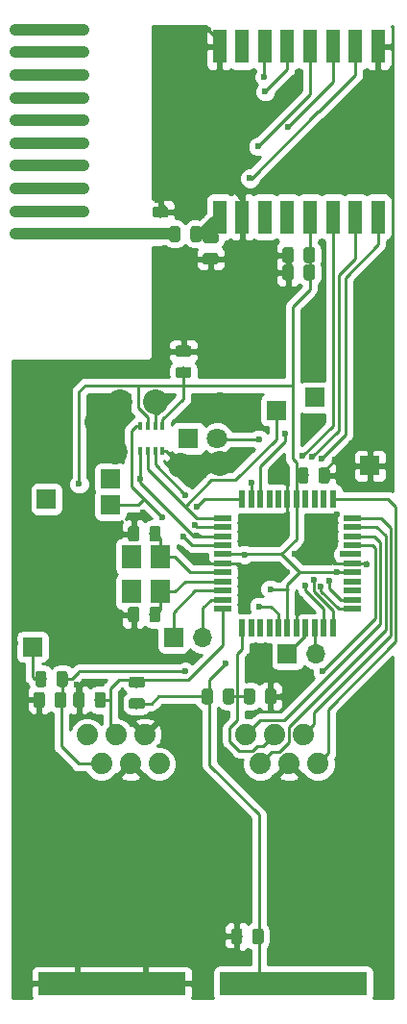
<source format=gbr>
G04 #@! TF.GenerationSoftware,KiCad,Pcbnew,5.0.2-bee76a0~70~ubuntu18.04.1*
G04 #@! TF.CreationDate,2019-02-20T16:39:47+02:00*
G04 #@! TF.ProjectId,weerstasie,77656572-7374-4617-9369-652e6b696361,rev?*
G04 #@! TF.SameCoordinates,Original*
G04 #@! TF.FileFunction,Copper,L1,Top*
G04 #@! TF.FilePolarity,Positive*
%FSLAX46Y46*%
G04 Gerber Fmt 4.6, Leading zero omitted, Abs format (unit mm)*
G04 Created by KiCad (PCBNEW 5.0.2-bee76a0~70~ubuntu18.04.1) date Wed 20 Feb 2019 16:39:47 SAST*
%MOMM*%
%LPD*%
G01*
G04 APERTURE LIST*
G04 #@! TA.AperFunction,EtchedComponent*
%ADD10C,1.000000*%
G04 #@! TD*
G04 #@! TA.AperFunction,Conductor*
%ADD11C,0.100000*%
G04 #@! TD*
G04 #@! TA.AperFunction,SMDPad,CuDef*
%ADD12C,0.975000*%
G04 #@! TD*
G04 #@! TA.AperFunction,SMDPad,CuDef*
%ADD13R,1.200000X3.000000*%
G04 #@! TD*
G04 #@! TA.AperFunction,SMDPad,CuDef*
%ADD14R,1.500000X0.550000*%
G04 #@! TD*
G04 #@! TA.AperFunction,SMDPad,CuDef*
%ADD15R,0.550000X1.500000*%
G04 #@! TD*
G04 #@! TA.AperFunction,ComponentPad*
%ADD16R,1.700000X1.700000*%
G04 #@! TD*
G04 #@! TA.AperFunction,ComponentPad*
%ADD17O,1.700000X1.700000*%
G04 #@! TD*
G04 #@! TA.AperFunction,SMDPad,CuDef*
%ADD18R,1.800000X2.100000*%
G04 #@! TD*
G04 #@! TA.AperFunction,ComponentPad*
%ADD19R,1.800000X1.800000*%
G04 #@! TD*
G04 #@! TA.AperFunction,ComponentPad*
%ADD20C,1.800000*%
G04 #@! TD*
G04 #@! TA.AperFunction,SMDPad,CuDef*
%ADD21R,0.350000X0.700000*%
G04 #@! TD*
G04 #@! TA.AperFunction,ComponentPad*
%ADD22C,3.200000*%
G04 #@! TD*
G04 #@! TA.AperFunction,ComponentPad*
%ADD23C,1.879600*%
G04 #@! TD*
G04 #@! TA.AperFunction,ComponentPad*
%ADD24R,7.000000X2.000000*%
G04 #@! TD*
G04 #@! TA.AperFunction,ViaPad*
%ADD25C,1.000000*%
G04 #@! TD*
G04 #@! TA.AperFunction,BGAPad,CuDef*
%ADD26C,1.000000*%
G04 #@! TD*
G04 #@! TA.AperFunction,ViaPad*
%ADD27C,2.200000*%
G04 #@! TD*
G04 #@! TA.AperFunction,ViaPad*
%ADD28C,0.600000*%
G04 #@! TD*
G04 #@! TA.AperFunction,Conductor*
%ADD29C,0.250000*%
G04 #@! TD*
G04 #@! TA.AperFunction,Conductor*
%ADD30C,1.000000*%
G04 #@! TD*
G04 #@! TA.AperFunction,Conductor*
%ADD31C,0.254000*%
G04 #@! TD*
G04 APERTURE END LIST*
D10*
G04 #@! TO.C,AE1*
X107000000Y-47000000D02*
X101000000Y-47000000D01*
X107000000Y-49000000D02*
X101000000Y-49000000D01*
X107000000Y-51000000D02*
X101000000Y-51000000D01*
X107000000Y-53000000D02*
X101000000Y-53000000D01*
X107000000Y-55000000D02*
X101000000Y-55000000D01*
X107000000Y-57000000D02*
X101000000Y-57000000D01*
X107000000Y-59000000D02*
X101000000Y-59000000D01*
X107000000Y-61000000D02*
X101000000Y-61000000D01*
X107000000Y-63000000D02*
X101000000Y-63000000D01*
X101000000Y-65000000D02*
X113000000Y-65000000D01*
G04 #@! TD*
D11*
G04 #@! TO.N,/RAIN*
G04 #@! TO.C,R1*
G36*
X120077142Y-105015974D02*
X120100803Y-105019484D01*
X120124007Y-105025296D01*
X120146529Y-105033354D01*
X120168153Y-105043582D01*
X120188670Y-105055879D01*
X120207883Y-105070129D01*
X120225607Y-105086193D01*
X120241671Y-105103917D01*
X120255921Y-105123130D01*
X120268218Y-105143647D01*
X120278446Y-105165271D01*
X120286504Y-105187793D01*
X120292316Y-105210997D01*
X120295826Y-105234658D01*
X120297000Y-105258550D01*
X120297000Y-106171050D01*
X120295826Y-106194942D01*
X120292316Y-106218603D01*
X120286504Y-106241807D01*
X120278446Y-106264329D01*
X120268218Y-106285953D01*
X120255921Y-106306470D01*
X120241671Y-106325683D01*
X120225607Y-106343407D01*
X120207883Y-106359471D01*
X120188670Y-106373721D01*
X120168153Y-106386018D01*
X120146529Y-106396246D01*
X120124007Y-106404304D01*
X120100803Y-106410116D01*
X120077142Y-106413626D01*
X120053250Y-106414800D01*
X119565750Y-106414800D01*
X119541858Y-106413626D01*
X119518197Y-106410116D01*
X119494993Y-106404304D01*
X119472471Y-106396246D01*
X119450847Y-106386018D01*
X119430330Y-106373721D01*
X119411117Y-106359471D01*
X119393393Y-106343407D01*
X119377329Y-106325683D01*
X119363079Y-106306470D01*
X119350782Y-106285953D01*
X119340554Y-106264329D01*
X119332496Y-106241807D01*
X119326684Y-106218603D01*
X119323174Y-106194942D01*
X119322000Y-106171050D01*
X119322000Y-105258550D01*
X119323174Y-105234658D01*
X119326684Y-105210997D01*
X119332496Y-105187793D01*
X119340554Y-105165271D01*
X119350782Y-105143647D01*
X119363079Y-105123130D01*
X119377329Y-105103917D01*
X119393393Y-105086193D01*
X119411117Y-105070129D01*
X119430330Y-105055879D01*
X119450847Y-105043582D01*
X119472471Y-105033354D01*
X119494993Y-105025296D01*
X119518197Y-105019484D01*
X119541858Y-105015974D01*
X119565750Y-105014800D01*
X120053250Y-105014800D01*
X120077142Y-105015974D01*
X120077142Y-105015974D01*
G37*
D12*
G04 #@! TD*
G04 #@! TO.P,R1,2*
G04 #@! TO.N,/RAIN*
X119809500Y-105714800D03*
D11*
G04 #@! TO.N,VCC*
G04 #@! TO.C,R1*
G36*
X118202142Y-105015974D02*
X118225803Y-105019484D01*
X118249007Y-105025296D01*
X118271529Y-105033354D01*
X118293153Y-105043582D01*
X118313670Y-105055879D01*
X118332883Y-105070129D01*
X118350607Y-105086193D01*
X118366671Y-105103917D01*
X118380921Y-105123130D01*
X118393218Y-105143647D01*
X118403446Y-105165271D01*
X118411504Y-105187793D01*
X118417316Y-105210997D01*
X118420826Y-105234658D01*
X118422000Y-105258550D01*
X118422000Y-106171050D01*
X118420826Y-106194942D01*
X118417316Y-106218603D01*
X118411504Y-106241807D01*
X118403446Y-106264329D01*
X118393218Y-106285953D01*
X118380921Y-106306470D01*
X118366671Y-106325683D01*
X118350607Y-106343407D01*
X118332883Y-106359471D01*
X118313670Y-106373721D01*
X118293153Y-106386018D01*
X118271529Y-106396246D01*
X118249007Y-106404304D01*
X118225803Y-106410116D01*
X118202142Y-106413626D01*
X118178250Y-106414800D01*
X117690750Y-106414800D01*
X117666858Y-106413626D01*
X117643197Y-106410116D01*
X117619993Y-106404304D01*
X117597471Y-106396246D01*
X117575847Y-106386018D01*
X117555330Y-106373721D01*
X117536117Y-106359471D01*
X117518393Y-106343407D01*
X117502329Y-106325683D01*
X117488079Y-106306470D01*
X117475782Y-106285953D01*
X117465554Y-106264329D01*
X117457496Y-106241807D01*
X117451684Y-106218603D01*
X117448174Y-106194942D01*
X117447000Y-106171050D01*
X117447000Y-105258550D01*
X117448174Y-105234658D01*
X117451684Y-105210997D01*
X117457496Y-105187793D01*
X117465554Y-105165271D01*
X117475782Y-105143647D01*
X117488079Y-105123130D01*
X117502329Y-105103917D01*
X117518393Y-105086193D01*
X117536117Y-105070129D01*
X117555330Y-105055879D01*
X117575847Y-105043582D01*
X117597471Y-105033354D01*
X117619993Y-105025296D01*
X117643197Y-105019484D01*
X117666858Y-105015974D01*
X117690750Y-105014800D01*
X118178250Y-105014800D01*
X118202142Y-105015974D01*
X118202142Y-105015974D01*
G37*
D12*
G04 #@! TD*
G04 #@! TO.P,R1,1*
G04 #@! TO.N,VCC*
X117934500Y-105714800D03*
D11*
G04 #@! TO.N,/WIND_DIR*
G04 #@! TO.C,R2*
G36*
X105395942Y-103491974D02*
X105419603Y-103495484D01*
X105442807Y-103501296D01*
X105465329Y-103509354D01*
X105486953Y-103519582D01*
X105507470Y-103531879D01*
X105526683Y-103546129D01*
X105544407Y-103562193D01*
X105560471Y-103579917D01*
X105574721Y-103599130D01*
X105587018Y-103619647D01*
X105597246Y-103641271D01*
X105605304Y-103663793D01*
X105611116Y-103686997D01*
X105614626Y-103710658D01*
X105615800Y-103734550D01*
X105615800Y-104647050D01*
X105614626Y-104670942D01*
X105611116Y-104694603D01*
X105605304Y-104717807D01*
X105597246Y-104740329D01*
X105587018Y-104761953D01*
X105574721Y-104782470D01*
X105560471Y-104801683D01*
X105544407Y-104819407D01*
X105526683Y-104835471D01*
X105507470Y-104849721D01*
X105486953Y-104862018D01*
X105465329Y-104872246D01*
X105442807Y-104880304D01*
X105419603Y-104886116D01*
X105395942Y-104889626D01*
X105372050Y-104890800D01*
X104884550Y-104890800D01*
X104860658Y-104889626D01*
X104836997Y-104886116D01*
X104813793Y-104880304D01*
X104791271Y-104872246D01*
X104769647Y-104862018D01*
X104749130Y-104849721D01*
X104729917Y-104835471D01*
X104712193Y-104819407D01*
X104696129Y-104801683D01*
X104681879Y-104782470D01*
X104669582Y-104761953D01*
X104659354Y-104740329D01*
X104651296Y-104717807D01*
X104645484Y-104694603D01*
X104641974Y-104670942D01*
X104640800Y-104647050D01*
X104640800Y-103734550D01*
X104641974Y-103710658D01*
X104645484Y-103686997D01*
X104651296Y-103663793D01*
X104659354Y-103641271D01*
X104669582Y-103619647D01*
X104681879Y-103599130D01*
X104696129Y-103579917D01*
X104712193Y-103562193D01*
X104729917Y-103546129D01*
X104749130Y-103531879D01*
X104769647Y-103519582D01*
X104791271Y-103509354D01*
X104813793Y-103501296D01*
X104836997Y-103495484D01*
X104860658Y-103491974D01*
X104884550Y-103490800D01*
X105372050Y-103490800D01*
X105395942Y-103491974D01*
X105395942Y-103491974D01*
G37*
D12*
G04 #@! TD*
G04 #@! TO.P,R2,2*
G04 #@! TO.N,/WIND_DIR*
X105128300Y-104190800D03*
D11*
G04 #@! TO.N,VCC*
G04 #@! TO.C,R2*
G36*
X103520942Y-103491974D02*
X103544603Y-103495484D01*
X103567807Y-103501296D01*
X103590329Y-103509354D01*
X103611953Y-103519582D01*
X103632470Y-103531879D01*
X103651683Y-103546129D01*
X103669407Y-103562193D01*
X103685471Y-103579917D01*
X103699721Y-103599130D01*
X103712018Y-103619647D01*
X103722246Y-103641271D01*
X103730304Y-103663793D01*
X103736116Y-103686997D01*
X103739626Y-103710658D01*
X103740800Y-103734550D01*
X103740800Y-104647050D01*
X103739626Y-104670942D01*
X103736116Y-104694603D01*
X103730304Y-104717807D01*
X103722246Y-104740329D01*
X103712018Y-104761953D01*
X103699721Y-104782470D01*
X103685471Y-104801683D01*
X103669407Y-104819407D01*
X103651683Y-104835471D01*
X103632470Y-104849721D01*
X103611953Y-104862018D01*
X103590329Y-104872246D01*
X103567807Y-104880304D01*
X103544603Y-104886116D01*
X103520942Y-104889626D01*
X103497050Y-104890800D01*
X103009550Y-104890800D01*
X102985658Y-104889626D01*
X102961997Y-104886116D01*
X102938793Y-104880304D01*
X102916271Y-104872246D01*
X102894647Y-104862018D01*
X102874130Y-104849721D01*
X102854917Y-104835471D01*
X102837193Y-104819407D01*
X102821129Y-104801683D01*
X102806879Y-104782470D01*
X102794582Y-104761953D01*
X102784354Y-104740329D01*
X102776296Y-104717807D01*
X102770484Y-104694603D01*
X102766974Y-104670942D01*
X102765800Y-104647050D01*
X102765800Y-103734550D01*
X102766974Y-103710658D01*
X102770484Y-103686997D01*
X102776296Y-103663793D01*
X102784354Y-103641271D01*
X102794582Y-103619647D01*
X102806879Y-103599130D01*
X102821129Y-103579917D01*
X102837193Y-103562193D01*
X102854917Y-103546129D01*
X102874130Y-103531879D01*
X102894647Y-103519582D01*
X102916271Y-103509354D01*
X102938793Y-103501296D01*
X102961997Y-103495484D01*
X102985658Y-103491974D01*
X103009550Y-103490800D01*
X103497050Y-103490800D01*
X103520942Y-103491974D01*
X103520942Y-103491974D01*
G37*
D12*
G04 #@! TD*
G04 #@! TO.P,R2,1*
G04 #@! TO.N,VCC*
X103253300Y-104190800D03*
D11*
G04 #@! TO.N,/WIND_SPEED*
G04 #@! TO.C,R3*
G36*
X112189342Y-103986174D02*
X112213003Y-103989684D01*
X112236207Y-103995496D01*
X112258729Y-104003554D01*
X112280353Y-104013782D01*
X112300870Y-104026079D01*
X112320083Y-104040329D01*
X112337807Y-104056393D01*
X112353871Y-104074117D01*
X112368121Y-104093330D01*
X112380418Y-104113847D01*
X112390646Y-104135471D01*
X112398704Y-104157993D01*
X112404516Y-104181197D01*
X112408026Y-104204858D01*
X112409200Y-104228750D01*
X112409200Y-104716250D01*
X112408026Y-104740142D01*
X112404516Y-104763803D01*
X112398704Y-104787007D01*
X112390646Y-104809529D01*
X112380418Y-104831153D01*
X112368121Y-104851670D01*
X112353871Y-104870883D01*
X112337807Y-104888607D01*
X112320083Y-104904671D01*
X112300870Y-104918921D01*
X112280353Y-104931218D01*
X112258729Y-104941446D01*
X112236207Y-104949504D01*
X112213003Y-104955316D01*
X112189342Y-104958826D01*
X112165450Y-104960000D01*
X111252950Y-104960000D01*
X111229058Y-104958826D01*
X111205397Y-104955316D01*
X111182193Y-104949504D01*
X111159671Y-104941446D01*
X111138047Y-104931218D01*
X111117530Y-104918921D01*
X111098317Y-104904671D01*
X111080593Y-104888607D01*
X111064529Y-104870883D01*
X111050279Y-104851670D01*
X111037982Y-104831153D01*
X111027754Y-104809529D01*
X111019696Y-104787007D01*
X111013884Y-104763803D01*
X111010374Y-104740142D01*
X111009200Y-104716250D01*
X111009200Y-104228750D01*
X111010374Y-104204858D01*
X111013884Y-104181197D01*
X111019696Y-104157993D01*
X111027754Y-104135471D01*
X111037982Y-104113847D01*
X111050279Y-104093330D01*
X111064529Y-104074117D01*
X111080593Y-104056393D01*
X111098317Y-104040329D01*
X111117530Y-104026079D01*
X111138047Y-104013782D01*
X111159671Y-104003554D01*
X111182193Y-103995496D01*
X111205397Y-103989684D01*
X111229058Y-103986174D01*
X111252950Y-103985000D01*
X112165450Y-103985000D01*
X112189342Y-103986174D01*
X112189342Y-103986174D01*
G37*
D12*
G04 #@! TD*
G04 #@! TO.P,R3,2*
G04 #@! TO.N,/WIND_SPEED*
X111709200Y-104472500D03*
D11*
G04 #@! TO.N,VCC*
G04 #@! TO.C,R3*
G36*
X112189342Y-105861174D02*
X112213003Y-105864684D01*
X112236207Y-105870496D01*
X112258729Y-105878554D01*
X112280353Y-105888782D01*
X112300870Y-105901079D01*
X112320083Y-105915329D01*
X112337807Y-105931393D01*
X112353871Y-105949117D01*
X112368121Y-105968330D01*
X112380418Y-105988847D01*
X112390646Y-106010471D01*
X112398704Y-106032993D01*
X112404516Y-106056197D01*
X112408026Y-106079858D01*
X112409200Y-106103750D01*
X112409200Y-106591250D01*
X112408026Y-106615142D01*
X112404516Y-106638803D01*
X112398704Y-106662007D01*
X112390646Y-106684529D01*
X112380418Y-106706153D01*
X112368121Y-106726670D01*
X112353871Y-106745883D01*
X112337807Y-106763607D01*
X112320083Y-106779671D01*
X112300870Y-106793921D01*
X112280353Y-106806218D01*
X112258729Y-106816446D01*
X112236207Y-106824504D01*
X112213003Y-106830316D01*
X112189342Y-106833826D01*
X112165450Y-106835000D01*
X111252950Y-106835000D01*
X111229058Y-106833826D01*
X111205397Y-106830316D01*
X111182193Y-106824504D01*
X111159671Y-106816446D01*
X111138047Y-106806218D01*
X111117530Y-106793921D01*
X111098317Y-106779671D01*
X111080593Y-106763607D01*
X111064529Y-106745883D01*
X111050279Y-106726670D01*
X111037982Y-106706153D01*
X111027754Y-106684529D01*
X111019696Y-106662007D01*
X111013884Y-106638803D01*
X111010374Y-106615142D01*
X111009200Y-106591250D01*
X111009200Y-106103750D01*
X111010374Y-106079858D01*
X111013884Y-106056197D01*
X111019696Y-106032993D01*
X111027754Y-106010471D01*
X111037982Y-105988847D01*
X111050279Y-105968330D01*
X111064529Y-105949117D01*
X111080593Y-105931393D01*
X111098317Y-105915329D01*
X111117530Y-105901079D01*
X111138047Y-105888782D01*
X111159671Y-105878554D01*
X111182193Y-105870496D01*
X111205397Y-105864684D01*
X111229058Y-105861174D01*
X111252950Y-105860000D01*
X112165450Y-105860000D01*
X112189342Y-105861174D01*
X112189342Y-105861174D01*
G37*
D12*
G04 #@! TD*
G04 #@! TO.P,R3,1*
G04 #@! TO.N,VCC*
X111709200Y-106347500D03*
D13*
G04 #@! TO.P,U2,1*
G04 #@! TO.N,GND*
X133000000Y-48500000D03*
G04 #@! TO.P,U2,2*
G04 #@! TO.N,/MISO*
X131000000Y-48500000D03*
G04 #@! TO.P,U2,3*
G04 #@! TO.N,/MOSI*
X129000000Y-48500000D03*
G04 #@! TO.P,U2,4*
G04 #@! TO.N,/SCK*
X127000000Y-48500000D03*
G04 #@! TO.P,U2,5*
G04 #@! TO.N,/RFM_SS*
X125000000Y-48500000D03*
G04 #@! TO.P,U2,6*
G04 #@! TO.N,/RFM_RESET*
X123000000Y-48500000D03*
G04 #@! TO.P,U2,7*
G04 #@! TO.N,N/C*
X121000000Y-48500000D03*
G04 #@! TO.P,U2,8*
G04 #@! TO.N,GND*
X119000000Y-48500000D03*
G04 #@! TO.P,U2,9*
G04 #@! TO.N,Net-(C7-Pad1)*
X119000000Y-63500000D03*
G04 #@! TO.P,U2,10*
G04 #@! TO.N,GND*
X121000000Y-63500000D03*
G04 #@! TO.P,U2,11*
G04 #@! TO.N,N/C*
X123000000Y-63500000D03*
G04 #@! TO.P,U2,12*
X125000000Y-63500000D03*
G04 #@! TO.P,U2,13*
G04 #@! TO.N,VCC*
X127000000Y-63500000D03*
G04 #@! TO.P,U2,14*
G04 #@! TO.N,/RFM_D0*
X129000000Y-63500000D03*
G04 #@! TO.P,U2,15*
G04 #@! TO.N,/RFM_D1*
X131000000Y-63500000D03*
G04 #@! TO.P,U2,16*
G04 #@! TO.N,/RFM_D2*
X133000000Y-63500000D03*
G04 #@! TD*
D14*
G04 #@! TO.P,U3,1*
G04 #@! TO.N,/MOSI*
X119300000Y-90000000D03*
G04 #@! TO.P,U3,2*
G04 #@! TO.N,/MISO*
X119300000Y-90800000D03*
G04 #@! TO.P,U3,3*
G04 #@! TO.N,/SCK*
X119300000Y-91600000D03*
G04 #@! TO.P,U3,4*
G04 #@! TO.N,/RESET*
X119300000Y-92400000D03*
G04 #@! TO.P,U3,5*
G04 #@! TO.N,VCC*
X119300000Y-93200000D03*
G04 #@! TO.P,U3,6*
G04 #@! TO.N,GND*
X119300000Y-94000000D03*
G04 #@! TO.P,U3,7*
G04 #@! TO.N,Net-(C8-Pad1)*
X119300000Y-94800000D03*
G04 #@! TO.P,U3,8*
G04 #@! TO.N,Net-(C9-Pad1)*
X119300000Y-95600000D03*
G04 #@! TO.P,U3,9*
G04 #@! TO.N,Net-(J13-Pad1)*
X119300000Y-96400000D03*
G04 #@! TO.P,U3,10*
G04 #@! TO.N,Net-(J13-Pad2)*
X119300000Y-97200000D03*
G04 #@! TO.P,U3,11*
G04 #@! TO.N,/WIND_SPEED*
X119300000Y-98000000D03*
D15*
G04 #@! TO.P,U3,12*
G04 #@! TO.N,/RAIN*
X121000000Y-99700000D03*
G04 #@! TO.P,U3,13*
G04 #@! TO.N,N/C*
X121800000Y-99700000D03*
G04 #@! TO.P,U3,14*
X122600000Y-99700000D03*
G04 #@! TO.P,U3,15*
X123400000Y-99700000D03*
G04 #@! TO.P,U3,16*
G04 #@! TO.N,Net-(D1-Pad2)*
X124200000Y-99700000D03*
G04 #@! TO.P,U3,17*
G04 #@! TO.N,VCC*
X125000000Y-99700000D03*
G04 #@! TO.P,U3,18*
G04 #@! TO.N,GND*
X125800000Y-99700000D03*
G04 #@! TO.P,U3,19*
G04 #@! TO.N,Net-(J12-Pad1)*
X126600000Y-99700000D03*
G04 #@! TO.P,U3,20*
G04 #@! TO.N,Net-(J12-Pad2)*
X127400000Y-99700000D03*
G04 #@! TO.P,U3,21*
G04 #@! TO.N,/RFM_D0*
X128200000Y-99700000D03*
G04 #@! TO.P,U3,22*
G04 #@! TO.N,/RFM_D1*
X129000000Y-99700000D03*
D14*
G04 #@! TO.P,U3,23*
G04 #@! TO.N,/RFM_D2*
X130700000Y-98000000D03*
G04 #@! TO.P,U3,24*
G04 #@! TO.N,/RFM_RESET*
X130700000Y-97200000D03*
G04 #@! TO.P,U3,25*
G04 #@! TO.N,N/C*
X130700000Y-96400000D03*
G04 #@! TO.P,U3,26*
X130700000Y-95600000D03*
G04 #@! TO.P,U3,27*
G04 #@! TO.N,VCC*
X130700000Y-94800000D03*
G04 #@! TO.P,U3,28*
G04 #@! TO.N,GND*
X130700000Y-94000000D03*
G04 #@! TO.P,U3,29*
G04 #@! TO.N,Net-(C10-Pad1)*
X130700000Y-93200000D03*
G04 #@! TO.P,U3,30*
G04 #@! TO.N,/WIND_DIR*
X130700000Y-92400000D03*
G04 #@! TO.P,U3,31*
G04 #@! TO.N,/SOLAR_1*
X130700000Y-91600000D03*
G04 #@! TO.P,U3,32*
G04 #@! TO.N,/SOLAR_2*
X130700000Y-90800000D03*
G04 #@! TO.P,U3,33*
G04 #@! TO.N,/SOLAR_5*
X130700000Y-90000000D03*
D15*
G04 #@! TO.P,U3,34*
G04 #@! TO.N,/SOLAR_6*
X129000000Y-88300000D03*
G04 #@! TO.P,U3,35*
G04 #@! TO.N,N/C*
X128200000Y-88300000D03*
G04 #@! TO.P,U3,36*
X127400000Y-88300000D03*
G04 #@! TO.P,U3,37*
X126600000Y-88300000D03*
G04 #@! TO.P,U3,38*
G04 #@! TO.N,VCC*
X125800000Y-88300000D03*
G04 #@! TO.P,U3,39*
G04 #@! TO.N,GND*
X125000000Y-88300000D03*
G04 #@! TO.P,U3,40*
G04 #@! TO.N,N/C*
X124200000Y-88300000D03*
G04 #@! TO.P,U3,41*
X123400000Y-88300000D03*
G04 #@! TO.P,U3,42*
G04 #@! TO.N,Net-(J11-Pad1)*
X122600000Y-88300000D03*
G04 #@! TO.P,U3,43*
G04 #@! TO.N,/RFM_SS*
X121800000Y-88300000D03*
G04 #@! TO.P,U3,44*
G04 #@! TO.N,/BME_SS*
X121000000Y-88300000D03*
G04 #@! TD*
D16*
G04 #@! TO.P,J11,1*
G04 #@! TO.N,Net-(J11-Pad1)*
X127406400Y-79400400D03*
G04 #@! TD*
G04 #@! TO.P,J12,1*
G04 #@! TO.N,Net-(J12-Pad1)*
X125000000Y-102000000D03*
D17*
G04 #@! TO.P,J12,2*
G04 #@! TO.N,Net-(J12-Pad2)*
X127540000Y-102000000D03*
G04 #@! TD*
D16*
G04 #@! TO.P,J13,1*
G04 #@! TO.N,Net-(J13-Pad1)*
X114960400Y-100533200D03*
D17*
G04 #@! TO.P,J13,2*
G04 #@! TO.N,Net-(J13-Pad2)*
X117500400Y-100533200D03*
G04 #@! TD*
D18*
G04 #@! TO.P,Y1,1*
G04 #@! TO.N,Net-(C9-Pad1)*
X113772000Y-96495200D03*
G04 #@! TO.P,Y1,2*
G04 #@! TO.N,Net-(C8-Pad1)*
X113772000Y-93395200D03*
G04 #@! TO.P,Y1,3*
G04 #@! TO.N,N/C*
X111272000Y-93395200D03*
G04 #@! TO.P,Y1,4*
X111272000Y-96495200D03*
G04 #@! TD*
D19*
G04 #@! TO.P,D1,1*
G04 #@! TO.N,Net-(D1-Pad1)*
X116250000Y-83000000D03*
D20*
G04 #@! TO.P,D1,2*
G04 #@! TO.N,Net-(D1-Pad2)*
X118790000Y-83000000D03*
G04 #@! TD*
D21*
G04 #@! TO.P,U1,8*
G04 #@! TO.N,VCC*
X113975000Y-81875000D03*
G04 #@! TO.P,U1,7*
G04 #@! TO.N,GND*
X113325000Y-81875000D03*
G04 #@! TO.P,U1,6*
G04 #@! TO.N,VCC*
X112675000Y-81875000D03*
G04 #@! TO.P,U1,5*
G04 #@! TO.N,/MISO*
X112025000Y-81875000D03*
G04 #@! TO.P,U1,4*
G04 #@! TO.N,/SCK*
X112025000Y-84125000D03*
G04 #@! TO.P,U1,3*
G04 #@! TO.N,/MOSI*
X112675000Y-84125000D03*
G04 #@! TO.P,U1,2*
G04 #@! TO.N,/BME_SS*
X113325000Y-84125000D03*
G04 #@! TO.P,U1,1*
G04 #@! TO.N,GND*
X113975000Y-84125000D03*
G04 #@! TD*
D16*
G04 #@! TO.P,J6,1*
G04 #@! TO.N,VCC*
X102514400Y-101346000D03*
G04 #@! TD*
G04 #@! TO.P,J7,1*
G04 #@! TO.N,/SCK*
X109372400Y-86563200D03*
G04 #@! TD*
G04 #@! TO.P,J8,1*
G04 #@! TO.N,/MOSI*
X124002800Y-80518000D03*
G04 #@! TD*
G04 #@! TO.P,J9,1*
G04 #@! TO.N,/RESET*
X103733600Y-88341200D03*
G04 #@! TD*
G04 #@! TO.P,J10,1*
G04 #@! TO.N,GND*
X132283200Y-85394800D03*
G04 #@! TD*
G04 #@! TO.P,J5,1*
G04 #@! TO.N,/MISO*
X109372400Y-88849200D03*
G04 #@! TD*
D22*
G04 #@! TO.P,J4,8*
G04 #@! TO.N,GND*
X129580000Y-118000000D03*
D23*
G04 #@! TO.P,J4,1*
G04 #@! TO.N,/SOLAR_1*
X121325000Y-109110000D03*
G04 #@! TO.P,J4,2*
G04 #@! TO.N,/SOLAR_2*
X122595000Y-111650000D03*
G04 #@! TO.P,J4,3*
G04 #@! TO.N,/RAIN*
X123865000Y-109110000D03*
G04 #@! TO.P,J4,4*
G04 #@! TO.N,GND*
X125135000Y-111650000D03*
G04 #@! TO.P,J4,5*
G04 #@! TO.N,/SOLAR_5*
X126405000Y-109110000D03*
G04 #@! TO.P,J4,6*
G04 #@! TO.N,/SOLAR_6*
X127675000Y-111650000D03*
D22*
G04 #@! TO.P,J4,7*
G04 #@! TO.N,GND*
X119420000Y-118000000D03*
G04 #@! TD*
G04 #@! TO.P,J1,8*
G04 #@! TO.N,GND*
X115580000Y-118000000D03*
D23*
G04 #@! TO.P,J1,1*
G04 #@! TO.N,N/C*
X107325000Y-109110000D03*
G04 #@! TO.P,J1,2*
G04 #@! TO.N,/WIND_DIR*
X108595000Y-111650000D03*
G04 #@! TO.P,J1,3*
G04 #@! TO.N,/WIND_SPEED*
X109865000Y-109110000D03*
G04 #@! TO.P,J1,4*
G04 #@! TO.N,GND*
X111135000Y-111650000D03*
G04 #@! TO.P,J1,5*
X112405000Y-109110000D03*
G04 #@! TO.P,J1,6*
G04 #@! TO.N,N/C*
X113675000Y-111650000D03*
D22*
G04 #@! TO.P,J1,7*
G04 #@! TO.N,GND*
X105420000Y-118000000D03*
G04 #@! TD*
D24*
G04 #@! TO.P,J2,1*
G04 #@! TO.N,GND*
X106500000Y-131000000D03*
X112500000Y-131000000D03*
G04 #@! TD*
G04 #@! TO.P,J3,1*
G04 #@! TO.N,VCC*
X122500000Y-131000000D03*
X128500000Y-131000000D03*
G04 #@! TD*
D25*
G04 #@! TO.N,*
G04 #@! TO.C,AE1*
X107000000Y-47000000D03*
X101000000Y-49000000D03*
X107000000Y-49000000D03*
X101000000Y-51000000D03*
X107000000Y-51000000D03*
X101000000Y-53000000D03*
X107000000Y-53000000D03*
X101000000Y-55000000D03*
X107000000Y-55000000D03*
X101000000Y-57000000D03*
X107000000Y-57000000D03*
X101000000Y-59000000D03*
X107000000Y-59000000D03*
X101000000Y-61000000D03*
X107000000Y-61000000D03*
X101000000Y-63000000D03*
X107000000Y-63000000D03*
X101000000Y-65000000D03*
D26*
G04 #@! TD*
G04 #@! TO.P,AE1,1*
G04 #@! TO.N,Net-(AE1-Pad1)*
X113000000Y-65000000D03*
D11*
G04 #@! TO.N,GND*
G04 #@! TO.C,C1*
G36*
X123785542Y-105015974D02*
X123809203Y-105019484D01*
X123832407Y-105025296D01*
X123854929Y-105033354D01*
X123876553Y-105043582D01*
X123897070Y-105055879D01*
X123916283Y-105070129D01*
X123934007Y-105086193D01*
X123950071Y-105103917D01*
X123964321Y-105123130D01*
X123976618Y-105143647D01*
X123986846Y-105165271D01*
X123994904Y-105187793D01*
X124000716Y-105210997D01*
X124004226Y-105234658D01*
X124005400Y-105258550D01*
X124005400Y-106171050D01*
X124004226Y-106194942D01*
X124000716Y-106218603D01*
X123994904Y-106241807D01*
X123986846Y-106264329D01*
X123976618Y-106285953D01*
X123964321Y-106306470D01*
X123950071Y-106325683D01*
X123934007Y-106343407D01*
X123916283Y-106359471D01*
X123897070Y-106373721D01*
X123876553Y-106386018D01*
X123854929Y-106396246D01*
X123832407Y-106404304D01*
X123809203Y-106410116D01*
X123785542Y-106413626D01*
X123761650Y-106414800D01*
X123274150Y-106414800D01*
X123250258Y-106413626D01*
X123226597Y-106410116D01*
X123203393Y-106404304D01*
X123180871Y-106396246D01*
X123159247Y-106386018D01*
X123138730Y-106373721D01*
X123119517Y-106359471D01*
X123101793Y-106343407D01*
X123085729Y-106325683D01*
X123071479Y-106306470D01*
X123059182Y-106285953D01*
X123048954Y-106264329D01*
X123040896Y-106241807D01*
X123035084Y-106218603D01*
X123031574Y-106194942D01*
X123030400Y-106171050D01*
X123030400Y-105258550D01*
X123031574Y-105234658D01*
X123035084Y-105210997D01*
X123040896Y-105187793D01*
X123048954Y-105165271D01*
X123059182Y-105143647D01*
X123071479Y-105123130D01*
X123085729Y-105103917D01*
X123101793Y-105086193D01*
X123119517Y-105070129D01*
X123138730Y-105055879D01*
X123159247Y-105043582D01*
X123180871Y-105033354D01*
X123203393Y-105025296D01*
X123226597Y-105019484D01*
X123250258Y-105015974D01*
X123274150Y-105014800D01*
X123761650Y-105014800D01*
X123785542Y-105015974D01*
X123785542Y-105015974D01*
G37*
D12*
G04 #@! TD*
G04 #@! TO.P,C1,2*
G04 #@! TO.N,GND*
X123517900Y-105714800D03*
D11*
G04 #@! TO.N,/RAIN*
G04 #@! TO.C,C1*
G36*
X121910542Y-105015974D02*
X121934203Y-105019484D01*
X121957407Y-105025296D01*
X121979929Y-105033354D01*
X122001553Y-105043582D01*
X122022070Y-105055879D01*
X122041283Y-105070129D01*
X122059007Y-105086193D01*
X122075071Y-105103917D01*
X122089321Y-105123130D01*
X122101618Y-105143647D01*
X122111846Y-105165271D01*
X122119904Y-105187793D01*
X122125716Y-105210997D01*
X122129226Y-105234658D01*
X122130400Y-105258550D01*
X122130400Y-106171050D01*
X122129226Y-106194942D01*
X122125716Y-106218603D01*
X122119904Y-106241807D01*
X122111846Y-106264329D01*
X122101618Y-106285953D01*
X122089321Y-106306470D01*
X122075071Y-106325683D01*
X122059007Y-106343407D01*
X122041283Y-106359471D01*
X122022070Y-106373721D01*
X122001553Y-106386018D01*
X121979929Y-106396246D01*
X121957407Y-106404304D01*
X121934203Y-106410116D01*
X121910542Y-106413626D01*
X121886650Y-106414800D01*
X121399150Y-106414800D01*
X121375258Y-106413626D01*
X121351597Y-106410116D01*
X121328393Y-106404304D01*
X121305871Y-106396246D01*
X121284247Y-106386018D01*
X121263730Y-106373721D01*
X121244517Y-106359471D01*
X121226793Y-106343407D01*
X121210729Y-106325683D01*
X121196479Y-106306470D01*
X121184182Y-106285953D01*
X121173954Y-106264329D01*
X121165896Y-106241807D01*
X121160084Y-106218603D01*
X121156574Y-106194942D01*
X121155400Y-106171050D01*
X121155400Y-105258550D01*
X121156574Y-105234658D01*
X121160084Y-105210997D01*
X121165896Y-105187793D01*
X121173954Y-105165271D01*
X121184182Y-105143647D01*
X121196479Y-105123130D01*
X121210729Y-105103917D01*
X121226793Y-105086193D01*
X121244517Y-105070129D01*
X121263730Y-105055879D01*
X121284247Y-105043582D01*
X121305871Y-105033354D01*
X121328393Y-105025296D01*
X121351597Y-105019484D01*
X121375258Y-105015974D01*
X121399150Y-105014800D01*
X121886650Y-105014800D01*
X121910542Y-105015974D01*
X121910542Y-105015974D01*
G37*
D12*
G04 #@! TD*
G04 #@! TO.P,C1,1*
G04 #@! TO.N,/RAIN*
X121642900Y-105714800D03*
D11*
G04 #@! TO.N,GND*
G04 #@! TO.C,C2*
G36*
X103368542Y-105320774D02*
X103392203Y-105324284D01*
X103415407Y-105330096D01*
X103437929Y-105338154D01*
X103459553Y-105348382D01*
X103480070Y-105360679D01*
X103499283Y-105374929D01*
X103517007Y-105390993D01*
X103533071Y-105408717D01*
X103547321Y-105427930D01*
X103559618Y-105448447D01*
X103569846Y-105470071D01*
X103577904Y-105492593D01*
X103583716Y-105515797D01*
X103587226Y-105539458D01*
X103588400Y-105563350D01*
X103588400Y-106475850D01*
X103587226Y-106499742D01*
X103583716Y-106523403D01*
X103577904Y-106546607D01*
X103569846Y-106569129D01*
X103559618Y-106590753D01*
X103547321Y-106611270D01*
X103533071Y-106630483D01*
X103517007Y-106648207D01*
X103499283Y-106664271D01*
X103480070Y-106678521D01*
X103459553Y-106690818D01*
X103437929Y-106701046D01*
X103415407Y-106709104D01*
X103392203Y-106714916D01*
X103368542Y-106718426D01*
X103344650Y-106719600D01*
X102857150Y-106719600D01*
X102833258Y-106718426D01*
X102809597Y-106714916D01*
X102786393Y-106709104D01*
X102763871Y-106701046D01*
X102742247Y-106690818D01*
X102721730Y-106678521D01*
X102702517Y-106664271D01*
X102684793Y-106648207D01*
X102668729Y-106630483D01*
X102654479Y-106611270D01*
X102642182Y-106590753D01*
X102631954Y-106569129D01*
X102623896Y-106546607D01*
X102618084Y-106523403D01*
X102614574Y-106499742D01*
X102613400Y-106475850D01*
X102613400Y-105563350D01*
X102614574Y-105539458D01*
X102618084Y-105515797D01*
X102623896Y-105492593D01*
X102631954Y-105470071D01*
X102642182Y-105448447D01*
X102654479Y-105427930D01*
X102668729Y-105408717D01*
X102684793Y-105390993D01*
X102702517Y-105374929D01*
X102721730Y-105360679D01*
X102742247Y-105348382D01*
X102763871Y-105338154D01*
X102786393Y-105330096D01*
X102809597Y-105324284D01*
X102833258Y-105320774D01*
X102857150Y-105319600D01*
X103344650Y-105319600D01*
X103368542Y-105320774D01*
X103368542Y-105320774D01*
G37*
D12*
G04 #@! TD*
G04 #@! TO.P,C2,2*
G04 #@! TO.N,GND*
X103100900Y-106019600D03*
D11*
G04 #@! TO.N,/WIND_DIR*
G04 #@! TO.C,C2*
G36*
X105243542Y-105320774D02*
X105267203Y-105324284D01*
X105290407Y-105330096D01*
X105312929Y-105338154D01*
X105334553Y-105348382D01*
X105355070Y-105360679D01*
X105374283Y-105374929D01*
X105392007Y-105390993D01*
X105408071Y-105408717D01*
X105422321Y-105427930D01*
X105434618Y-105448447D01*
X105444846Y-105470071D01*
X105452904Y-105492593D01*
X105458716Y-105515797D01*
X105462226Y-105539458D01*
X105463400Y-105563350D01*
X105463400Y-106475850D01*
X105462226Y-106499742D01*
X105458716Y-106523403D01*
X105452904Y-106546607D01*
X105444846Y-106569129D01*
X105434618Y-106590753D01*
X105422321Y-106611270D01*
X105408071Y-106630483D01*
X105392007Y-106648207D01*
X105374283Y-106664271D01*
X105355070Y-106678521D01*
X105334553Y-106690818D01*
X105312929Y-106701046D01*
X105290407Y-106709104D01*
X105267203Y-106714916D01*
X105243542Y-106718426D01*
X105219650Y-106719600D01*
X104732150Y-106719600D01*
X104708258Y-106718426D01*
X104684597Y-106714916D01*
X104661393Y-106709104D01*
X104638871Y-106701046D01*
X104617247Y-106690818D01*
X104596730Y-106678521D01*
X104577517Y-106664271D01*
X104559793Y-106648207D01*
X104543729Y-106630483D01*
X104529479Y-106611270D01*
X104517182Y-106590753D01*
X104506954Y-106569129D01*
X104498896Y-106546607D01*
X104493084Y-106523403D01*
X104489574Y-106499742D01*
X104488400Y-106475850D01*
X104488400Y-105563350D01*
X104489574Y-105539458D01*
X104493084Y-105515797D01*
X104498896Y-105492593D01*
X104506954Y-105470071D01*
X104517182Y-105448447D01*
X104529479Y-105427930D01*
X104543729Y-105408717D01*
X104559793Y-105390993D01*
X104577517Y-105374929D01*
X104596730Y-105360679D01*
X104617247Y-105348382D01*
X104638871Y-105338154D01*
X104661393Y-105330096D01*
X104684597Y-105324284D01*
X104708258Y-105320774D01*
X104732150Y-105319600D01*
X105219650Y-105319600D01*
X105243542Y-105320774D01*
X105243542Y-105320774D01*
G37*
D12*
G04 #@! TD*
G04 #@! TO.P,C2,1*
G04 #@! TO.N,/WIND_DIR*
X104975900Y-106019600D03*
D11*
G04 #@! TO.N,/WIND_SPEED*
G04 #@! TO.C,C3*
G36*
X108748742Y-105320774D02*
X108772403Y-105324284D01*
X108795607Y-105330096D01*
X108818129Y-105338154D01*
X108839753Y-105348382D01*
X108860270Y-105360679D01*
X108879483Y-105374929D01*
X108897207Y-105390993D01*
X108913271Y-105408717D01*
X108927521Y-105427930D01*
X108939818Y-105448447D01*
X108950046Y-105470071D01*
X108958104Y-105492593D01*
X108963916Y-105515797D01*
X108967426Y-105539458D01*
X108968600Y-105563350D01*
X108968600Y-106475850D01*
X108967426Y-106499742D01*
X108963916Y-106523403D01*
X108958104Y-106546607D01*
X108950046Y-106569129D01*
X108939818Y-106590753D01*
X108927521Y-106611270D01*
X108913271Y-106630483D01*
X108897207Y-106648207D01*
X108879483Y-106664271D01*
X108860270Y-106678521D01*
X108839753Y-106690818D01*
X108818129Y-106701046D01*
X108795607Y-106709104D01*
X108772403Y-106714916D01*
X108748742Y-106718426D01*
X108724850Y-106719600D01*
X108237350Y-106719600D01*
X108213458Y-106718426D01*
X108189797Y-106714916D01*
X108166593Y-106709104D01*
X108144071Y-106701046D01*
X108122447Y-106690818D01*
X108101930Y-106678521D01*
X108082717Y-106664271D01*
X108064993Y-106648207D01*
X108048929Y-106630483D01*
X108034679Y-106611270D01*
X108022382Y-106590753D01*
X108012154Y-106569129D01*
X108004096Y-106546607D01*
X107998284Y-106523403D01*
X107994774Y-106499742D01*
X107993600Y-106475850D01*
X107993600Y-105563350D01*
X107994774Y-105539458D01*
X107998284Y-105515797D01*
X108004096Y-105492593D01*
X108012154Y-105470071D01*
X108022382Y-105448447D01*
X108034679Y-105427930D01*
X108048929Y-105408717D01*
X108064993Y-105390993D01*
X108082717Y-105374929D01*
X108101930Y-105360679D01*
X108122447Y-105348382D01*
X108144071Y-105338154D01*
X108166593Y-105330096D01*
X108189797Y-105324284D01*
X108213458Y-105320774D01*
X108237350Y-105319600D01*
X108724850Y-105319600D01*
X108748742Y-105320774D01*
X108748742Y-105320774D01*
G37*
D12*
G04 #@! TD*
G04 #@! TO.P,C3,1*
G04 #@! TO.N,/WIND_SPEED*
X108481100Y-106019600D03*
D11*
G04 #@! TO.N,GND*
G04 #@! TO.C,C3*
G36*
X106873742Y-105320774D02*
X106897403Y-105324284D01*
X106920607Y-105330096D01*
X106943129Y-105338154D01*
X106964753Y-105348382D01*
X106985270Y-105360679D01*
X107004483Y-105374929D01*
X107022207Y-105390993D01*
X107038271Y-105408717D01*
X107052521Y-105427930D01*
X107064818Y-105448447D01*
X107075046Y-105470071D01*
X107083104Y-105492593D01*
X107088916Y-105515797D01*
X107092426Y-105539458D01*
X107093600Y-105563350D01*
X107093600Y-106475850D01*
X107092426Y-106499742D01*
X107088916Y-106523403D01*
X107083104Y-106546607D01*
X107075046Y-106569129D01*
X107064818Y-106590753D01*
X107052521Y-106611270D01*
X107038271Y-106630483D01*
X107022207Y-106648207D01*
X107004483Y-106664271D01*
X106985270Y-106678521D01*
X106964753Y-106690818D01*
X106943129Y-106701046D01*
X106920607Y-106709104D01*
X106897403Y-106714916D01*
X106873742Y-106718426D01*
X106849850Y-106719600D01*
X106362350Y-106719600D01*
X106338458Y-106718426D01*
X106314797Y-106714916D01*
X106291593Y-106709104D01*
X106269071Y-106701046D01*
X106247447Y-106690818D01*
X106226930Y-106678521D01*
X106207717Y-106664271D01*
X106189993Y-106648207D01*
X106173929Y-106630483D01*
X106159679Y-106611270D01*
X106147382Y-106590753D01*
X106137154Y-106569129D01*
X106129096Y-106546607D01*
X106123284Y-106523403D01*
X106119774Y-106499742D01*
X106118600Y-106475850D01*
X106118600Y-105563350D01*
X106119774Y-105539458D01*
X106123284Y-105515797D01*
X106129096Y-105492593D01*
X106137154Y-105470071D01*
X106147382Y-105448447D01*
X106159679Y-105427930D01*
X106173929Y-105408717D01*
X106189993Y-105390993D01*
X106207717Y-105374929D01*
X106226930Y-105360679D01*
X106247447Y-105348382D01*
X106269071Y-105338154D01*
X106291593Y-105330096D01*
X106314797Y-105324284D01*
X106338458Y-105320774D01*
X106362350Y-105319600D01*
X106849850Y-105319600D01*
X106873742Y-105320774D01*
X106873742Y-105320774D01*
G37*
D12*
G04 #@! TD*
G04 #@! TO.P,C3,2*
G04 #@! TO.N,GND*
X106606100Y-106019600D03*
D11*
G04 #@! TO.N,VCC*
G04 #@! TO.C,C4*
G36*
X127189142Y-67677974D02*
X127212803Y-67681484D01*
X127236007Y-67687296D01*
X127258529Y-67695354D01*
X127280153Y-67705582D01*
X127300670Y-67717879D01*
X127319883Y-67732129D01*
X127337607Y-67748193D01*
X127353671Y-67765917D01*
X127367921Y-67785130D01*
X127380218Y-67805647D01*
X127390446Y-67827271D01*
X127398504Y-67849793D01*
X127404316Y-67872997D01*
X127407826Y-67896658D01*
X127409000Y-67920550D01*
X127409000Y-68833050D01*
X127407826Y-68856942D01*
X127404316Y-68880603D01*
X127398504Y-68903807D01*
X127390446Y-68926329D01*
X127380218Y-68947953D01*
X127367921Y-68968470D01*
X127353671Y-68987683D01*
X127337607Y-69005407D01*
X127319883Y-69021471D01*
X127300670Y-69035721D01*
X127280153Y-69048018D01*
X127258529Y-69058246D01*
X127236007Y-69066304D01*
X127212803Y-69072116D01*
X127189142Y-69075626D01*
X127165250Y-69076800D01*
X126677750Y-69076800D01*
X126653858Y-69075626D01*
X126630197Y-69072116D01*
X126606993Y-69066304D01*
X126584471Y-69058246D01*
X126562847Y-69048018D01*
X126542330Y-69035721D01*
X126523117Y-69021471D01*
X126505393Y-69005407D01*
X126489329Y-68987683D01*
X126475079Y-68968470D01*
X126462782Y-68947953D01*
X126452554Y-68926329D01*
X126444496Y-68903807D01*
X126438684Y-68880603D01*
X126435174Y-68856942D01*
X126434000Y-68833050D01*
X126434000Y-67920550D01*
X126435174Y-67896658D01*
X126438684Y-67872997D01*
X126444496Y-67849793D01*
X126452554Y-67827271D01*
X126462782Y-67805647D01*
X126475079Y-67785130D01*
X126489329Y-67765917D01*
X126505393Y-67748193D01*
X126523117Y-67732129D01*
X126542330Y-67717879D01*
X126562847Y-67705582D01*
X126584471Y-67695354D01*
X126606993Y-67687296D01*
X126630197Y-67681484D01*
X126653858Y-67677974D01*
X126677750Y-67676800D01*
X127165250Y-67676800D01*
X127189142Y-67677974D01*
X127189142Y-67677974D01*
G37*
D12*
G04 #@! TD*
G04 #@! TO.P,C4,1*
G04 #@! TO.N,VCC*
X126921500Y-68376800D03*
D11*
G04 #@! TO.N,GND*
G04 #@! TO.C,C4*
G36*
X125314142Y-67677974D02*
X125337803Y-67681484D01*
X125361007Y-67687296D01*
X125383529Y-67695354D01*
X125405153Y-67705582D01*
X125425670Y-67717879D01*
X125444883Y-67732129D01*
X125462607Y-67748193D01*
X125478671Y-67765917D01*
X125492921Y-67785130D01*
X125505218Y-67805647D01*
X125515446Y-67827271D01*
X125523504Y-67849793D01*
X125529316Y-67872997D01*
X125532826Y-67896658D01*
X125534000Y-67920550D01*
X125534000Y-68833050D01*
X125532826Y-68856942D01*
X125529316Y-68880603D01*
X125523504Y-68903807D01*
X125515446Y-68926329D01*
X125505218Y-68947953D01*
X125492921Y-68968470D01*
X125478671Y-68987683D01*
X125462607Y-69005407D01*
X125444883Y-69021471D01*
X125425670Y-69035721D01*
X125405153Y-69048018D01*
X125383529Y-69058246D01*
X125361007Y-69066304D01*
X125337803Y-69072116D01*
X125314142Y-69075626D01*
X125290250Y-69076800D01*
X124802750Y-69076800D01*
X124778858Y-69075626D01*
X124755197Y-69072116D01*
X124731993Y-69066304D01*
X124709471Y-69058246D01*
X124687847Y-69048018D01*
X124667330Y-69035721D01*
X124648117Y-69021471D01*
X124630393Y-69005407D01*
X124614329Y-68987683D01*
X124600079Y-68968470D01*
X124587782Y-68947953D01*
X124577554Y-68926329D01*
X124569496Y-68903807D01*
X124563684Y-68880603D01*
X124560174Y-68856942D01*
X124559000Y-68833050D01*
X124559000Y-67920550D01*
X124560174Y-67896658D01*
X124563684Y-67872997D01*
X124569496Y-67849793D01*
X124577554Y-67827271D01*
X124587782Y-67805647D01*
X124600079Y-67785130D01*
X124614329Y-67765917D01*
X124630393Y-67748193D01*
X124648117Y-67732129D01*
X124667330Y-67717879D01*
X124687847Y-67705582D01*
X124709471Y-67695354D01*
X124731993Y-67687296D01*
X124755197Y-67681484D01*
X124778858Y-67677974D01*
X124802750Y-67676800D01*
X125290250Y-67676800D01*
X125314142Y-67677974D01*
X125314142Y-67677974D01*
G37*
D12*
G04 #@! TD*
G04 #@! TO.P,C4,2*
G04 #@! TO.N,GND*
X125046500Y-68376800D03*
D11*
G04 #@! TO.N,VCC*
G04 #@! TO.C,C6*
G36*
X116304142Y-76701974D02*
X116327803Y-76705484D01*
X116351007Y-76711296D01*
X116373529Y-76719354D01*
X116395153Y-76729582D01*
X116415670Y-76741879D01*
X116434883Y-76756129D01*
X116452607Y-76772193D01*
X116468671Y-76789917D01*
X116482921Y-76809130D01*
X116495218Y-76829647D01*
X116505446Y-76851271D01*
X116513504Y-76873793D01*
X116519316Y-76896997D01*
X116522826Y-76920658D01*
X116524000Y-76944550D01*
X116524000Y-77432050D01*
X116522826Y-77455942D01*
X116519316Y-77479603D01*
X116513504Y-77502807D01*
X116505446Y-77525329D01*
X116495218Y-77546953D01*
X116482921Y-77567470D01*
X116468671Y-77586683D01*
X116452607Y-77604407D01*
X116434883Y-77620471D01*
X116415670Y-77634721D01*
X116395153Y-77647018D01*
X116373529Y-77657246D01*
X116351007Y-77665304D01*
X116327803Y-77671116D01*
X116304142Y-77674626D01*
X116280250Y-77675800D01*
X115367750Y-77675800D01*
X115343858Y-77674626D01*
X115320197Y-77671116D01*
X115296993Y-77665304D01*
X115274471Y-77657246D01*
X115252847Y-77647018D01*
X115232330Y-77634721D01*
X115213117Y-77620471D01*
X115195393Y-77604407D01*
X115179329Y-77586683D01*
X115165079Y-77567470D01*
X115152782Y-77546953D01*
X115142554Y-77525329D01*
X115134496Y-77502807D01*
X115128684Y-77479603D01*
X115125174Y-77455942D01*
X115124000Y-77432050D01*
X115124000Y-76944550D01*
X115125174Y-76920658D01*
X115128684Y-76896997D01*
X115134496Y-76873793D01*
X115142554Y-76851271D01*
X115152782Y-76829647D01*
X115165079Y-76809130D01*
X115179329Y-76789917D01*
X115195393Y-76772193D01*
X115213117Y-76756129D01*
X115232330Y-76741879D01*
X115252847Y-76729582D01*
X115274471Y-76719354D01*
X115296993Y-76711296D01*
X115320197Y-76705484D01*
X115343858Y-76701974D01*
X115367750Y-76700800D01*
X116280250Y-76700800D01*
X116304142Y-76701974D01*
X116304142Y-76701974D01*
G37*
D12*
G04 #@! TD*
G04 #@! TO.P,C6,1*
G04 #@! TO.N,VCC*
X115824000Y-77188300D03*
D11*
G04 #@! TO.N,GND*
G04 #@! TO.C,C6*
G36*
X116304142Y-74826974D02*
X116327803Y-74830484D01*
X116351007Y-74836296D01*
X116373529Y-74844354D01*
X116395153Y-74854582D01*
X116415670Y-74866879D01*
X116434883Y-74881129D01*
X116452607Y-74897193D01*
X116468671Y-74914917D01*
X116482921Y-74934130D01*
X116495218Y-74954647D01*
X116505446Y-74976271D01*
X116513504Y-74998793D01*
X116519316Y-75021997D01*
X116522826Y-75045658D01*
X116524000Y-75069550D01*
X116524000Y-75557050D01*
X116522826Y-75580942D01*
X116519316Y-75604603D01*
X116513504Y-75627807D01*
X116505446Y-75650329D01*
X116495218Y-75671953D01*
X116482921Y-75692470D01*
X116468671Y-75711683D01*
X116452607Y-75729407D01*
X116434883Y-75745471D01*
X116415670Y-75759721D01*
X116395153Y-75772018D01*
X116373529Y-75782246D01*
X116351007Y-75790304D01*
X116327803Y-75796116D01*
X116304142Y-75799626D01*
X116280250Y-75800800D01*
X115367750Y-75800800D01*
X115343858Y-75799626D01*
X115320197Y-75796116D01*
X115296993Y-75790304D01*
X115274471Y-75782246D01*
X115252847Y-75772018D01*
X115232330Y-75759721D01*
X115213117Y-75745471D01*
X115195393Y-75729407D01*
X115179329Y-75711683D01*
X115165079Y-75692470D01*
X115152782Y-75671953D01*
X115142554Y-75650329D01*
X115134496Y-75627807D01*
X115128684Y-75604603D01*
X115125174Y-75580942D01*
X115124000Y-75557050D01*
X115124000Y-75069550D01*
X115125174Y-75045658D01*
X115128684Y-75021997D01*
X115134496Y-74998793D01*
X115142554Y-74976271D01*
X115152782Y-74954647D01*
X115165079Y-74934130D01*
X115179329Y-74914917D01*
X115195393Y-74897193D01*
X115213117Y-74881129D01*
X115232330Y-74866879D01*
X115252847Y-74854582D01*
X115274471Y-74844354D01*
X115296993Y-74836296D01*
X115320197Y-74830484D01*
X115343858Y-74826974D01*
X115367750Y-74825800D01*
X116280250Y-74825800D01*
X116304142Y-74826974D01*
X116304142Y-74826974D01*
G37*
D12*
G04 #@! TD*
G04 #@! TO.P,C6,2*
G04 #@! TO.N,GND*
X115824000Y-75313300D03*
D11*
G04 #@! TO.N,Net-(C7-Pad1)*
G04 #@! TO.C,C7*
G36*
X117205142Y-64301174D02*
X117228803Y-64304684D01*
X117252007Y-64310496D01*
X117274529Y-64318554D01*
X117296153Y-64328782D01*
X117316670Y-64341079D01*
X117335883Y-64355329D01*
X117353607Y-64371393D01*
X117369671Y-64389117D01*
X117383921Y-64408330D01*
X117396218Y-64428847D01*
X117406446Y-64450471D01*
X117414504Y-64472993D01*
X117420316Y-64496197D01*
X117423826Y-64519858D01*
X117425000Y-64543750D01*
X117425000Y-65456250D01*
X117423826Y-65480142D01*
X117420316Y-65503803D01*
X117414504Y-65527007D01*
X117406446Y-65549529D01*
X117396218Y-65571153D01*
X117383921Y-65591670D01*
X117369671Y-65610883D01*
X117353607Y-65628607D01*
X117335883Y-65644671D01*
X117316670Y-65658921D01*
X117296153Y-65671218D01*
X117274529Y-65681446D01*
X117252007Y-65689504D01*
X117228803Y-65695316D01*
X117205142Y-65698826D01*
X117181250Y-65700000D01*
X116693750Y-65700000D01*
X116669858Y-65698826D01*
X116646197Y-65695316D01*
X116622993Y-65689504D01*
X116600471Y-65681446D01*
X116578847Y-65671218D01*
X116558330Y-65658921D01*
X116539117Y-65644671D01*
X116521393Y-65628607D01*
X116505329Y-65610883D01*
X116491079Y-65591670D01*
X116478782Y-65571153D01*
X116468554Y-65549529D01*
X116460496Y-65527007D01*
X116454684Y-65503803D01*
X116451174Y-65480142D01*
X116450000Y-65456250D01*
X116450000Y-64543750D01*
X116451174Y-64519858D01*
X116454684Y-64496197D01*
X116460496Y-64472993D01*
X116468554Y-64450471D01*
X116478782Y-64428847D01*
X116491079Y-64408330D01*
X116505329Y-64389117D01*
X116521393Y-64371393D01*
X116539117Y-64355329D01*
X116558330Y-64341079D01*
X116578847Y-64328782D01*
X116600471Y-64318554D01*
X116622993Y-64310496D01*
X116646197Y-64304684D01*
X116669858Y-64301174D01*
X116693750Y-64300000D01*
X117181250Y-64300000D01*
X117205142Y-64301174D01*
X117205142Y-64301174D01*
G37*
D12*
G04 #@! TD*
G04 #@! TO.P,C7,1*
G04 #@! TO.N,Net-(C7-Pad1)*
X116937500Y-65000000D03*
D11*
G04 #@! TO.N,Net-(AE1-Pad1)*
G04 #@! TO.C,C7*
G36*
X115330142Y-64301174D02*
X115353803Y-64304684D01*
X115377007Y-64310496D01*
X115399529Y-64318554D01*
X115421153Y-64328782D01*
X115441670Y-64341079D01*
X115460883Y-64355329D01*
X115478607Y-64371393D01*
X115494671Y-64389117D01*
X115508921Y-64408330D01*
X115521218Y-64428847D01*
X115531446Y-64450471D01*
X115539504Y-64472993D01*
X115545316Y-64496197D01*
X115548826Y-64519858D01*
X115550000Y-64543750D01*
X115550000Y-65456250D01*
X115548826Y-65480142D01*
X115545316Y-65503803D01*
X115539504Y-65527007D01*
X115531446Y-65549529D01*
X115521218Y-65571153D01*
X115508921Y-65591670D01*
X115494671Y-65610883D01*
X115478607Y-65628607D01*
X115460883Y-65644671D01*
X115441670Y-65658921D01*
X115421153Y-65671218D01*
X115399529Y-65681446D01*
X115377007Y-65689504D01*
X115353803Y-65695316D01*
X115330142Y-65698826D01*
X115306250Y-65700000D01*
X114818750Y-65700000D01*
X114794858Y-65698826D01*
X114771197Y-65695316D01*
X114747993Y-65689504D01*
X114725471Y-65681446D01*
X114703847Y-65671218D01*
X114683330Y-65658921D01*
X114664117Y-65644671D01*
X114646393Y-65628607D01*
X114630329Y-65610883D01*
X114616079Y-65591670D01*
X114603782Y-65571153D01*
X114593554Y-65549529D01*
X114585496Y-65527007D01*
X114579684Y-65503803D01*
X114576174Y-65480142D01*
X114575000Y-65456250D01*
X114575000Y-64543750D01*
X114576174Y-64519858D01*
X114579684Y-64496197D01*
X114585496Y-64472993D01*
X114593554Y-64450471D01*
X114603782Y-64428847D01*
X114616079Y-64408330D01*
X114630329Y-64389117D01*
X114646393Y-64371393D01*
X114664117Y-64355329D01*
X114683330Y-64341079D01*
X114703847Y-64328782D01*
X114725471Y-64318554D01*
X114747993Y-64310496D01*
X114771197Y-64304684D01*
X114794858Y-64301174D01*
X114818750Y-64300000D01*
X115306250Y-64300000D01*
X115330142Y-64301174D01*
X115330142Y-64301174D01*
G37*
D12*
G04 #@! TD*
G04 #@! TO.P,C7,2*
G04 #@! TO.N,Net-(AE1-Pad1)*
X115062500Y-65000000D03*
D11*
G04 #@! TO.N,GND*
G04 #@! TO.C,C8*
G36*
X111699742Y-90690374D02*
X111723403Y-90693884D01*
X111746607Y-90699696D01*
X111769129Y-90707754D01*
X111790753Y-90717982D01*
X111811270Y-90730279D01*
X111830483Y-90744529D01*
X111848207Y-90760593D01*
X111864271Y-90778317D01*
X111878521Y-90797530D01*
X111890818Y-90818047D01*
X111901046Y-90839671D01*
X111909104Y-90862193D01*
X111914916Y-90885397D01*
X111918426Y-90909058D01*
X111919600Y-90932950D01*
X111919600Y-91845450D01*
X111918426Y-91869342D01*
X111914916Y-91893003D01*
X111909104Y-91916207D01*
X111901046Y-91938729D01*
X111890818Y-91960353D01*
X111878521Y-91980870D01*
X111864271Y-92000083D01*
X111848207Y-92017807D01*
X111830483Y-92033871D01*
X111811270Y-92048121D01*
X111790753Y-92060418D01*
X111769129Y-92070646D01*
X111746607Y-92078704D01*
X111723403Y-92084516D01*
X111699742Y-92088026D01*
X111675850Y-92089200D01*
X111188350Y-92089200D01*
X111164458Y-92088026D01*
X111140797Y-92084516D01*
X111117593Y-92078704D01*
X111095071Y-92070646D01*
X111073447Y-92060418D01*
X111052930Y-92048121D01*
X111033717Y-92033871D01*
X111015993Y-92017807D01*
X110999929Y-92000083D01*
X110985679Y-91980870D01*
X110973382Y-91960353D01*
X110963154Y-91938729D01*
X110955096Y-91916207D01*
X110949284Y-91893003D01*
X110945774Y-91869342D01*
X110944600Y-91845450D01*
X110944600Y-90932950D01*
X110945774Y-90909058D01*
X110949284Y-90885397D01*
X110955096Y-90862193D01*
X110963154Y-90839671D01*
X110973382Y-90818047D01*
X110985679Y-90797530D01*
X110999929Y-90778317D01*
X111015993Y-90760593D01*
X111033717Y-90744529D01*
X111052930Y-90730279D01*
X111073447Y-90717982D01*
X111095071Y-90707754D01*
X111117593Y-90699696D01*
X111140797Y-90693884D01*
X111164458Y-90690374D01*
X111188350Y-90689200D01*
X111675850Y-90689200D01*
X111699742Y-90690374D01*
X111699742Y-90690374D01*
G37*
D12*
G04 #@! TD*
G04 #@! TO.P,C8,2*
G04 #@! TO.N,GND*
X111432100Y-91389200D03*
D11*
G04 #@! TO.N,Net-(C8-Pad1)*
G04 #@! TO.C,C8*
G36*
X113574742Y-90690374D02*
X113598403Y-90693884D01*
X113621607Y-90699696D01*
X113644129Y-90707754D01*
X113665753Y-90717982D01*
X113686270Y-90730279D01*
X113705483Y-90744529D01*
X113723207Y-90760593D01*
X113739271Y-90778317D01*
X113753521Y-90797530D01*
X113765818Y-90818047D01*
X113776046Y-90839671D01*
X113784104Y-90862193D01*
X113789916Y-90885397D01*
X113793426Y-90909058D01*
X113794600Y-90932950D01*
X113794600Y-91845450D01*
X113793426Y-91869342D01*
X113789916Y-91893003D01*
X113784104Y-91916207D01*
X113776046Y-91938729D01*
X113765818Y-91960353D01*
X113753521Y-91980870D01*
X113739271Y-92000083D01*
X113723207Y-92017807D01*
X113705483Y-92033871D01*
X113686270Y-92048121D01*
X113665753Y-92060418D01*
X113644129Y-92070646D01*
X113621607Y-92078704D01*
X113598403Y-92084516D01*
X113574742Y-92088026D01*
X113550850Y-92089200D01*
X113063350Y-92089200D01*
X113039458Y-92088026D01*
X113015797Y-92084516D01*
X112992593Y-92078704D01*
X112970071Y-92070646D01*
X112948447Y-92060418D01*
X112927930Y-92048121D01*
X112908717Y-92033871D01*
X112890993Y-92017807D01*
X112874929Y-92000083D01*
X112860679Y-91980870D01*
X112848382Y-91960353D01*
X112838154Y-91938729D01*
X112830096Y-91916207D01*
X112824284Y-91893003D01*
X112820774Y-91869342D01*
X112819600Y-91845450D01*
X112819600Y-90932950D01*
X112820774Y-90909058D01*
X112824284Y-90885397D01*
X112830096Y-90862193D01*
X112838154Y-90839671D01*
X112848382Y-90818047D01*
X112860679Y-90797530D01*
X112874929Y-90778317D01*
X112890993Y-90760593D01*
X112908717Y-90744529D01*
X112927930Y-90730279D01*
X112948447Y-90717982D01*
X112970071Y-90707754D01*
X112992593Y-90699696D01*
X113015797Y-90693884D01*
X113039458Y-90690374D01*
X113063350Y-90689200D01*
X113550850Y-90689200D01*
X113574742Y-90690374D01*
X113574742Y-90690374D01*
G37*
D12*
G04 #@! TD*
G04 #@! TO.P,C8,1*
G04 #@! TO.N,Net-(C8-Pad1)*
X113307100Y-91389200D03*
D11*
G04 #@! TO.N,Net-(C9-Pad1)*
G04 #@! TO.C,C9*
G36*
X113574742Y-97802374D02*
X113598403Y-97805884D01*
X113621607Y-97811696D01*
X113644129Y-97819754D01*
X113665753Y-97829982D01*
X113686270Y-97842279D01*
X113705483Y-97856529D01*
X113723207Y-97872593D01*
X113739271Y-97890317D01*
X113753521Y-97909530D01*
X113765818Y-97930047D01*
X113776046Y-97951671D01*
X113784104Y-97974193D01*
X113789916Y-97997397D01*
X113793426Y-98021058D01*
X113794600Y-98044950D01*
X113794600Y-98957450D01*
X113793426Y-98981342D01*
X113789916Y-99005003D01*
X113784104Y-99028207D01*
X113776046Y-99050729D01*
X113765818Y-99072353D01*
X113753521Y-99092870D01*
X113739271Y-99112083D01*
X113723207Y-99129807D01*
X113705483Y-99145871D01*
X113686270Y-99160121D01*
X113665753Y-99172418D01*
X113644129Y-99182646D01*
X113621607Y-99190704D01*
X113598403Y-99196516D01*
X113574742Y-99200026D01*
X113550850Y-99201200D01*
X113063350Y-99201200D01*
X113039458Y-99200026D01*
X113015797Y-99196516D01*
X112992593Y-99190704D01*
X112970071Y-99182646D01*
X112948447Y-99172418D01*
X112927930Y-99160121D01*
X112908717Y-99145871D01*
X112890993Y-99129807D01*
X112874929Y-99112083D01*
X112860679Y-99092870D01*
X112848382Y-99072353D01*
X112838154Y-99050729D01*
X112830096Y-99028207D01*
X112824284Y-99005003D01*
X112820774Y-98981342D01*
X112819600Y-98957450D01*
X112819600Y-98044950D01*
X112820774Y-98021058D01*
X112824284Y-97997397D01*
X112830096Y-97974193D01*
X112838154Y-97951671D01*
X112848382Y-97930047D01*
X112860679Y-97909530D01*
X112874929Y-97890317D01*
X112890993Y-97872593D01*
X112908717Y-97856529D01*
X112927930Y-97842279D01*
X112948447Y-97829982D01*
X112970071Y-97819754D01*
X112992593Y-97811696D01*
X113015797Y-97805884D01*
X113039458Y-97802374D01*
X113063350Y-97801200D01*
X113550850Y-97801200D01*
X113574742Y-97802374D01*
X113574742Y-97802374D01*
G37*
D12*
G04 #@! TD*
G04 #@! TO.P,C9,1*
G04 #@! TO.N,Net-(C9-Pad1)*
X113307100Y-98501200D03*
D11*
G04 #@! TO.N,GND*
G04 #@! TO.C,C9*
G36*
X111699742Y-97802374D02*
X111723403Y-97805884D01*
X111746607Y-97811696D01*
X111769129Y-97819754D01*
X111790753Y-97829982D01*
X111811270Y-97842279D01*
X111830483Y-97856529D01*
X111848207Y-97872593D01*
X111864271Y-97890317D01*
X111878521Y-97909530D01*
X111890818Y-97930047D01*
X111901046Y-97951671D01*
X111909104Y-97974193D01*
X111914916Y-97997397D01*
X111918426Y-98021058D01*
X111919600Y-98044950D01*
X111919600Y-98957450D01*
X111918426Y-98981342D01*
X111914916Y-99005003D01*
X111909104Y-99028207D01*
X111901046Y-99050729D01*
X111890818Y-99072353D01*
X111878521Y-99092870D01*
X111864271Y-99112083D01*
X111848207Y-99129807D01*
X111830483Y-99145871D01*
X111811270Y-99160121D01*
X111790753Y-99172418D01*
X111769129Y-99182646D01*
X111746607Y-99190704D01*
X111723403Y-99196516D01*
X111699742Y-99200026D01*
X111675850Y-99201200D01*
X111188350Y-99201200D01*
X111164458Y-99200026D01*
X111140797Y-99196516D01*
X111117593Y-99190704D01*
X111095071Y-99182646D01*
X111073447Y-99172418D01*
X111052930Y-99160121D01*
X111033717Y-99145871D01*
X111015993Y-99129807D01*
X110999929Y-99112083D01*
X110985679Y-99092870D01*
X110973382Y-99072353D01*
X110963154Y-99050729D01*
X110955096Y-99028207D01*
X110949284Y-99005003D01*
X110945774Y-98981342D01*
X110944600Y-98957450D01*
X110944600Y-98044950D01*
X110945774Y-98021058D01*
X110949284Y-97997397D01*
X110955096Y-97974193D01*
X110963154Y-97951671D01*
X110973382Y-97930047D01*
X110985679Y-97909530D01*
X110999929Y-97890317D01*
X111015993Y-97872593D01*
X111033717Y-97856529D01*
X111052930Y-97842279D01*
X111073447Y-97829982D01*
X111095071Y-97819754D01*
X111117593Y-97811696D01*
X111140797Y-97805884D01*
X111164458Y-97802374D01*
X111188350Y-97801200D01*
X111675850Y-97801200D01*
X111699742Y-97802374D01*
X111699742Y-97802374D01*
G37*
D12*
G04 #@! TD*
G04 #@! TO.P,C9,2*
G04 #@! TO.N,GND*
X111432100Y-98501200D03*
D11*
G04 #@! TO.N,GND*
G04 #@! TO.C,C11*
G36*
X120792942Y-126148774D02*
X120816603Y-126152284D01*
X120839807Y-126158096D01*
X120862329Y-126166154D01*
X120883953Y-126176382D01*
X120904470Y-126188679D01*
X120923683Y-126202929D01*
X120941407Y-126218993D01*
X120957471Y-126236717D01*
X120971721Y-126255930D01*
X120984018Y-126276447D01*
X120994246Y-126298071D01*
X121002304Y-126320593D01*
X121008116Y-126343797D01*
X121011626Y-126367458D01*
X121012800Y-126391350D01*
X121012800Y-127303850D01*
X121011626Y-127327742D01*
X121008116Y-127351403D01*
X121002304Y-127374607D01*
X120994246Y-127397129D01*
X120984018Y-127418753D01*
X120971721Y-127439270D01*
X120957471Y-127458483D01*
X120941407Y-127476207D01*
X120923683Y-127492271D01*
X120904470Y-127506521D01*
X120883953Y-127518818D01*
X120862329Y-127529046D01*
X120839807Y-127537104D01*
X120816603Y-127542916D01*
X120792942Y-127546426D01*
X120769050Y-127547600D01*
X120281550Y-127547600D01*
X120257658Y-127546426D01*
X120233997Y-127542916D01*
X120210793Y-127537104D01*
X120188271Y-127529046D01*
X120166647Y-127518818D01*
X120146130Y-127506521D01*
X120126917Y-127492271D01*
X120109193Y-127476207D01*
X120093129Y-127458483D01*
X120078879Y-127439270D01*
X120066582Y-127418753D01*
X120056354Y-127397129D01*
X120048296Y-127374607D01*
X120042484Y-127351403D01*
X120038974Y-127327742D01*
X120037800Y-127303850D01*
X120037800Y-126391350D01*
X120038974Y-126367458D01*
X120042484Y-126343797D01*
X120048296Y-126320593D01*
X120056354Y-126298071D01*
X120066582Y-126276447D01*
X120078879Y-126255930D01*
X120093129Y-126236717D01*
X120109193Y-126218993D01*
X120126917Y-126202929D01*
X120146130Y-126188679D01*
X120166647Y-126176382D01*
X120188271Y-126166154D01*
X120210793Y-126158096D01*
X120233997Y-126152284D01*
X120257658Y-126148774D01*
X120281550Y-126147600D01*
X120769050Y-126147600D01*
X120792942Y-126148774D01*
X120792942Y-126148774D01*
G37*
D12*
G04 #@! TD*
G04 #@! TO.P,C11,2*
G04 #@! TO.N,GND*
X120525300Y-126847600D03*
D11*
G04 #@! TO.N,VCC*
G04 #@! TO.C,C11*
G36*
X122667942Y-126148774D02*
X122691603Y-126152284D01*
X122714807Y-126158096D01*
X122737329Y-126166154D01*
X122758953Y-126176382D01*
X122779470Y-126188679D01*
X122798683Y-126202929D01*
X122816407Y-126218993D01*
X122832471Y-126236717D01*
X122846721Y-126255930D01*
X122859018Y-126276447D01*
X122869246Y-126298071D01*
X122877304Y-126320593D01*
X122883116Y-126343797D01*
X122886626Y-126367458D01*
X122887800Y-126391350D01*
X122887800Y-127303850D01*
X122886626Y-127327742D01*
X122883116Y-127351403D01*
X122877304Y-127374607D01*
X122869246Y-127397129D01*
X122859018Y-127418753D01*
X122846721Y-127439270D01*
X122832471Y-127458483D01*
X122816407Y-127476207D01*
X122798683Y-127492271D01*
X122779470Y-127506521D01*
X122758953Y-127518818D01*
X122737329Y-127529046D01*
X122714807Y-127537104D01*
X122691603Y-127542916D01*
X122667942Y-127546426D01*
X122644050Y-127547600D01*
X122156550Y-127547600D01*
X122132658Y-127546426D01*
X122108997Y-127542916D01*
X122085793Y-127537104D01*
X122063271Y-127529046D01*
X122041647Y-127518818D01*
X122021130Y-127506521D01*
X122001917Y-127492271D01*
X121984193Y-127476207D01*
X121968129Y-127458483D01*
X121953879Y-127439270D01*
X121941582Y-127418753D01*
X121931354Y-127397129D01*
X121923296Y-127374607D01*
X121917484Y-127351403D01*
X121913974Y-127327742D01*
X121912800Y-127303850D01*
X121912800Y-126391350D01*
X121913974Y-126367458D01*
X121917484Y-126343797D01*
X121923296Y-126320593D01*
X121931354Y-126298071D01*
X121941582Y-126276447D01*
X121953879Y-126255930D01*
X121968129Y-126236717D01*
X121984193Y-126218993D01*
X122001917Y-126202929D01*
X122021130Y-126188679D01*
X122041647Y-126176382D01*
X122063271Y-126166154D01*
X122085793Y-126158096D01*
X122108997Y-126152284D01*
X122132658Y-126148774D01*
X122156550Y-126147600D01*
X122644050Y-126147600D01*
X122667942Y-126148774D01*
X122667942Y-126148774D01*
G37*
D12*
G04 #@! TD*
G04 #@! TO.P,C11,1*
G04 #@! TO.N,VCC*
X122400300Y-126847600D03*
D11*
G04 #@! TO.N,GND*
G04 #@! TO.C,C12*
G36*
X125314142Y-66153974D02*
X125337803Y-66157484D01*
X125361007Y-66163296D01*
X125383529Y-66171354D01*
X125405153Y-66181582D01*
X125425670Y-66193879D01*
X125444883Y-66208129D01*
X125462607Y-66224193D01*
X125478671Y-66241917D01*
X125492921Y-66261130D01*
X125505218Y-66281647D01*
X125515446Y-66303271D01*
X125523504Y-66325793D01*
X125529316Y-66348997D01*
X125532826Y-66372658D01*
X125534000Y-66396550D01*
X125534000Y-67309050D01*
X125532826Y-67332942D01*
X125529316Y-67356603D01*
X125523504Y-67379807D01*
X125515446Y-67402329D01*
X125505218Y-67423953D01*
X125492921Y-67444470D01*
X125478671Y-67463683D01*
X125462607Y-67481407D01*
X125444883Y-67497471D01*
X125425670Y-67511721D01*
X125405153Y-67524018D01*
X125383529Y-67534246D01*
X125361007Y-67542304D01*
X125337803Y-67548116D01*
X125314142Y-67551626D01*
X125290250Y-67552800D01*
X124802750Y-67552800D01*
X124778858Y-67551626D01*
X124755197Y-67548116D01*
X124731993Y-67542304D01*
X124709471Y-67534246D01*
X124687847Y-67524018D01*
X124667330Y-67511721D01*
X124648117Y-67497471D01*
X124630393Y-67481407D01*
X124614329Y-67463683D01*
X124600079Y-67444470D01*
X124587782Y-67423953D01*
X124577554Y-67402329D01*
X124569496Y-67379807D01*
X124563684Y-67356603D01*
X124560174Y-67332942D01*
X124559000Y-67309050D01*
X124559000Y-66396550D01*
X124560174Y-66372658D01*
X124563684Y-66348997D01*
X124569496Y-66325793D01*
X124577554Y-66303271D01*
X124587782Y-66281647D01*
X124600079Y-66261130D01*
X124614329Y-66241917D01*
X124630393Y-66224193D01*
X124648117Y-66208129D01*
X124667330Y-66193879D01*
X124687847Y-66181582D01*
X124709471Y-66171354D01*
X124731993Y-66163296D01*
X124755197Y-66157484D01*
X124778858Y-66153974D01*
X124802750Y-66152800D01*
X125290250Y-66152800D01*
X125314142Y-66153974D01*
X125314142Y-66153974D01*
G37*
D12*
G04 #@! TD*
G04 #@! TO.P,C12,2*
G04 #@! TO.N,GND*
X125046500Y-66852800D03*
D11*
G04 #@! TO.N,VCC*
G04 #@! TO.C,C12*
G36*
X127189142Y-66153974D02*
X127212803Y-66157484D01*
X127236007Y-66163296D01*
X127258529Y-66171354D01*
X127280153Y-66181582D01*
X127300670Y-66193879D01*
X127319883Y-66208129D01*
X127337607Y-66224193D01*
X127353671Y-66241917D01*
X127367921Y-66261130D01*
X127380218Y-66281647D01*
X127390446Y-66303271D01*
X127398504Y-66325793D01*
X127404316Y-66348997D01*
X127407826Y-66372658D01*
X127409000Y-66396550D01*
X127409000Y-67309050D01*
X127407826Y-67332942D01*
X127404316Y-67356603D01*
X127398504Y-67379807D01*
X127390446Y-67402329D01*
X127380218Y-67423953D01*
X127367921Y-67444470D01*
X127353671Y-67463683D01*
X127337607Y-67481407D01*
X127319883Y-67497471D01*
X127300670Y-67511721D01*
X127280153Y-67524018D01*
X127258529Y-67534246D01*
X127236007Y-67542304D01*
X127212803Y-67548116D01*
X127189142Y-67551626D01*
X127165250Y-67552800D01*
X126677750Y-67552800D01*
X126653858Y-67551626D01*
X126630197Y-67548116D01*
X126606993Y-67542304D01*
X126584471Y-67534246D01*
X126562847Y-67524018D01*
X126542330Y-67511721D01*
X126523117Y-67497471D01*
X126505393Y-67481407D01*
X126489329Y-67463683D01*
X126475079Y-67444470D01*
X126462782Y-67423953D01*
X126452554Y-67402329D01*
X126444496Y-67379807D01*
X126438684Y-67356603D01*
X126435174Y-67332942D01*
X126434000Y-67309050D01*
X126434000Y-66396550D01*
X126435174Y-66372658D01*
X126438684Y-66348997D01*
X126444496Y-66325793D01*
X126452554Y-66303271D01*
X126462782Y-66281647D01*
X126475079Y-66261130D01*
X126489329Y-66241917D01*
X126505393Y-66224193D01*
X126523117Y-66208129D01*
X126542330Y-66193879D01*
X126562847Y-66181582D01*
X126584471Y-66171354D01*
X126606993Y-66163296D01*
X126630197Y-66157484D01*
X126653858Y-66153974D01*
X126677750Y-66152800D01*
X127165250Y-66152800D01*
X127189142Y-66153974D01*
X127189142Y-66153974D01*
G37*
D12*
G04 #@! TD*
G04 #@! TO.P,C12,1*
G04 #@! TO.N,VCC*
X126921500Y-66852800D03*
D11*
G04 #@! TO.N,VCC*
G04 #@! TO.C,C15*
G36*
X126634942Y-85559574D02*
X126658603Y-85563084D01*
X126681807Y-85568896D01*
X126704329Y-85576954D01*
X126725953Y-85587182D01*
X126746470Y-85599479D01*
X126765683Y-85613729D01*
X126783407Y-85629793D01*
X126799471Y-85647517D01*
X126813721Y-85666730D01*
X126826018Y-85687247D01*
X126836246Y-85708871D01*
X126844304Y-85731393D01*
X126850116Y-85754597D01*
X126853626Y-85778258D01*
X126854800Y-85802150D01*
X126854800Y-86714650D01*
X126853626Y-86738542D01*
X126850116Y-86762203D01*
X126844304Y-86785407D01*
X126836246Y-86807929D01*
X126826018Y-86829553D01*
X126813721Y-86850070D01*
X126799471Y-86869283D01*
X126783407Y-86887007D01*
X126765683Y-86903071D01*
X126746470Y-86917321D01*
X126725953Y-86929618D01*
X126704329Y-86939846D01*
X126681807Y-86947904D01*
X126658603Y-86953716D01*
X126634942Y-86957226D01*
X126611050Y-86958400D01*
X126123550Y-86958400D01*
X126099658Y-86957226D01*
X126075997Y-86953716D01*
X126052793Y-86947904D01*
X126030271Y-86939846D01*
X126008647Y-86929618D01*
X125988130Y-86917321D01*
X125968917Y-86903071D01*
X125951193Y-86887007D01*
X125935129Y-86869283D01*
X125920879Y-86850070D01*
X125908582Y-86829553D01*
X125898354Y-86807929D01*
X125890296Y-86785407D01*
X125884484Y-86762203D01*
X125880974Y-86738542D01*
X125879800Y-86714650D01*
X125879800Y-85802150D01*
X125880974Y-85778258D01*
X125884484Y-85754597D01*
X125890296Y-85731393D01*
X125898354Y-85708871D01*
X125908582Y-85687247D01*
X125920879Y-85666730D01*
X125935129Y-85647517D01*
X125951193Y-85629793D01*
X125968917Y-85613729D01*
X125988130Y-85599479D01*
X126008647Y-85587182D01*
X126030271Y-85576954D01*
X126052793Y-85568896D01*
X126075997Y-85563084D01*
X126099658Y-85559574D01*
X126123550Y-85558400D01*
X126611050Y-85558400D01*
X126634942Y-85559574D01*
X126634942Y-85559574D01*
G37*
D12*
G04 #@! TD*
G04 #@! TO.P,C15,1*
G04 #@! TO.N,VCC*
X126367300Y-86258400D03*
D11*
G04 #@! TO.N,GND*
G04 #@! TO.C,C15*
G36*
X128509942Y-85559574D02*
X128533603Y-85563084D01*
X128556807Y-85568896D01*
X128579329Y-85576954D01*
X128600953Y-85587182D01*
X128621470Y-85599479D01*
X128640683Y-85613729D01*
X128658407Y-85629793D01*
X128674471Y-85647517D01*
X128688721Y-85666730D01*
X128701018Y-85687247D01*
X128711246Y-85708871D01*
X128719304Y-85731393D01*
X128725116Y-85754597D01*
X128728626Y-85778258D01*
X128729800Y-85802150D01*
X128729800Y-86714650D01*
X128728626Y-86738542D01*
X128725116Y-86762203D01*
X128719304Y-86785407D01*
X128711246Y-86807929D01*
X128701018Y-86829553D01*
X128688721Y-86850070D01*
X128674471Y-86869283D01*
X128658407Y-86887007D01*
X128640683Y-86903071D01*
X128621470Y-86917321D01*
X128600953Y-86929618D01*
X128579329Y-86939846D01*
X128556807Y-86947904D01*
X128533603Y-86953716D01*
X128509942Y-86957226D01*
X128486050Y-86958400D01*
X127998550Y-86958400D01*
X127974658Y-86957226D01*
X127950997Y-86953716D01*
X127927793Y-86947904D01*
X127905271Y-86939846D01*
X127883647Y-86929618D01*
X127863130Y-86917321D01*
X127843917Y-86903071D01*
X127826193Y-86887007D01*
X127810129Y-86869283D01*
X127795879Y-86850070D01*
X127783582Y-86829553D01*
X127773354Y-86807929D01*
X127765296Y-86785407D01*
X127759484Y-86762203D01*
X127755974Y-86738542D01*
X127754800Y-86714650D01*
X127754800Y-85802150D01*
X127755974Y-85778258D01*
X127759484Y-85754597D01*
X127765296Y-85731393D01*
X127773354Y-85708871D01*
X127783582Y-85687247D01*
X127795879Y-85666730D01*
X127810129Y-85647517D01*
X127826193Y-85629793D01*
X127843917Y-85613729D01*
X127863130Y-85599479D01*
X127883647Y-85587182D01*
X127905271Y-85576954D01*
X127927793Y-85568896D01*
X127950997Y-85563084D01*
X127974658Y-85559574D01*
X127998550Y-85558400D01*
X128486050Y-85558400D01*
X128509942Y-85559574D01*
X128509942Y-85559574D01*
G37*
D12*
G04 #@! TD*
G04 #@! TO.P,C15,2*
G04 #@! TO.N,GND*
X128242300Y-86258400D03*
D11*
G04 #@! TO.N,Net-(AE1-Pad1)*
G04 #@! TO.C,L1*
G36*
X114272142Y-64459174D02*
X114295803Y-64462684D01*
X114319007Y-64468496D01*
X114341529Y-64476554D01*
X114363153Y-64486782D01*
X114383670Y-64499079D01*
X114402883Y-64513329D01*
X114420607Y-64529393D01*
X114436671Y-64547117D01*
X114450921Y-64566330D01*
X114463218Y-64586847D01*
X114473446Y-64608471D01*
X114481504Y-64630993D01*
X114487316Y-64654197D01*
X114490826Y-64677858D01*
X114492000Y-64701750D01*
X114492000Y-65189250D01*
X114490826Y-65213142D01*
X114487316Y-65236803D01*
X114481504Y-65260007D01*
X114473446Y-65282529D01*
X114463218Y-65304153D01*
X114450921Y-65324670D01*
X114436671Y-65343883D01*
X114420607Y-65361607D01*
X114402883Y-65377671D01*
X114383670Y-65391921D01*
X114363153Y-65404218D01*
X114341529Y-65414446D01*
X114319007Y-65422504D01*
X114295803Y-65428316D01*
X114272142Y-65431826D01*
X114248250Y-65433000D01*
X113335750Y-65433000D01*
X113311858Y-65431826D01*
X113288197Y-65428316D01*
X113264993Y-65422504D01*
X113242471Y-65414446D01*
X113220847Y-65404218D01*
X113200330Y-65391921D01*
X113181117Y-65377671D01*
X113163393Y-65361607D01*
X113147329Y-65343883D01*
X113133079Y-65324670D01*
X113120782Y-65304153D01*
X113110554Y-65282529D01*
X113102496Y-65260007D01*
X113096684Y-65236803D01*
X113093174Y-65213142D01*
X113092000Y-65189250D01*
X113092000Y-64701750D01*
X113093174Y-64677858D01*
X113096684Y-64654197D01*
X113102496Y-64630993D01*
X113110554Y-64608471D01*
X113120782Y-64586847D01*
X113133079Y-64566330D01*
X113147329Y-64547117D01*
X113163393Y-64529393D01*
X113181117Y-64513329D01*
X113200330Y-64499079D01*
X113220847Y-64486782D01*
X113242471Y-64476554D01*
X113264993Y-64468496D01*
X113288197Y-64462684D01*
X113311858Y-64459174D01*
X113335750Y-64458000D01*
X114248250Y-64458000D01*
X114272142Y-64459174D01*
X114272142Y-64459174D01*
G37*
D12*
G04 #@! TD*
G04 #@! TO.P,L1,2*
G04 #@! TO.N,Net-(AE1-Pad1)*
X113792000Y-64945500D03*
D11*
G04 #@! TO.N,GND*
G04 #@! TO.C,L1*
G36*
X114272142Y-62584174D02*
X114295803Y-62587684D01*
X114319007Y-62593496D01*
X114341529Y-62601554D01*
X114363153Y-62611782D01*
X114383670Y-62624079D01*
X114402883Y-62638329D01*
X114420607Y-62654393D01*
X114436671Y-62672117D01*
X114450921Y-62691330D01*
X114463218Y-62711847D01*
X114473446Y-62733471D01*
X114481504Y-62755993D01*
X114487316Y-62779197D01*
X114490826Y-62802858D01*
X114492000Y-62826750D01*
X114492000Y-63314250D01*
X114490826Y-63338142D01*
X114487316Y-63361803D01*
X114481504Y-63385007D01*
X114473446Y-63407529D01*
X114463218Y-63429153D01*
X114450921Y-63449670D01*
X114436671Y-63468883D01*
X114420607Y-63486607D01*
X114402883Y-63502671D01*
X114383670Y-63516921D01*
X114363153Y-63529218D01*
X114341529Y-63539446D01*
X114319007Y-63547504D01*
X114295803Y-63553316D01*
X114272142Y-63556826D01*
X114248250Y-63558000D01*
X113335750Y-63558000D01*
X113311858Y-63556826D01*
X113288197Y-63553316D01*
X113264993Y-63547504D01*
X113242471Y-63539446D01*
X113220847Y-63529218D01*
X113200330Y-63516921D01*
X113181117Y-63502671D01*
X113163393Y-63486607D01*
X113147329Y-63468883D01*
X113133079Y-63449670D01*
X113120782Y-63429153D01*
X113110554Y-63407529D01*
X113102496Y-63385007D01*
X113096684Y-63361803D01*
X113093174Y-63338142D01*
X113092000Y-63314250D01*
X113092000Y-62826750D01*
X113093174Y-62802858D01*
X113096684Y-62779197D01*
X113102496Y-62755993D01*
X113110554Y-62733471D01*
X113120782Y-62711847D01*
X113133079Y-62691330D01*
X113147329Y-62672117D01*
X113163393Y-62654393D01*
X113181117Y-62638329D01*
X113200330Y-62624079D01*
X113220847Y-62611782D01*
X113242471Y-62601554D01*
X113264993Y-62593496D01*
X113288197Y-62587684D01*
X113311858Y-62584174D01*
X113335750Y-62583000D01*
X114248250Y-62583000D01*
X114272142Y-62584174D01*
X114272142Y-62584174D01*
G37*
D12*
G04 #@! TD*
G04 #@! TO.P,L1,1*
G04 #@! TO.N,GND*
X113792000Y-63070500D03*
D11*
G04 #@! TO.N,GND*
G04 #@! TO.C,L2*
G36*
X118691742Y-66694374D02*
X118715403Y-66697884D01*
X118738607Y-66703696D01*
X118761129Y-66711754D01*
X118782753Y-66721982D01*
X118803270Y-66734279D01*
X118822483Y-66748529D01*
X118840207Y-66764593D01*
X118856271Y-66782317D01*
X118870521Y-66801530D01*
X118882818Y-66822047D01*
X118893046Y-66843671D01*
X118901104Y-66866193D01*
X118906916Y-66889397D01*
X118910426Y-66913058D01*
X118911600Y-66936950D01*
X118911600Y-67424450D01*
X118910426Y-67448342D01*
X118906916Y-67472003D01*
X118901104Y-67495207D01*
X118893046Y-67517729D01*
X118882818Y-67539353D01*
X118870521Y-67559870D01*
X118856271Y-67579083D01*
X118840207Y-67596807D01*
X118822483Y-67612871D01*
X118803270Y-67627121D01*
X118782753Y-67639418D01*
X118761129Y-67649646D01*
X118738607Y-67657704D01*
X118715403Y-67663516D01*
X118691742Y-67667026D01*
X118667850Y-67668200D01*
X117755350Y-67668200D01*
X117731458Y-67667026D01*
X117707797Y-67663516D01*
X117684593Y-67657704D01*
X117662071Y-67649646D01*
X117640447Y-67639418D01*
X117619930Y-67627121D01*
X117600717Y-67612871D01*
X117582993Y-67596807D01*
X117566929Y-67579083D01*
X117552679Y-67559870D01*
X117540382Y-67539353D01*
X117530154Y-67517729D01*
X117522096Y-67495207D01*
X117516284Y-67472003D01*
X117512774Y-67448342D01*
X117511600Y-67424450D01*
X117511600Y-66936950D01*
X117512774Y-66913058D01*
X117516284Y-66889397D01*
X117522096Y-66866193D01*
X117530154Y-66843671D01*
X117540382Y-66822047D01*
X117552679Y-66801530D01*
X117566929Y-66782317D01*
X117582993Y-66764593D01*
X117600717Y-66748529D01*
X117619930Y-66734279D01*
X117640447Y-66721982D01*
X117662071Y-66711754D01*
X117684593Y-66703696D01*
X117707797Y-66697884D01*
X117731458Y-66694374D01*
X117755350Y-66693200D01*
X118667850Y-66693200D01*
X118691742Y-66694374D01*
X118691742Y-66694374D01*
G37*
D12*
G04 #@! TD*
G04 #@! TO.P,L2,1*
G04 #@! TO.N,GND*
X118211600Y-67180700D03*
D11*
G04 #@! TO.N,Net-(C7-Pad1)*
G04 #@! TO.C,L2*
G36*
X118691742Y-64819374D02*
X118715403Y-64822884D01*
X118738607Y-64828696D01*
X118761129Y-64836754D01*
X118782753Y-64846982D01*
X118803270Y-64859279D01*
X118822483Y-64873529D01*
X118840207Y-64889593D01*
X118856271Y-64907317D01*
X118870521Y-64926530D01*
X118882818Y-64947047D01*
X118893046Y-64968671D01*
X118901104Y-64991193D01*
X118906916Y-65014397D01*
X118910426Y-65038058D01*
X118911600Y-65061950D01*
X118911600Y-65549450D01*
X118910426Y-65573342D01*
X118906916Y-65597003D01*
X118901104Y-65620207D01*
X118893046Y-65642729D01*
X118882818Y-65664353D01*
X118870521Y-65684870D01*
X118856271Y-65704083D01*
X118840207Y-65721807D01*
X118822483Y-65737871D01*
X118803270Y-65752121D01*
X118782753Y-65764418D01*
X118761129Y-65774646D01*
X118738607Y-65782704D01*
X118715403Y-65788516D01*
X118691742Y-65792026D01*
X118667850Y-65793200D01*
X117755350Y-65793200D01*
X117731458Y-65792026D01*
X117707797Y-65788516D01*
X117684593Y-65782704D01*
X117662071Y-65774646D01*
X117640447Y-65764418D01*
X117619930Y-65752121D01*
X117600717Y-65737871D01*
X117582993Y-65721807D01*
X117566929Y-65704083D01*
X117552679Y-65684870D01*
X117540382Y-65664353D01*
X117530154Y-65642729D01*
X117522096Y-65620207D01*
X117516284Y-65597003D01*
X117512774Y-65573342D01*
X117511600Y-65549450D01*
X117511600Y-65061950D01*
X117512774Y-65038058D01*
X117516284Y-65014397D01*
X117522096Y-64991193D01*
X117530154Y-64968671D01*
X117540382Y-64947047D01*
X117552679Y-64926530D01*
X117566929Y-64907317D01*
X117582993Y-64889593D01*
X117600717Y-64873529D01*
X117619930Y-64859279D01*
X117640447Y-64846982D01*
X117662071Y-64836754D01*
X117684593Y-64828696D01*
X117707797Y-64822884D01*
X117731458Y-64819374D01*
X117755350Y-64818200D01*
X118667850Y-64818200D01*
X118691742Y-64819374D01*
X118691742Y-64819374D01*
G37*
D12*
G04 #@! TD*
G04 #@! TO.P,L2,2*
G04 #@! TO.N,Net-(C7-Pad1)*
X118211600Y-65305700D03*
D27*
G04 #@! TO.N,GND*
X109800000Y-84200000D03*
X108200000Y-81600000D03*
X119000000Y-85200000D03*
X115600000Y-85400000D03*
X113400000Y-79800000D03*
X132200000Y-76200000D03*
X103000000Y-78600000D03*
X103000000Y-83000000D03*
X132200000Y-81600000D03*
X110200000Y-79800000D03*
X119000000Y-80000000D03*
X119000000Y-76000000D03*
D28*
X126796800Y-56489600D03*
X125500000Y-60000000D03*
X125526800Y-52019200D03*
X106781600Y-102463600D03*
X109169200Y-101650800D03*
X120000000Y-67500000D03*
X121000000Y-66500000D03*
X116000000Y-67500000D03*
X115000000Y-66500000D03*
X112300000Y-89500000D03*
X121200000Y-90000000D03*
X126746000Y-82702400D03*
X134000000Y-126000000D03*
X134000000Y-124000000D03*
X134000000Y-122000000D03*
X134000000Y-120000000D03*
X134000000Y-118000000D03*
X134000000Y-116000000D03*
X134000000Y-114000000D03*
X134000000Y-112000000D03*
X134000000Y-110000000D03*
X134000000Y-108000000D03*
X134000000Y-106000000D03*
X134000000Y-104000000D03*
X124000000Y-128500000D03*
X134000000Y-132000000D03*
X134000000Y-130000000D03*
X134000000Y-128000000D03*
X134000000Y-83000000D03*
X134000000Y-81000000D03*
X134000000Y-79000000D03*
X134000000Y-77000000D03*
X134000000Y-75000000D03*
X134000000Y-73000000D03*
X134000000Y-71000000D03*
X134000000Y-69000000D03*
X134000000Y-67000000D03*
X113500000Y-66500000D03*
X113500000Y-68000000D03*
X113500000Y-69500000D03*
X113500000Y-71000000D03*
X113500000Y-72500000D03*
X113500000Y-74000000D03*
X113500000Y-75500000D03*
X112500000Y-76500000D03*
X111000000Y-76500000D03*
X109500000Y-76500000D03*
X108000000Y-76500000D03*
X106500000Y-76500000D03*
X105000000Y-76500000D03*
X103500000Y-76500000D03*
X102000000Y-76500000D03*
X101000000Y-77500000D03*
X101000000Y-131000000D03*
X101000000Y-129000000D03*
X101000000Y-127000000D03*
X101000000Y-125000000D03*
X101000000Y-123000000D03*
X101000000Y-121000000D03*
X101000000Y-119000000D03*
X101000000Y-117000000D03*
X101000000Y-115000000D03*
X101000000Y-113000000D03*
X101000000Y-111000000D03*
X101000000Y-109000000D03*
X101000000Y-107000000D03*
X101000000Y-105000000D03*
X101000000Y-103000000D03*
X101000000Y-101000000D03*
X101000000Y-99000000D03*
X101000000Y-97000000D03*
X101000000Y-95000000D03*
X101000000Y-93000000D03*
X101000000Y-91000000D03*
X101000000Y-89000000D03*
X101000000Y-87000000D03*
X101000000Y-85000000D03*
X101000000Y-83000000D03*
X101000000Y-81000000D03*
X101000000Y-79000000D03*
X113500000Y-60500000D03*
X113500000Y-59000000D03*
X113500000Y-57500000D03*
X113500000Y-56000000D03*
X113500000Y-54500000D03*
X113500000Y-53000000D03*
X113500000Y-51500000D03*
X113500000Y-50000000D03*
X113500000Y-48500000D03*
X113500000Y-47000000D03*
X118000000Y-47000000D03*
X116500000Y-47000000D03*
X115000000Y-47000000D03*
X117043200Y-93472000D03*
X121000000Y-128500000D03*
X119500000Y-107500000D03*
X119500000Y-111000000D03*
X124000000Y-115500000D03*
X127000000Y-75946000D03*
X124663200Y-85598000D03*
X129500000Y-54000000D03*
X133000000Y-51000000D03*
X133000000Y-54000000D03*
X133000000Y-57000000D03*
X133000000Y-60000000D03*
X129000000Y-60000000D03*
X129235200Y-84836000D03*
X125628400Y-93167200D03*
X124968000Y-94742000D03*
X124612400Y-105714800D03*
X132029200Y-94132400D03*
X119000000Y-60000000D03*
X119000000Y-57000000D03*
X119000000Y-54000000D03*
X119000000Y-51000000D03*
X113500000Y-62000000D03*
X109982000Y-91033600D03*
X110083600Y-98552000D03*
X129387600Y-89662000D03*
X124968000Y-89865200D03*
X121107200Y-94488000D03*
X126238000Y-98145600D03*
X101752400Y-106070400D03*
X106426000Y-104648000D03*
G04 #@! TO.N,VCC*
X106629200Y-87020400D03*
X119583200Y-102819200D03*
X123478800Y-96266000D03*
X129336800Y-94792800D03*
X121208800Y-93252800D03*
G04 #@! TO.N,/WIND_DIR*
X115976400Y-103530400D03*
X128066800Y-103530400D03*
G04 #@! TO.N,/MISO*
X121700000Y-60100000D03*
X116800000Y-90600000D03*
X113919000Y-89916000D03*
G04 #@! TO.N,/SCK*
X116992400Y-91592400D03*
X122400000Y-57300000D03*
X112000000Y-86600000D03*
G04 #@! TO.N,/MOSI*
X125018800Y-55575200D03*
G04 #@! TO.N,/RESET*
X115800000Y-91600000D03*
G04 #@! TO.N,/BME_SS*
X116000000Y-88000000D03*
X117000000Y-89000000D03*
G04 #@! TO.N,/RFM_SS*
X123037600Y-52476400D03*
X121818400Y-86918800D03*
G04 #@! TO.N,/RFM_RESET*
X128676400Y-95504000D03*
X122936000Y-51155600D03*
G04 #@! TO.N,/RFM_D0*
X126593600Y-95961200D03*
X126339600Y-84531200D03*
G04 #@! TO.N,/RFM_D1*
X127203200Y-84632800D03*
X127304800Y-95453200D03*
G04 #@! TO.N,/RFM_D2*
X128016000Y-84785200D03*
X127965200Y-96012000D03*
G04 #@! TO.N,Net-(D1-Pad2)*
X122478800Y-83058000D03*
X122478800Y-97790000D03*
G04 #@! TO.N,Net-(J11-Pad1)*
X124764800Y-82600800D03*
G04 #@! TO.N,Net-(C10-Pad1)*
X129900000Y-93200000D03*
G04 #@! TD*
D29*
G04 #@! TO.N,GND*
X110200000Y-79800000D02*
X110000000Y-79800000D01*
X110000000Y-79800000D02*
X108200000Y-81600000D01*
X113975000Y-84125000D02*
X114325000Y-84125000D01*
X114325000Y-84125000D02*
X115600000Y-85400000D01*
X113325000Y-81875000D02*
X113325000Y-79875000D01*
X113325000Y-79875000D02*
X113400000Y-79800000D01*
X134000000Y-75000000D02*
X133400000Y-75000000D01*
X133400000Y-75000000D02*
X132200000Y-76200000D01*
X101000000Y-83000000D02*
X103000000Y-83000000D01*
X110200000Y-79800000D02*
X109600000Y-80400000D01*
X119000000Y-54000000D02*
X123546000Y-54000000D01*
X123546000Y-54000000D02*
X125526800Y-52019200D01*
X106781600Y-102463600D02*
X108356400Y-102463600D01*
X108356400Y-102463600D02*
X109169200Y-101650800D01*
X121000000Y-63500000D02*
X121000000Y-66500000D01*
X113500000Y-66500000D02*
X115000000Y-66500000D01*
X111369600Y-91389200D02*
X111369600Y-90430400D01*
X111369600Y-90430400D02*
X112300000Y-89500000D01*
X126746000Y-82702400D02*
X126746000Y-82651600D01*
X134000000Y-124000000D02*
X134000000Y-122000000D01*
X134000000Y-120000000D02*
X134000000Y-118000000D01*
X134000000Y-116000000D02*
X134000000Y-114000000D01*
X134000000Y-112000000D02*
X134000000Y-110000000D01*
X134000000Y-108000000D02*
X134000000Y-106000000D01*
X134000000Y-126000000D02*
X134000000Y-128000000D01*
X134000000Y-128000000D02*
X134000000Y-130000000D01*
X134000000Y-79000000D02*
X134000000Y-81000000D01*
X134000000Y-75000000D02*
X134000000Y-77000000D01*
X134000000Y-71000000D02*
X134000000Y-73000000D01*
X134000000Y-67000000D02*
X134000000Y-69000000D01*
X113500000Y-66500000D02*
X113500000Y-68000000D01*
X113500000Y-69500000D02*
X113500000Y-71000000D01*
X113500000Y-72500000D02*
X113500000Y-74000000D01*
X113500000Y-75500000D02*
X112500000Y-76500000D01*
X111000000Y-76500000D02*
X109500000Y-76500000D01*
X108000000Y-76500000D02*
X106500000Y-76500000D01*
X105000000Y-76500000D02*
X103500000Y-76500000D01*
X102000000Y-76500000D02*
X101000000Y-77500000D01*
X101000000Y-127000000D02*
X101000000Y-129000000D01*
X101000000Y-123000000D02*
X101000000Y-125000000D01*
X101000000Y-119000000D02*
X101000000Y-121000000D01*
X101000000Y-115000000D02*
X101000000Y-117000000D01*
X101000000Y-111000000D02*
X101000000Y-113000000D01*
X101000000Y-107000000D02*
X101000000Y-109000000D01*
X101000000Y-103000000D02*
X101000000Y-105000000D01*
X101000000Y-99000000D02*
X101000000Y-101000000D01*
X101000000Y-95000000D02*
X101000000Y-97000000D01*
X101000000Y-91000000D02*
X101000000Y-93000000D01*
X101000000Y-87000000D02*
X101000000Y-89000000D01*
X101000000Y-83000000D02*
X101000000Y-85000000D01*
X101000000Y-79000000D02*
X101000000Y-81000000D01*
X113500000Y-60500000D02*
X113500000Y-59000000D01*
X113500000Y-57500000D02*
X113500000Y-56000000D01*
X113500000Y-54500000D02*
X113500000Y-52500000D01*
X113500000Y-52500000D02*
X113500000Y-53000000D01*
X113500000Y-51500000D02*
X113500000Y-50000000D01*
X113500000Y-48500000D02*
X113500000Y-47000000D01*
X118000000Y-47000000D02*
X119000000Y-48000000D01*
X115000000Y-47000000D02*
X116500000Y-47000000D01*
X119000000Y-48000000D02*
X119000000Y-48500000D01*
X119300000Y-94000000D02*
X119269200Y-94030800D01*
X119269200Y-94030800D02*
X117602000Y-94030800D01*
X117602000Y-94030800D02*
X117043200Y-93472000D01*
X124000000Y-115500000D02*
X119500000Y-111000000D01*
X112500000Y-131000000D02*
X112500000Y-128000000D01*
X120500000Y-128000000D02*
X121000000Y-128500000D01*
X112500000Y-128000000D02*
X120500000Y-128000000D01*
X125000000Y-88300000D02*
X125000000Y-85934800D01*
X125000000Y-85934800D02*
X124663200Y-85598000D01*
X115824000Y-75250800D02*
X116074800Y-75000000D01*
X133000000Y-60000000D02*
X129000000Y-60000000D01*
X133000000Y-54000000D02*
X133000000Y-57000000D01*
X133000000Y-48500000D02*
X133000000Y-51000000D01*
X128304800Y-86258400D02*
X128304800Y-85766400D01*
X128304800Y-85766400D02*
X129235200Y-84836000D01*
X126288800Y-92506800D02*
X125628400Y-93167200D01*
X127609600Y-92506800D02*
X126288800Y-92506800D01*
X123580400Y-105714800D02*
X124612400Y-105714800D01*
X130700000Y-94000000D02*
X131896800Y-94000000D01*
X131896800Y-94000000D02*
X132029200Y-94132400D01*
X121000000Y-63500000D02*
X121000000Y-62000000D01*
X121000000Y-62000000D02*
X119000000Y-60000000D01*
X119000000Y-57000000D02*
X119000000Y-54000000D01*
X119000000Y-48500000D02*
X119000000Y-51000000D01*
X119000000Y-48500000D02*
X119000000Y-48000000D01*
X113792000Y-63058000D02*
X113792000Y-62792000D01*
X114292000Y-62792000D02*
X113500000Y-62000000D01*
X111369600Y-91389200D02*
X110337600Y-91389200D01*
X110337600Y-91389200D02*
X109982000Y-91033600D01*
X111369600Y-98501200D02*
X110134400Y-98501200D01*
X110134400Y-98501200D02*
X110083600Y-98552000D01*
X130700000Y-94000000D02*
X129102800Y-94000000D01*
X127609600Y-91440000D02*
X129387600Y-89662000D01*
X127609600Y-92506800D02*
X127609600Y-91440000D01*
X129102800Y-94000000D02*
X127609600Y-92506800D01*
X125000000Y-88300000D02*
X125000000Y-89833200D01*
X125000000Y-89833200D02*
X124968000Y-89865200D01*
X119300000Y-94000000D02*
X120619200Y-94000000D01*
X120619200Y-94000000D02*
X121107200Y-94488000D01*
X125800000Y-99700000D02*
X125800000Y-98583600D01*
X125800000Y-98583600D02*
X126238000Y-98145600D01*
X103038400Y-106019600D02*
X102987600Y-106070400D01*
X102987600Y-106070400D02*
X101752400Y-106070400D01*
X106543600Y-106019600D02*
X106426000Y-105902000D01*
X106426000Y-105902000D02*
X106426000Y-104648000D01*
D30*
G04 #@! TO.N,Net-(AE1-Pad1)*
X113792000Y-64958000D02*
X114958000Y-64958000D01*
X114958000Y-64958000D02*
X115000000Y-65000000D01*
X113000000Y-65000000D02*
X113750000Y-65000000D01*
X113750000Y-65000000D02*
X113792000Y-64958000D01*
D29*
G04 #@! TO.N,VCC*
X112675000Y-81875000D02*
X112675000Y-81179000D01*
X111810800Y-80314800D02*
X111810800Y-78333600D01*
X112675000Y-81179000D02*
X111810800Y-80314800D01*
X112675000Y-78333600D02*
X112725200Y-78333600D01*
X114046000Y-78333600D02*
X112725200Y-78333600D01*
X112725200Y-78333600D02*
X111810800Y-78333600D01*
X111810800Y-78333600D02*
X107188000Y-78333600D01*
X106629200Y-78892400D02*
X106629200Y-87020400D01*
X107188000Y-78333600D02*
X106629200Y-78892400D01*
X122500000Y-127812800D02*
X122500000Y-126884800D01*
X122500000Y-126884800D02*
X122462800Y-126847600D01*
X126984000Y-68580000D02*
X126984000Y-69866000D01*
X125476000Y-71374000D02*
X125476000Y-78333600D01*
X126984000Y-69866000D02*
X125476000Y-71374000D01*
X126984000Y-66852800D02*
X126984000Y-68580000D01*
X127000000Y-63500000D02*
X127000000Y-66836800D01*
X127000000Y-66836800D02*
X126984000Y-66852800D01*
X118125200Y-106375200D02*
X118125200Y-104277200D01*
X118125200Y-104277200D02*
X119583200Y-102819200D01*
X123478800Y-96266000D02*
X125000000Y-96266000D01*
X125000000Y-96266000D02*
X125018800Y-96266000D01*
X125018800Y-96266000D02*
X125000000Y-96266000D01*
X113975000Y-81875000D02*
X113975000Y-81351000D01*
X115824000Y-79502000D02*
X115824000Y-78333600D01*
X113975000Y-81351000D02*
X115824000Y-79502000D01*
X103240800Y-104190800D02*
X102666800Y-104190800D01*
X102514400Y-104038400D02*
X102514400Y-101346000D01*
X102666800Y-104190800D02*
X102514400Y-104038400D01*
X111709200Y-106360000D02*
X112994400Y-106360000D01*
X113639600Y-105714800D02*
X115316000Y-105714800D01*
X112994400Y-106360000D02*
X113639600Y-105714800D01*
X115316000Y-105714800D02*
X117922000Y-105714800D01*
X115824000Y-78028800D02*
X115824000Y-78333600D01*
X115824000Y-78333600D02*
X115824000Y-78282800D01*
X115824000Y-78282800D02*
X115824000Y-78333600D01*
X111709200Y-106360000D02*
X111724400Y-106375200D01*
X111724400Y-106375200D02*
X112064800Y-106375200D01*
X118125200Y-106680000D02*
X118125200Y-106375200D01*
X118125200Y-106375200D02*
X118125200Y-105918000D01*
X118125200Y-105918000D02*
X117922000Y-105714800D01*
X122500000Y-131000000D02*
X128500000Y-131000000D01*
X129336800Y-94792800D02*
X129344000Y-94800000D01*
X129344000Y-94800000D02*
X130700000Y-94800000D01*
X126304800Y-86258400D02*
X125800000Y-86258400D01*
X125780800Y-86106000D02*
X125800000Y-86106000D01*
X125780800Y-86239200D02*
X125780800Y-86106000D01*
X125800000Y-86258400D02*
X125780800Y-86239200D01*
X121462800Y-93200000D02*
X121462800Y-93167200D01*
X121430000Y-93200000D02*
X121462800Y-93167200D01*
X121261600Y-93200000D02*
X121430000Y-93200000D01*
X121261600Y-93200000D02*
X121208800Y-93252800D01*
X125000000Y-99700000D02*
X125000000Y-98418400D01*
X122500000Y-131000000D02*
X122500000Y-127812800D01*
X122500000Y-127812800D02*
X122500000Y-116150000D01*
X118125200Y-111775200D02*
X118125200Y-106680000D01*
X122500000Y-116150000D02*
X118125200Y-111775200D01*
X115824000Y-77250800D02*
X115824000Y-78028800D01*
X115824000Y-78028800D02*
X115824000Y-78079600D01*
X113995200Y-78333600D02*
X114046000Y-78333600D01*
X114046000Y-78333600D02*
X115824000Y-78333600D01*
X115824000Y-78333600D02*
X116078000Y-78333600D01*
X116078000Y-78333600D02*
X125476000Y-78333600D01*
X125800000Y-88300000D02*
X125800000Y-86106000D01*
X125800000Y-86106000D02*
X125800000Y-85109200D01*
X125800000Y-85109200D02*
X125476000Y-84785200D01*
X125476000Y-84785200D02*
X125476000Y-78333600D01*
X125000000Y-99700000D02*
X125000000Y-96266000D01*
X125000000Y-96266000D02*
X125000000Y-95892800D01*
X125000000Y-95892800D02*
X126092800Y-94800000D01*
X125800000Y-88300000D02*
X125800000Y-91892800D01*
X125800000Y-91892800D02*
X124492800Y-93200000D01*
X130700000Y-94800000D02*
X126092800Y-94800000D01*
X124492800Y-93200000D02*
X121462800Y-93200000D01*
X121462800Y-93200000D02*
X119300000Y-93200000D01*
X126092800Y-94800000D02*
X124492800Y-93200000D01*
G04 #@! TO.N,/RAIN*
X119822000Y-105714800D02*
X120548400Y-105714800D01*
X121580400Y-105714800D02*
X120548400Y-105714800D01*
X121900000Y-110500000D02*
X122300000Y-110100000D01*
X120700000Y-110500000D02*
X121900000Y-110500000D01*
X120548400Y-107851600D02*
X119900000Y-108500000D01*
X120548400Y-101955600D02*
X120548400Y-107851600D01*
X121000000Y-99700000D02*
X121000000Y-101504000D01*
X119900000Y-108500000D02*
X119900000Y-109700000D01*
X121000000Y-101504000D02*
X120548400Y-101955600D01*
X119900000Y-109700000D02*
X120700000Y-110500000D01*
X122875000Y-110100000D02*
X123865000Y-109110000D01*
X122300000Y-110100000D02*
X122875000Y-110100000D01*
G04 #@! TO.N,/WIND_DIR*
X115976400Y-103530400D02*
X106625200Y-103530400D01*
X106625200Y-103530400D02*
X106574400Y-103581200D01*
X105964800Y-104190800D02*
X105140800Y-104190800D01*
X105964800Y-104190800D02*
X106574400Y-103581200D01*
X128066800Y-103530400D02*
X128065402Y-103529002D01*
X128065402Y-103529002D02*
X128066800Y-103530400D01*
X128066800Y-103530400D02*
X128066800Y-103527604D01*
X132532000Y-92400000D02*
X132754796Y-92622796D01*
X132754796Y-92622796D02*
X132754796Y-98839608D01*
X132754796Y-98839608D02*
X128066800Y-103527604D01*
X130700000Y-92400000D02*
X132532000Y-92400000D01*
X105038400Y-106019600D02*
X105038400Y-107730800D01*
X106570000Y-111650000D02*
X108095000Y-111650000D01*
X105054400Y-110134400D02*
X106570000Y-111650000D01*
X105054400Y-107746800D02*
X105054400Y-110134400D01*
X105038400Y-107730800D02*
X105054400Y-107746800D01*
X105140800Y-104190800D02*
X105140800Y-105917200D01*
X105140800Y-105917200D02*
X105038400Y-106019600D01*
G04 #@! TO.N,/WIND_SPEED*
X111709200Y-104460000D02*
X111927600Y-104241600D01*
X111927600Y-104241600D02*
X116281200Y-104241600D01*
X119300000Y-101222800D02*
X119300000Y-98000000D01*
X116281200Y-104241600D02*
X119300000Y-101222800D01*
X111709200Y-104460000D02*
X111490800Y-104241600D01*
X111490800Y-104241600D02*
X110134400Y-104241600D01*
X110134400Y-104241600D02*
X109365000Y-105011000D01*
X109365000Y-105011000D02*
X109365000Y-106019600D01*
X108543600Y-106019600D02*
X109365000Y-106019600D01*
X109365000Y-106019600D02*
X109321600Y-106019600D01*
X109321600Y-106019600D02*
X109365000Y-106019600D01*
X111709200Y-104460000D02*
X111267200Y-104460000D01*
X109365000Y-106019600D02*
X109365000Y-109110000D01*
D30*
G04 #@! TO.N,Net-(C7-Pad1)*
X118211600Y-65293200D02*
X118211600Y-64288400D01*
X118211600Y-64288400D02*
X119000000Y-63500000D01*
X117000000Y-65000000D02*
X117500000Y-65000000D01*
X117500000Y-65000000D02*
X119000000Y-63500000D01*
D29*
G04 #@! TO.N,Net-(C8-Pad1)*
X113772000Y-93395200D02*
X113772000Y-91791600D01*
X113772000Y-91791600D02*
X113369600Y-91389200D01*
X119300000Y-94800000D02*
X116440800Y-94800000D01*
X115036000Y-93395200D02*
X113772000Y-93395200D01*
X116440800Y-94800000D02*
X115036000Y-93395200D01*
G04 #@! TO.N,/MISO*
X121707400Y-60107400D02*
X121807400Y-60107400D01*
X121700000Y-60100000D02*
X121707400Y-60107400D01*
X131000000Y-48500000D02*
X131000000Y-50965600D01*
X127711200Y-54203600D02*
X121807400Y-60107400D01*
X127762000Y-54203600D02*
X127711200Y-54203600D01*
X131000000Y-50965600D02*
X127762000Y-54203600D01*
X109372400Y-88849200D02*
X111850800Y-88849200D01*
X111850800Y-88849200D02*
X112351500Y-88348500D01*
X119300000Y-90800000D02*
X117000000Y-90800000D01*
X117000000Y-90800000D02*
X116800000Y-90600000D01*
X113919000Y-89916000D02*
X112351500Y-88348500D01*
X112351500Y-88348500D02*
X111340900Y-87337900D01*
X111673000Y-81875000D02*
X111252000Y-82296000D01*
X111252000Y-82296000D02*
X111252000Y-87249000D01*
X111252000Y-87249000D02*
X111340900Y-87337900D01*
X112025000Y-81875000D02*
X111673000Y-81875000D01*
X109372400Y-88849200D02*
X109829600Y-88849200D01*
G04 #@! TO.N,/SCK*
X127000000Y-52679600D02*
X122400000Y-57279600D01*
X116992400Y-91592400D02*
X117000000Y-91600000D01*
X117000000Y-91600000D02*
X117289600Y-91600000D01*
X117289600Y-91600000D02*
X117348000Y-91541600D01*
X117348000Y-91600000D02*
X117348000Y-91541600D01*
X127000000Y-52679600D02*
X127000000Y-48500000D01*
X122400000Y-57279600D02*
X122400000Y-57300000D01*
X112000000Y-86600000D02*
X112025000Y-86600000D01*
X112025000Y-86600000D02*
X112000000Y-86600000D01*
X112000000Y-86600000D02*
X112025000Y-86600000D01*
X112025000Y-84125000D02*
X112025000Y-86600000D01*
X112025000Y-86600000D02*
X112025000Y-86817200D01*
X112025000Y-86817200D02*
X112025000Y-86879000D01*
X116746000Y-91600000D02*
X117348000Y-91600000D01*
X117348000Y-91600000D02*
X119300000Y-91600000D01*
X112025000Y-86879000D02*
X116746000Y-91600000D01*
G04 #@! TO.N,/MOSI*
X129000000Y-51594000D02*
X129000000Y-48500000D01*
X129000000Y-51594000D02*
X125018800Y-55575200D01*
X120396000Y-86664800D02*
X124002800Y-83058000D01*
X120396000Y-86664800D02*
X118313200Y-86664800D01*
X115989000Y-88989000D02*
X118313200Y-86664800D01*
X124002800Y-83058000D02*
X124002800Y-80518000D01*
X119300000Y-90000000D02*
X117000000Y-90000000D01*
X112675000Y-85675000D02*
X112675000Y-84125000D01*
X117000000Y-90000000D02*
X115989000Y-88989000D01*
X115989000Y-88989000D02*
X112675000Y-85675000D01*
G04 #@! TO.N,/RESET*
X119300000Y-92400000D02*
X116600000Y-92400000D01*
X116600000Y-92400000D02*
X115800000Y-91600000D01*
G04 #@! TO.N,/BME_SS*
X121000000Y-88300000D02*
X117700000Y-88300000D01*
X113325000Y-85325000D02*
X113325000Y-84125000D01*
X116000000Y-88000000D02*
X113325000Y-85325000D01*
X117700000Y-88300000D02*
X117000000Y-89000000D01*
G04 #@! TO.N,/RFM_SS*
X125000000Y-50514000D02*
X123037600Y-52476400D01*
X121818400Y-86918800D02*
X121800000Y-86937200D01*
X121800000Y-88300000D02*
X121800000Y-86937200D01*
X125000000Y-50514000D02*
X125000000Y-48500000D01*
G04 #@! TO.N,/RFM_RESET*
X129661200Y-97200000D02*
X128676400Y-96215200D01*
X128676400Y-96215200D02*
X128676400Y-95504000D01*
X122936000Y-48564000D02*
X122936000Y-51155600D01*
X129661200Y-97200000D02*
X130700000Y-97200000D01*
X122936000Y-48564000D02*
X123000000Y-48500000D01*
G04 #@! TO.N,/RFM_D0*
X126339600Y-84531200D02*
X129000000Y-81870800D01*
X128200000Y-99700000D02*
X128200000Y-98024800D01*
X126593600Y-96418400D02*
X128200000Y-98024800D01*
X126593600Y-95961200D02*
X126593600Y-96418400D01*
X129000000Y-81870800D02*
X129000000Y-63500000D01*
G04 #@! TO.N,/RFM_D1*
X131000000Y-63500000D02*
X131000000Y-67131602D01*
X127304800Y-95453200D02*
X127304800Y-96445198D01*
X127304800Y-96445198D02*
X129000000Y-98140398D01*
X129000000Y-98140398D02*
X129000000Y-99700000D01*
X129540000Y-82296000D02*
X127203200Y-84632800D01*
X129540000Y-68591602D02*
X129540000Y-82296000D01*
X131000000Y-67131602D02*
X129540000Y-68591602D01*
G04 #@! TO.N,/RFM_D2*
X133000000Y-63500000D02*
X133000000Y-65932800D01*
X127965200Y-96012000D02*
X127965200Y-96469200D01*
X127965200Y-96469200D02*
X129496000Y-98000000D01*
X129496000Y-98000000D02*
X130700000Y-98000000D01*
X130098800Y-82702400D02*
X128016000Y-84785200D01*
X130098800Y-68834000D02*
X130098800Y-82702400D01*
X133000000Y-65932800D02*
X130098800Y-68834000D01*
G04 #@! TO.N,Net-(C9-Pad1)*
X113772000Y-96495200D02*
X113772000Y-98098800D01*
X113772000Y-98098800D02*
X113369600Y-98501200D01*
X119300000Y-95600000D02*
X115982000Y-95600000D01*
X115086800Y-96495200D02*
X113772000Y-96495200D01*
X115982000Y-95600000D02*
X115086800Y-96495200D01*
G04 #@! TO.N,/SOLAR_6*
X134569200Y-100888800D02*
X134569200Y-100431600D01*
X133816800Y-88300000D02*
X129000000Y-88300000D01*
X134569200Y-89052400D02*
X133816800Y-88300000D01*
X134569200Y-100431600D02*
X134569200Y-89052400D01*
X128614799Y-106843201D02*
X128658000Y-106800000D01*
X128614799Y-110710201D02*
X128614799Y-106843201D01*
X127675000Y-111650000D02*
X128614799Y-110710201D01*
X128658000Y-106800000D02*
X134569200Y-100888800D01*
G04 #@! TO.N,/SOLAR_5*
X134112000Y-91770200D02*
X134112000Y-90881200D01*
X134112000Y-100355400D02*
X134112000Y-91770200D01*
X133230800Y-90000000D02*
X130700000Y-90000000D01*
X134112000Y-90881200D02*
X133230800Y-90000000D01*
X127344799Y-107122601D02*
X127367400Y-107100000D01*
X127344799Y-108170201D02*
X127344799Y-107122601D01*
X126405000Y-109110000D02*
X127344799Y-108170201D01*
X127367400Y-107100000D02*
X134112000Y-100355400D01*
G04 #@! TO.N,/SOLAR_2*
X133654800Y-91592400D02*
X132862400Y-90800000D01*
X122595000Y-111650000D02*
X123645000Y-110600000D01*
X132862400Y-90800000D02*
X130700000Y-90800000D01*
X123645000Y-110600000D02*
X124300000Y-110600000D01*
X124300000Y-110600000D02*
X125129801Y-109770199D01*
X125129801Y-109770199D02*
X125129801Y-108397799D01*
X133654800Y-99872800D02*
X133654800Y-91592400D01*
X125129801Y-108397799D02*
X133654800Y-99872800D01*
G04 #@! TO.N,/SOLAR_1*
X133204798Y-92158398D02*
X132646400Y-91600000D01*
X133204798Y-99330804D02*
X133204798Y-92158398D01*
X124700601Y-107835001D02*
X133204798Y-99330804D01*
X121325000Y-109110000D02*
X122599999Y-107835001D01*
X132646400Y-91600000D02*
X130700000Y-91600000D01*
X122599999Y-107835001D02*
X124700601Y-107835001D01*
G04 #@! TO.N,Net-(D1-Pad1)*
X116316800Y-82933200D02*
X116250000Y-83000000D01*
G04 #@! TO.N,Net-(D1-Pad2)*
X124200000Y-99700000D02*
X124200000Y-98444400D01*
X122478800Y-83058000D02*
X118848000Y-83058000D01*
X123545600Y-97790000D02*
X122478800Y-97790000D01*
X124200000Y-98444400D02*
X123545600Y-97790000D01*
X118848000Y-83058000D02*
X118790000Y-83000000D01*
G04 #@! TO.N,Net-(J11-Pad1)*
X124764800Y-83261200D02*
X124764800Y-82600800D01*
X122600000Y-88300000D02*
X122600000Y-85426000D01*
X122600000Y-85426000D02*
X124764800Y-83261200D01*
G04 #@! TO.N,Net-(J12-Pad1)*
X126600000Y-99700000D02*
X126600000Y-100400000D01*
X126600000Y-100400000D02*
X125000000Y-102000000D01*
G04 #@! TO.N,Net-(J12-Pad2)*
X127400000Y-99700000D02*
X127400000Y-101860000D01*
X127400000Y-101860000D02*
X127540000Y-102000000D01*
G04 #@! TO.N,Net-(J13-Pad1)*
X119300000Y-96400000D02*
X116858400Y-96400000D01*
X114960400Y-98298000D02*
X114960400Y-100533200D01*
X116858400Y-96400000D02*
X114960400Y-98298000D01*
G04 #@! TO.N,Net-(J13-Pad2)*
X119300000Y-97200000D02*
X118242800Y-97200000D01*
X117500400Y-97942400D02*
X117500400Y-100533200D01*
X118242800Y-97200000D02*
X117500400Y-97942400D01*
G04 #@! TO.N,Net-(C10-Pad1)*
X130700000Y-93200000D02*
X129900000Y-93200000D01*
G04 #@! TD*
D31*
G04 #@! TO.N,GND*
G36*
X117765000Y-46873691D02*
X117765000Y-48214250D01*
X117923750Y-48373000D01*
X118873000Y-48373000D01*
X118873000Y-48353000D01*
X119127000Y-48353000D01*
X119127000Y-48373000D01*
X119147000Y-48373000D01*
X119147000Y-48627000D01*
X119127000Y-48627000D01*
X119127000Y-50476250D01*
X119285750Y-50635000D01*
X119726310Y-50635000D01*
X119959699Y-50538327D01*
X120000953Y-50497073D01*
X120152235Y-50598157D01*
X120400000Y-50647440D01*
X121600000Y-50647440D01*
X121847765Y-50598157D01*
X122000000Y-50496436D01*
X122152235Y-50598157D01*
X122168014Y-50601296D01*
X122143345Y-50625965D01*
X122001000Y-50969617D01*
X122001000Y-51341583D01*
X122143345Y-51685235D01*
X122324910Y-51866800D01*
X122244945Y-51946765D01*
X122102600Y-52290417D01*
X122102600Y-52662383D01*
X122244945Y-53006035D01*
X122507965Y-53269055D01*
X122851617Y-53411400D01*
X123223583Y-53411400D01*
X123567235Y-53269055D01*
X123830255Y-53006035D01*
X123972600Y-52662383D01*
X123972600Y-52616201D01*
X125484473Y-51104329D01*
X125547929Y-51061929D01*
X125670762Y-50878097D01*
X125715904Y-50810538D01*
X125748346Y-50647440D01*
X125754457Y-50616717D01*
X125847765Y-50598157D01*
X126000000Y-50496436D01*
X126152235Y-50598157D01*
X126240000Y-50615614D01*
X126240000Y-52364797D01*
X122239799Y-56365000D01*
X122214017Y-56365000D01*
X121870365Y-56507345D01*
X121607345Y-56770365D01*
X121465000Y-57114017D01*
X121465000Y-57485983D01*
X121607345Y-57829635D01*
X121870365Y-58092655D01*
X122214017Y-58235000D01*
X122585983Y-58235000D01*
X122618445Y-58221554D01*
X121674999Y-59165000D01*
X121514017Y-59165000D01*
X121170365Y-59307345D01*
X120907345Y-59570365D01*
X120765000Y-59914017D01*
X120765000Y-60285983D01*
X120907345Y-60629635D01*
X121170365Y-60892655D01*
X121514017Y-61035000D01*
X121885983Y-61035000D01*
X122229635Y-60892655D01*
X122492655Y-60629635D01*
X122586480Y-60403121D01*
X128093378Y-54896224D01*
X128309929Y-54751529D01*
X128352331Y-54688070D01*
X131484473Y-51555929D01*
X131547929Y-51513529D01*
X131715904Y-51262137D01*
X131760000Y-51040452D01*
X131760000Y-51040448D01*
X131774888Y-50965600D01*
X131760000Y-50890752D01*
X131760000Y-50615614D01*
X131847765Y-50598157D01*
X131999047Y-50497073D01*
X132040301Y-50538327D01*
X132273690Y-50635000D01*
X132714250Y-50635000D01*
X132873000Y-50476250D01*
X132873000Y-48627000D01*
X133127000Y-48627000D01*
X133127000Y-50476250D01*
X133285750Y-50635000D01*
X133726310Y-50635000D01*
X133959699Y-50538327D01*
X134138327Y-50359698D01*
X134235000Y-50126309D01*
X134235000Y-48785750D01*
X134076250Y-48627000D01*
X133127000Y-48627000D01*
X132873000Y-48627000D01*
X132853000Y-48627000D01*
X132853000Y-48373000D01*
X132873000Y-48373000D01*
X132873000Y-48353000D01*
X133127000Y-48353000D01*
X133127000Y-48373000D01*
X134076250Y-48373000D01*
X134235000Y-48214250D01*
X134235000Y-46873691D01*
X134167197Y-46710000D01*
X134290001Y-46710000D01*
X134290001Y-87702139D01*
X134113337Y-87584096D01*
X133891652Y-87540000D01*
X133891647Y-87540000D01*
X133816800Y-87525112D01*
X133741953Y-87540000D01*
X129920451Y-87540000D01*
X129873157Y-87302235D01*
X129732809Y-87092191D01*
X129522765Y-86951843D01*
X129364800Y-86920422D01*
X129364800Y-86544150D01*
X129206050Y-86385400D01*
X128369300Y-86385400D01*
X128369300Y-86405400D01*
X128115300Y-86405400D01*
X128115300Y-86385400D01*
X128095300Y-86385400D01*
X128095300Y-86131400D01*
X128115300Y-86131400D01*
X128115300Y-86111400D01*
X128369300Y-86111400D01*
X128369300Y-86131400D01*
X129206050Y-86131400D01*
X129364800Y-85972650D01*
X129364800Y-85680550D01*
X130798200Y-85680550D01*
X130798200Y-86371110D01*
X130894873Y-86604499D01*
X131073502Y-86783127D01*
X131306891Y-86879800D01*
X131997450Y-86879800D01*
X132156200Y-86721050D01*
X132156200Y-85521800D01*
X132410200Y-85521800D01*
X132410200Y-86721050D01*
X132568950Y-86879800D01*
X133259509Y-86879800D01*
X133492898Y-86783127D01*
X133671527Y-86604499D01*
X133768200Y-86371110D01*
X133768200Y-85680550D01*
X133609450Y-85521800D01*
X132410200Y-85521800D01*
X132156200Y-85521800D01*
X130956950Y-85521800D01*
X130798200Y-85680550D01*
X129364800Y-85680550D01*
X129364800Y-85432090D01*
X129268127Y-85198701D01*
X129089498Y-85020073D01*
X128951000Y-84962705D01*
X128951000Y-84925001D01*
X129457511Y-84418490D01*
X130798200Y-84418490D01*
X130798200Y-85109050D01*
X130956950Y-85267800D01*
X132156200Y-85267800D01*
X132156200Y-84068550D01*
X132410200Y-84068550D01*
X132410200Y-85267800D01*
X133609450Y-85267800D01*
X133768200Y-85109050D01*
X133768200Y-84418490D01*
X133671527Y-84185101D01*
X133492898Y-84006473D01*
X133259509Y-83909800D01*
X132568950Y-83909800D01*
X132410200Y-84068550D01*
X132156200Y-84068550D01*
X131997450Y-83909800D01*
X131306891Y-83909800D01*
X131073502Y-84006473D01*
X130894873Y-84185101D01*
X130798200Y-84418490D01*
X129457511Y-84418490D01*
X130583273Y-83292729D01*
X130646729Y-83250329D01*
X130814704Y-82998937D01*
X130858800Y-82777252D01*
X130858800Y-82777248D01*
X130873688Y-82702401D01*
X130858800Y-82627554D01*
X130858800Y-69148801D01*
X133484476Y-66523127D01*
X133547929Y-66480729D01*
X133590327Y-66417276D01*
X133590329Y-66417274D01*
X133715903Y-66229338D01*
X133715904Y-66229337D01*
X133760000Y-66007652D01*
X133760000Y-66007648D01*
X133774888Y-65932801D01*
X133760000Y-65857954D01*
X133760000Y-65615614D01*
X133847765Y-65598157D01*
X134057809Y-65457809D01*
X134198157Y-65247765D01*
X134247440Y-65000000D01*
X134247440Y-62000000D01*
X134198157Y-61752235D01*
X134057809Y-61542191D01*
X133847765Y-61401843D01*
X133600000Y-61352560D01*
X132400000Y-61352560D01*
X132152235Y-61401843D01*
X132000000Y-61503564D01*
X131847765Y-61401843D01*
X131600000Y-61352560D01*
X130400000Y-61352560D01*
X130152235Y-61401843D01*
X130000000Y-61503564D01*
X129847765Y-61401843D01*
X129600000Y-61352560D01*
X128400000Y-61352560D01*
X128152235Y-61401843D01*
X128000000Y-61503564D01*
X127847765Y-61401843D01*
X127600000Y-61352560D01*
X126400000Y-61352560D01*
X126152235Y-61401843D01*
X126000000Y-61503564D01*
X125847765Y-61401843D01*
X125600000Y-61352560D01*
X124400000Y-61352560D01*
X124152235Y-61401843D01*
X124000000Y-61503564D01*
X123847765Y-61401843D01*
X123600000Y-61352560D01*
X122400000Y-61352560D01*
X122152235Y-61401843D01*
X122000953Y-61502927D01*
X121959699Y-61461673D01*
X121726310Y-61365000D01*
X121285750Y-61365000D01*
X121127000Y-61523750D01*
X121127000Y-63373000D01*
X121147000Y-63373000D01*
X121147000Y-63627000D01*
X121127000Y-63627000D01*
X121127000Y-65476250D01*
X121285750Y-65635000D01*
X121726310Y-65635000D01*
X121959699Y-65538327D01*
X122000953Y-65497073D01*
X122152235Y-65598157D01*
X122400000Y-65647440D01*
X123600000Y-65647440D01*
X123847765Y-65598157D01*
X124000000Y-65496436D01*
X124152235Y-65598157D01*
X124210644Y-65609775D01*
X124199302Y-65614473D01*
X124020673Y-65793101D01*
X123924000Y-66026490D01*
X123924000Y-66567050D01*
X124082750Y-66725800D01*
X124919500Y-66725800D01*
X124919500Y-66705800D01*
X125173500Y-66705800D01*
X125173500Y-66725800D01*
X125193500Y-66725800D01*
X125193500Y-66979800D01*
X125173500Y-66979800D01*
X125173500Y-68249800D01*
X125193500Y-68249800D01*
X125193500Y-68503800D01*
X125173500Y-68503800D01*
X125173500Y-69553050D01*
X125332250Y-69711800D01*
X125660309Y-69711800D01*
X125893698Y-69615127D01*
X126046793Y-69462033D01*
X126047584Y-69463216D01*
X126206079Y-69569119D01*
X124991530Y-70783669D01*
X124928071Y-70826071D01*
X124760096Y-71077464D01*
X124716000Y-71299149D01*
X124716000Y-71299153D01*
X124701112Y-71374000D01*
X124716000Y-71448847D01*
X124716001Y-77573600D01*
X117143284Y-77573600D01*
X117171440Y-77432050D01*
X117171440Y-76944550D01*
X117103602Y-76603506D01*
X116910416Y-76314384D01*
X116909233Y-76313593D01*
X117062327Y-76160498D01*
X117159000Y-75927109D01*
X117159000Y-75599050D01*
X117000250Y-75440300D01*
X115951000Y-75440300D01*
X115951000Y-75460300D01*
X115697000Y-75460300D01*
X115697000Y-75440300D01*
X114647750Y-75440300D01*
X114489000Y-75599050D01*
X114489000Y-75927109D01*
X114585673Y-76160498D01*
X114738767Y-76313593D01*
X114737584Y-76314384D01*
X114544398Y-76603506D01*
X114476560Y-76944550D01*
X114476560Y-77432050D01*
X114504716Y-77573600D01*
X111885652Y-77573600D01*
X111810800Y-77558711D01*
X111735948Y-77573600D01*
X107262848Y-77573600D01*
X107188000Y-77558712D01*
X107113152Y-77573600D01*
X107113148Y-77573600D01*
X106891463Y-77617696D01*
X106640071Y-77785671D01*
X106597671Y-77849127D01*
X106144730Y-78302069D01*
X106081271Y-78344471D01*
X105913296Y-78595864D01*
X105869200Y-78817549D01*
X105869200Y-78817553D01*
X105854312Y-78892400D01*
X105869200Y-78967247D01*
X105869201Y-86458109D01*
X105836545Y-86490765D01*
X105694200Y-86834417D01*
X105694200Y-87206383D01*
X105836545Y-87550035D01*
X106099565Y-87813055D01*
X106443217Y-87955400D01*
X106815183Y-87955400D01*
X107158835Y-87813055D01*
X107421855Y-87550035D01*
X107564200Y-87206383D01*
X107564200Y-86834417D01*
X107421855Y-86490765D01*
X107389200Y-86458110D01*
X107389200Y-79207201D01*
X107502802Y-79093600D01*
X111050801Y-79093600D01*
X111050800Y-80239953D01*
X111035912Y-80314800D01*
X111050800Y-80389647D01*
X111050800Y-80389651D01*
X111094896Y-80611336D01*
X111262871Y-80862729D01*
X111326329Y-80905131D01*
X111449858Y-81028659D01*
X111392191Y-81067191D01*
X111293936Y-81214239D01*
X111125071Y-81327071D01*
X111082669Y-81390530D01*
X110767530Y-81705669D01*
X110704071Y-81748071D01*
X110536096Y-81999464D01*
X110492000Y-82221149D01*
X110492000Y-82221153D01*
X110477112Y-82296000D01*
X110492000Y-82370847D01*
X110492001Y-85129633D01*
X110470165Y-85115043D01*
X110222400Y-85065760D01*
X108522400Y-85065760D01*
X108274635Y-85115043D01*
X108064591Y-85255391D01*
X107924243Y-85465435D01*
X107874960Y-85713200D01*
X107874960Y-87413200D01*
X107924243Y-87660965D01*
X107954468Y-87706200D01*
X107924243Y-87751435D01*
X107874960Y-87999200D01*
X107874960Y-89699200D01*
X107924243Y-89946965D01*
X108064591Y-90157009D01*
X108274635Y-90297357D01*
X108522400Y-90346640D01*
X110222400Y-90346640D01*
X110430534Y-90305240D01*
X110406273Y-90329501D01*
X110309600Y-90562890D01*
X110309600Y-91103450D01*
X110468350Y-91262200D01*
X111305100Y-91262200D01*
X111305100Y-90212950D01*
X111146350Y-90054200D01*
X110818291Y-90054200D01*
X110722351Y-90093940D01*
X110820557Y-89946965D01*
X110869840Y-89699200D01*
X110869840Y-89609200D01*
X111775953Y-89609200D01*
X111850800Y-89624088D01*
X111925647Y-89609200D01*
X111925652Y-89609200D01*
X112147337Y-89565104D01*
X112354728Y-89426529D01*
X112984000Y-90055802D01*
X112984000Y-90057544D01*
X112722306Y-90109598D01*
X112433184Y-90302784D01*
X112432393Y-90303967D01*
X112279298Y-90150873D01*
X112045909Y-90054200D01*
X111717850Y-90054200D01*
X111559100Y-90212950D01*
X111559100Y-91262200D01*
X111579100Y-91262200D01*
X111579100Y-91516200D01*
X111559100Y-91516200D01*
X111559100Y-91536200D01*
X111305100Y-91536200D01*
X111305100Y-91516200D01*
X110468350Y-91516200D01*
X110309600Y-91674950D01*
X110309600Y-91710172D01*
X110124235Y-91747043D01*
X109914191Y-91887391D01*
X109773843Y-92097435D01*
X109724560Y-92345200D01*
X109724560Y-94445200D01*
X109773843Y-94692965D01*
X109914191Y-94903009D01*
X109977334Y-94945200D01*
X109914191Y-94987391D01*
X109773843Y-95197435D01*
X109724560Y-95445200D01*
X109724560Y-97545200D01*
X109773843Y-97792965D01*
X109914191Y-98003009D01*
X110124235Y-98143357D01*
X110309600Y-98180228D01*
X110309600Y-98215450D01*
X110468350Y-98374200D01*
X111305100Y-98374200D01*
X111305100Y-98354200D01*
X111559100Y-98354200D01*
X111559100Y-98374200D01*
X111579100Y-98374200D01*
X111579100Y-98628200D01*
X111559100Y-98628200D01*
X111559100Y-99677450D01*
X111717850Y-99836200D01*
X112045909Y-99836200D01*
X112279298Y-99739527D01*
X112432393Y-99586433D01*
X112433184Y-99587616D01*
X112722306Y-99780802D01*
X113063350Y-99848640D01*
X113462960Y-99848640D01*
X113462960Y-101383200D01*
X113512243Y-101630965D01*
X113652591Y-101841009D01*
X113862635Y-101981357D01*
X114110400Y-102030640D01*
X115810400Y-102030640D01*
X116058165Y-101981357D01*
X116268209Y-101841009D01*
X116408557Y-101630965D01*
X116417584Y-101585581D01*
X116429775Y-101603825D01*
X116920982Y-101932039D01*
X117354144Y-102018200D01*
X117429798Y-102018200D01*
X116608144Y-102839854D01*
X116506035Y-102737745D01*
X116162383Y-102595400D01*
X115790417Y-102595400D01*
X115446765Y-102737745D01*
X115414110Y-102770400D01*
X106700046Y-102770400D01*
X106625199Y-102755512D01*
X106550352Y-102770400D01*
X106550348Y-102770400D01*
X106328663Y-102814496D01*
X106077271Y-102982471D01*
X106034871Y-103045927D01*
X105986749Y-103094049D01*
X105713094Y-102911198D01*
X105372050Y-102843360D01*
X104884550Y-102843360D01*
X104543506Y-102911198D01*
X104254384Y-103104384D01*
X104190800Y-103199544D01*
X104127216Y-103104384D01*
X103838094Y-102911198D01*
X103497050Y-102843360D01*
X103364802Y-102843360D01*
X103612165Y-102794157D01*
X103822209Y-102653809D01*
X103962557Y-102443765D01*
X104011840Y-102196000D01*
X104011840Y-100496000D01*
X103962557Y-100248235D01*
X103822209Y-100038191D01*
X103612165Y-99897843D01*
X103364400Y-99848560D01*
X101664400Y-99848560D01*
X101416635Y-99897843D01*
X101206591Y-100038191D01*
X101066243Y-100248235D01*
X101016960Y-100496000D01*
X101016960Y-102196000D01*
X101066243Y-102443765D01*
X101206591Y-102653809D01*
X101416635Y-102794157D01*
X101664400Y-102843440D01*
X101754400Y-102843440D01*
X101754400Y-103963553D01*
X101739512Y-104038400D01*
X101754400Y-104113247D01*
X101754400Y-104113251D01*
X101798496Y-104334936D01*
X101966471Y-104586329D01*
X102029930Y-104628731D01*
X102076469Y-104675270D01*
X102118871Y-104738729D01*
X102139313Y-104752388D01*
X102163084Y-104871891D01*
X102075073Y-104959901D01*
X101978400Y-105193290D01*
X101978400Y-105733850D01*
X102137150Y-105892600D01*
X102973900Y-105892600D01*
X102973900Y-105872600D01*
X103227900Y-105872600D01*
X103227900Y-105892600D01*
X103247900Y-105892600D01*
X103247900Y-106146600D01*
X103227900Y-106146600D01*
X103227900Y-107195850D01*
X103386650Y-107354600D01*
X103714709Y-107354600D01*
X103948098Y-107257927D01*
X104101193Y-107104833D01*
X104101984Y-107106016D01*
X104278401Y-107223894D01*
X104278401Y-107655949D01*
X104263512Y-107730800D01*
X104294400Y-107886085D01*
X104294401Y-110059548D01*
X104279512Y-110134400D01*
X104294401Y-110209252D01*
X104316058Y-110318128D01*
X104338497Y-110430937D01*
X104441087Y-110584473D01*
X104506472Y-110682329D01*
X104569928Y-110724729D01*
X105979671Y-112134473D01*
X106022071Y-112197929D01*
X106273463Y-112365904D01*
X106495148Y-112410000D01*
X106495152Y-112410000D01*
X106569999Y-112424888D01*
X106644846Y-112410000D01*
X107205251Y-112410000D01*
X107259949Y-112542052D01*
X107702948Y-112985051D01*
X108281753Y-113224800D01*
X108908247Y-113224800D01*
X109487052Y-112985051D01*
X109713135Y-112758968D01*
X110205637Y-112758968D01*
X110296923Y-113019580D01*
X110884833Y-113236045D01*
X111510828Y-113211049D01*
X111973077Y-113019580D01*
X112064363Y-112758968D01*
X111135000Y-111829605D01*
X110205637Y-112758968D01*
X109713135Y-112758968D01*
X109927317Y-112544786D01*
X110026032Y-112579363D01*
X110955395Y-111650000D01*
X110941253Y-111635858D01*
X111120858Y-111456253D01*
X111135000Y-111470395D01*
X111149143Y-111456253D01*
X111328748Y-111635858D01*
X111314605Y-111650000D01*
X112243968Y-112579363D01*
X112342683Y-112544786D01*
X112782948Y-112985051D01*
X113361753Y-113224800D01*
X113988247Y-113224800D01*
X114567052Y-112985051D01*
X115010051Y-112542052D01*
X115249800Y-111963247D01*
X115249800Y-111336753D01*
X115010051Y-110757948D01*
X114567052Y-110314949D01*
X113988247Y-110075200D01*
X113549808Y-110075200D01*
X113513970Y-110039362D01*
X113774580Y-109948077D01*
X113991045Y-109360167D01*
X113966049Y-108734172D01*
X113774580Y-108271923D01*
X113513968Y-108180637D01*
X112584605Y-109110000D01*
X112598748Y-109124143D01*
X112419143Y-109303748D01*
X112405000Y-109289605D01*
X112390858Y-109303748D01*
X112211253Y-109124143D01*
X112225395Y-109110000D01*
X111296032Y-108180637D01*
X111197317Y-108215214D01*
X110983135Y-108001032D01*
X111475637Y-108001032D01*
X112405000Y-108930395D01*
X113334363Y-108001032D01*
X113243077Y-107740420D01*
X112655167Y-107523955D01*
X112029172Y-107548951D01*
X111566923Y-107740420D01*
X111475637Y-108001032D01*
X110983135Y-108001032D01*
X110757052Y-107774949D01*
X110178247Y-107535200D01*
X110125000Y-107535200D01*
X110125000Y-106094452D01*
X110139889Y-106019600D01*
X110125000Y-105944748D01*
X110125000Y-105325801D01*
X110423610Y-105027191D01*
X110429598Y-105057294D01*
X110622784Y-105346416D01*
X110717944Y-105410000D01*
X110622784Y-105473584D01*
X110429598Y-105762706D01*
X110361760Y-106103750D01*
X110361760Y-106591250D01*
X110429598Y-106932294D01*
X110622784Y-107221416D01*
X110911906Y-107414602D01*
X111252950Y-107482440D01*
X112165450Y-107482440D01*
X112506494Y-107414602D01*
X112795616Y-107221416D01*
X112863380Y-107120000D01*
X112919553Y-107120000D01*
X112994400Y-107134888D01*
X113069247Y-107120000D01*
X113069252Y-107120000D01*
X113290937Y-107075904D01*
X113542329Y-106907929D01*
X113584731Y-106844470D01*
X113954402Y-106474800D01*
X116859980Y-106474800D01*
X116867398Y-106512094D01*
X117060584Y-106801216D01*
X117349706Y-106994402D01*
X117365201Y-106997484D01*
X117365200Y-111700353D01*
X117350312Y-111775200D01*
X117365200Y-111850047D01*
X117365200Y-111850051D01*
X117409296Y-112071736D01*
X117577271Y-112323129D01*
X117640730Y-112365531D01*
X121740001Y-116464804D01*
X121740000Y-125618450D01*
X121526384Y-125761184D01*
X121525593Y-125762367D01*
X121372498Y-125609273D01*
X121139109Y-125512600D01*
X120811050Y-125512600D01*
X120652300Y-125671350D01*
X120652300Y-126720600D01*
X120672300Y-126720600D01*
X120672300Y-126974600D01*
X120652300Y-126974600D01*
X120652300Y-128023850D01*
X120811050Y-128182600D01*
X121139109Y-128182600D01*
X121372498Y-128085927D01*
X121525593Y-127932833D01*
X121526384Y-127934016D01*
X121740001Y-128076751D01*
X121740001Y-129352560D01*
X119000000Y-129352560D01*
X118752235Y-129401843D01*
X118542191Y-129542191D01*
X118401843Y-129752235D01*
X118352560Y-130000000D01*
X118352560Y-132000000D01*
X118401843Y-132247765D01*
X118430064Y-132290000D01*
X116567197Y-132290000D01*
X116635000Y-132126310D01*
X116635000Y-131285750D01*
X116476250Y-131127000D01*
X112627000Y-131127000D01*
X112627000Y-131147000D01*
X112373000Y-131147000D01*
X112373000Y-131127000D01*
X106627000Y-131127000D01*
X106627000Y-131147000D01*
X106373000Y-131147000D01*
X106373000Y-131127000D01*
X102523750Y-131127000D01*
X102365000Y-131285750D01*
X102365000Y-132126310D01*
X102432803Y-132290000D01*
X100710000Y-132290000D01*
X100710000Y-129873690D01*
X102365000Y-129873690D01*
X102365000Y-130714250D01*
X102523750Y-130873000D01*
X106373000Y-130873000D01*
X106373000Y-129523750D01*
X106627000Y-129523750D01*
X106627000Y-130873000D01*
X112373000Y-130873000D01*
X112373000Y-129523750D01*
X112627000Y-129523750D01*
X112627000Y-130873000D01*
X116476250Y-130873000D01*
X116635000Y-130714250D01*
X116635000Y-129873690D01*
X116538327Y-129640301D01*
X116359698Y-129461673D01*
X116126309Y-129365000D01*
X112785750Y-129365000D01*
X112627000Y-129523750D01*
X112373000Y-129523750D01*
X112214250Y-129365000D01*
X106785750Y-129365000D01*
X106627000Y-129523750D01*
X106373000Y-129523750D01*
X106214250Y-129365000D01*
X102873691Y-129365000D01*
X102640302Y-129461673D01*
X102461673Y-129640301D01*
X102365000Y-129873690D01*
X100710000Y-129873690D01*
X100710000Y-127133350D01*
X119402800Y-127133350D01*
X119402800Y-127673910D01*
X119499473Y-127907299D01*
X119678102Y-128085927D01*
X119911491Y-128182600D01*
X120239550Y-128182600D01*
X120398300Y-128023850D01*
X120398300Y-126974600D01*
X119561550Y-126974600D01*
X119402800Y-127133350D01*
X100710000Y-127133350D01*
X100710000Y-126021290D01*
X119402800Y-126021290D01*
X119402800Y-126561850D01*
X119561550Y-126720600D01*
X120398300Y-126720600D01*
X120398300Y-125671350D01*
X120239550Y-125512600D01*
X119911491Y-125512600D01*
X119678102Y-125609273D01*
X119499473Y-125787901D01*
X119402800Y-126021290D01*
X100710000Y-126021290D01*
X100710000Y-106305350D01*
X101978400Y-106305350D01*
X101978400Y-106845910D01*
X102075073Y-107079299D01*
X102253702Y-107257927D01*
X102487091Y-107354600D01*
X102815150Y-107354600D01*
X102973900Y-107195850D01*
X102973900Y-106146600D01*
X102137150Y-106146600D01*
X101978400Y-106305350D01*
X100710000Y-106305350D01*
X100710000Y-98786950D01*
X110309600Y-98786950D01*
X110309600Y-99327510D01*
X110406273Y-99560899D01*
X110584902Y-99739527D01*
X110818291Y-99836200D01*
X111146350Y-99836200D01*
X111305100Y-99677450D01*
X111305100Y-98628200D01*
X110468350Y-98628200D01*
X110309600Y-98786950D01*
X100710000Y-98786950D01*
X100710000Y-87491200D01*
X102236160Y-87491200D01*
X102236160Y-89191200D01*
X102285443Y-89438965D01*
X102425791Y-89649009D01*
X102635835Y-89789357D01*
X102883600Y-89838640D01*
X104583600Y-89838640D01*
X104831365Y-89789357D01*
X105041409Y-89649009D01*
X105181757Y-89438965D01*
X105231040Y-89191200D01*
X105231040Y-87491200D01*
X105181757Y-87243435D01*
X105041409Y-87033391D01*
X104831365Y-86893043D01*
X104583600Y-86843760D01*
X102883600Y-86843760D01*
X102635835Y-86893043D01*
X102425791Y-87033391D01*
X102285443Y-87243435D01*
X102236160Y-87491200D01*
X100710000Y-87491200D01*
X100710000Y-76127000D01*
X113000000Y-76127000D01*
X113048601Y-76117333D01*
X113089803Y-76089803D01*
X113117333Y-76048601D01*
X113127000Y-76000000D01*
X113127000Y-74699491D01*
X114489000Y-74699491D01*
X114489000Y-75027550D01*
X114647750Y-75186300D01*
X115697000Y-75186300D01*
X115697000Y-74349550D01*
X115951000Y-74349550D01*
X115951000Y-75186300D01*
X117000250Y-75186300D01*
X117159000Y-75027550D01*
X117159000Y-74699491D01*
X117062327Y-74466102D01*
X116883699Y-74287473D01*
X116650310Y-74190800D01*
X116109750Y-74190800D01*
X115951000Y-74349550D01*
X115697000Y-74349550D01*
X115538250Y-74190800D01*
X114997690Y-74190800D01*
X114764301Y-74287473D01*
X114585673Y-74466102D01*
X114489000Y-74699491D01*
X113127000Y-74699491D01*
X113127000Y-68662550D01*
X123924000Y-68662550D01*
X123924000Y-69203110D01*
X124020673Y-69436499D01*
X124199302Y-69615127D01*
X124432691Y-69711800D01*
X124760750Y-69711800D01*
X124919500Y-69553050D01*
X124919500Y-68503800D01*
X124082750Y-68503800D01*
X123924000Y-68662550D01*
X113127000Y-68662550D01*
X113127000Y-67466450D01*
X116876600Y-67466450D01*
X116876600Y-67794509D01*
X116973273Y-68027898D01*
X117151901Y-68206527D01*
X117385290Y-68303200D01*
X117925850Y-68303200D01*
X118084600Y-68144450D01*
X118084600Y-67307700D01*
X118338600Y-67307700D01*
X118338600Y-68144450D01*
X118497350Y-68303200D01*
X119037910Y-68303200D01*
X119271299Y-68206527D01*
X119449927Y-68027898D01*
X119546600Y-67794509D01*
X119546600Y-67466450D01*
X119387850Y-67307700D01*
X118338600Y-67307700D01*
X118084600Y-67307700D01*
X117035350Y-67307700D01*
X116876600Y-67466450D01*
X113127000Y-67466450D01*
X113127000Y-67138550D01*
X123924000Y-67138550D01*
X123924000Y-68091050D01*
X124082750Y-68249800D01*
X124919500Y-68249800D01*
X124919500Y-66979800D01*
X124082750Y-66979800D01*
X123924000Y-67138550D01*
X113127000Y-67138550D01*
X113127000Y-66135000D01*
X113638217Y-66135000D01*
X113750000Y-66157235D01*
X113861783Y-66135000D01*
X114072932Y-66093000D01*
X114198438Y-66093000D01*
X114477706Y-66279602D01*
X114818750Y-66347440D01*
X115306250Y-66347440D01*
X115647294Y-66279602D01*
X115936416Y-66086416D01*
X116000000Y-65991256D01*
X116063584Y-66086416D01*
X116352706Y-66279602D01*
X116693750Y-66347440D01*
X116967500Y-66347440D01*
X116876600Y-66566891D01*
X116876600Y-66894950D01*
X117035350Y-67053700D01*
X118084600Y-67053700D01*
X118084600Y-67033700D01*
X118338600Y-67033700D01*
X118338600Y-67053700D01*
X119387850Y-67053700D01*
X119546600Y-66894950D01*
X119546600Y-66566891D01*
X119449927Y-66333502D01*
X119296833Y-66180407D01*
X119298016Y-66179616D01*
X119491202Y-65890494D01*
X119539549Y-65647440D01*
X119600000Y-65647440D01*
X119847765Y-65598157D01*
X119999047Y-65497073D01*
X120040301Y-65538327D01*
X120273690Y-65635000D01*
X120714250Y-65635000D01*
X120873000Y-65476250D01*
X120873000Y-63627000D01*
X120853000Y-63627000D01*
X120853000Y-63373000D01*
X120873000Y-63373000D01*
X120873000Y-61523750D01*
X120714250Y-61365000D01*
X120273690Y-61365000D01*
X120040301Y-61461673D01*
X119999047Y-61502927D01*
X119847765Y-61401843D01*
X119600000Y-61352560D01*
X118400000Y-61352560D01*
X118152235Y-61401843D01*
X117942191Y-61542191D01*
X117801843Y-61752235D01*
X117752560Y-62000000D01*
X117752560Y-63142308D01*
X117488078Y-63406790D01*
X117393312Y-63470111D01*
X117329990Y-63564878D01*
X117232178Y-63662690D01*
X117181250Y-63652560D01*
X116693750Y-63652560D01*
X116352706Y-63720398D01*
X116063584Y-63913584D01*
X116000000Y-64008744D01*
X115936416Y-63913584D01*
X115647294Y-63720398D01*
X115306250Y-63652560D01*
X115127000Y-63652560D01*
X115127000Y-63356250D01*
X114968250Y-63197500D01*
X113919000Y-63197500D01*
X113919000Y-63217500D01*
X113665000Y-63217500D01*
X113665000Y-63197500D01*
X113645000Y-63197500D01*
X113645000Y-62943500D01*
X113665000Y-62943500D01*
X113665000Y-62106750D01*
X113919000Y-62106750D01*
X113919000Y-62943500D01*
X114968250Y-62943500D01*
X115127000Y-62784750D01*
X115127000Y-62456691D01*
X115030327Y-62223302D01*
X114851699Y-62044673D01*
X114618310Y-61948000D01*
X114077750Y-61948000D01*
X113919000Y-62106750D01*
X113665000Y-62106750D01*
X113506250Y-61948000D01*
X113127000Y-61948000D01*
X113127000Y-48785750D01*
X117765000Y-48785750D01*
X117765000Y-50126309D01*
X117861673Y-50359698D01*
X118040301Y-50538327D01*
X118273690Y-50635000D01*
X118714250Y-50635000D01*
X118873000Y-50476250D01*
X118873000Y-48627000D01*
X117923750Y-48627000D01*
X117765000Y-48785750D01*
X113127000Y-48785750D01*
X113127000Y-46710000D01*
X117832803Y-46710000D01*
X117765000Y-46873691D01*
X117765000Y-46873691D01*
G37*
X117765000Y-46873691D02*
X117765000Y-48214250D01*
X117923750Y-48373000D01*
X118873000Y-48373000D01*
X118873000Y-48353000D01*
X119127000Y-48353000D01*
X119127000Y-48373000D01*
X119147000Y-48373000D01*
X119147000Y-48627000D01*
X119127000Y-48627000D01*
X119127000Y-50476250D01*
X119285750Y-50635000D01*
X119726310Y-50635000D01*
X119959699Y-50538327D01*
X120000953Y-50497073D01*
X120152235Y-50598157D01*
X120400000Y-50647440D01*
X121600000Y-50647440D01*
X121847765Y-50598157D01*
X122000000Y-50496436D01*
X122152235Y-50598157D01*
X122168014Y-50601296D01*
X122143345Y-50625965D01*
X122001000Y-50969617D01*
X122001000Y-51341583D01*
X122143345Y-51685235D01*
X122324910Y-51866800D01*
X122244945Y-51946765D01*
X122102600Y-52290417D01*
X122102600Y-52662383D01*
X122244945Y-53006035D01*
X122507965Y-53269055D01*
X122851617Y-53411400D01*
X123223583Y-53411400D01*
X123567235Y-53269055D01*
X123830255Y-53006035D01*
X123972600Y-52662383D01*
X123972600Y-52616201D01*
X125484473Y-51104329D01*
X125547929Y-51061929D01*
X125670762Y-50878097D01*
X125715904Y-50810538D01*
X125748346Y-50647440D01*
X125754457Y-50616717D01*
X125847765Y-50598157D01*
X126000000Y-50496436D01*
X126152235Y-50598157D01*
X126240000Y-50615614D01*
X126240000Y-52364797D01*
X122239799Y-56365000D01*
X122214017Y-56365000D01*
X121870365Y-56507345D01*
X121607345Y-56770365D01*
X121465000Y-57114017D01*
X121465000Y-57485983D01*
X121607345Y-57829635D01*
X121870365Y-58092655D01*
X122214017Y-58235000D01*
X122585983Y-58235000D01*
X122618445Y-58221554D01*
X121674999Y-59165000D01*
X121514017Y-59165000D01*
X121170365Y-59307345D01*
X120907345Y-59570365D01*
X120765000Y-59914017D01*
X120765000Y-60285983D01*
X120907345Y-60629635D01*
X121170365Y-60892655D01*
X121514017Y-61035000D01*
X121885983Y-61035000D01*
X122229635Y-60892655D01*
X122492655Y-60629635D01*
X122586480Y-60403121D01*
X128093378Y-54896224D01*
X128309929Y-54751529D01*
X128352331Y-54688070D01*
X131484473Y-51555929D01*
X131547929Y-51513529D01*
X131715904Y-51262137D01*
X131760000Y-51040452D01*
X131760000Y-51040448D01*
X131774888Y-50965600D01*
X131760000Y-50890752D01*
X131760000Y-50615614D01*
X131847765Y-50598157D01*
X131999047Y-50497073D01*
X132040301Y-50538327D01*
X132273690Y-50635000D01*
X132714250Y-50635000D01*
X132873000Y-50476250D01*
X132873000Y-48627000D01*
X133127000Y-48627000D01*
X133127000Y-50476250D01*
X133285750Y-50635000D01*
X133726310Y-50635000D01*
X133959699Y-50538327D01*
X134138327Y-50359698D01*
X134235000Y-50126309D01*
X134235000Y-48785750D01*
X134076250Y-48627000D01*
X133127000Y-48627000D01*
X132873000Y-48627000D01*
X132853000Y-48627000D01*
X132853000Y-48373000D01*
X132873000Y-48373000D01*
X132873000Y-48353000D01*
X133127000Y-48353000D01*
X133127000Y-48373000D01*
X134076250Y-48373000D01*
X134235000Y-48214250D01*
X134235000Y-46873691D01*
X134167197Y-46710000D01*
X134290001Y-46710000D01*
X134290001Y-87702139D01*
X134113337Y-87584096D01*
X133891652Y-87540000D01*
X133891647Y-87540000D01*
X133816800Y-87525112D01*
X133741953Y-87540000D01*
X129920451Y-87540000D01*
X129873157Y-87302235D01*
X129732809Y-87092191D01*
X129522765Y-86951843D01*
X129364800Y-86920422D01*
X129364800Y-86544150D01*
X129206050Y-86385400D01*
X128369300Y-86385400D01*
X128369300Y-86405400D01*
X128115300Y-86405400D01*
X128115300Y-86385400D01*
X128095300Y-86385400D01*
X128095300Y-86131400D01*
X128115300Y-86131400D01*
X128115300Y-86111400D01*
X128369300Y-86111400D01*
X128369300Y-86131400D01*
X129206050Y-86131400D01*
X129364800Y-85972650D01*
X129364800Y-85680550D01*
X130798200Y-85680550D01*
X130798200Y-86371110D01*
X130894873Y-86604499D01*
X131073502Y-86783127D01*
X131306891Y-86879800D01*
X131997450Y-86879800D01*
X132156200Y-86721050D01*
X132156200Y-85521800D01*
X132410200Y-85521800D01*
X132410200Y-86721050D01*
X132568950Y-86879800D01*
X133259509Y-86879800D01*
X133492898Y-86783127D01*
X133671527Y-86604499D01*
X133768200Y-86371110D01*
X133768200Y-85680550D01*
X133609450Y-85521800D01*
X132410200Y-85521800D01*
X132156200Y-85521800D01*
X130956950Y-85521800D01*
X130798200Y-85680550D01*
X129364800Y-85680550D01*
X129364800Y-85432090D01*
X129268127Y-85198701D01*
X129089498Y-85020073D01*
X128951000Y-84962705D01*
X128951000Y-84925001D01*
X129457511Y-84418490D01*
X130798200Y-84418490D01*
X130798200Y-85109050D01*
X130956950Y-85267800D01*
X132156200Y-85267800D01*
X132156200Y-84068550D01*
X132410200Y-84068550D01*
X132410200Y-85267800D01*
X133609450Y-85267800D01*
X133768200Y-85109050D01*
X133768200Y-84418490D01*
X133671527Y-84185101D01*
X133492898Y-84006473D01*
X133259509Y-83909800D01*
X132568950Y-83909800D01*
X132410200Y-84068550D01*
X132156200Y-84068550D01*
X131997450Y-83909800D01*
X131306891Y-83909800D01*
X131073502Y-84006473D01*
X130894873Y-84185101D01*
X130798200Y-84418490D01*
X129457511Y-84418490D01*
X130583273Y-83292729D01*
X130646729Y-83250329D01*
X130814704Y-82998937D01*
X130858800Y-82777252D01*
X130858800Y-82777248D01*
X130873688Y-82702401D01*
X130858800Y-82627554D01*
X130858800Y-69148801D01*
X133484476Y-66523127D01*
X133547929Y-66480729D01*
X133590327Y-66417276D01*
X133590329Y-66417274D01*
X133715903Y-66229338D01*
X133715904Y-66229337D01*
X133760000Y-66007652D01*
X133760000Y-66007648D01*
X133774888Y-65932801D01*
X133760000Y-65857954D01*
X133760000Y-65615614D01*
X133847765Y-65598157D01*
X134057809Y-65457809D01*
X134198157Y-65247765D01*
X134247440Y-65000000D01*
X134247440Y-62000000D01*
X134198157Y-61752235D01*
X134057809Y-61542191D01*
X133847765Y-61401843D01*
X133600000Y-61352560D01*
X132400000Y-61352560D01*
X132152235Y-61401843D01*
X132000000Y-61503564D01*
X131847765Y-61401843D01*
X131600000Y-61352560D01*
X130400000Y-61352560D01*
X130152235Y-61401843D01*
X130000000Y-61503564D01*
X129847765Y-61401843D01*
X129600000Y-61352560D01*
X128400000Y-61352560D01*
X128152235Y-61401843D01*
X128000000Y-61503564D01*
X127847765Y-61401843D01*
X127600000Y-61352560D01*
X126400000Y-61352560D01*
X126152235Y-61401843D01*
X126000000Y-61503564D01*
X125847765Y-61401843D01*
X125600000Y-61352560D01*
X124400000Y-61352560D01*
X124152235Y-61401843D01*
X124000000Y-61503564D01*
X123847765Y-61401843D01*
X123600000Y-61352560D01*
X122400000Y-61352560D01*
X122152235Y-61401843D01*
X122000953Y-61502927D01*
X121959699Y-61461673D01*
X121726310Y-61365000D01*
X121285750Y-61365000D01*
X121127000Y-61523750D01*
X121127000Y-63373000D01*
X121147000Y-63373000D01*
X121147000Y-63627000D01*
X121127000Y-63627000D01*
X121127000Y-65476250D01*
X121285750Y-65635000D01*
X121726310Y-65635000D01*
X121959699Y-65538327D01*
X122000953Y-65497073D01*
X122152235Y-65598157D01*
X122400000Y-65647440D01*
X123600000Y-65647440D01*
X123847765Y-65598157D01*
X124000000Y-65496436D01*
X124152235Y-65598157D01*
X124210644Y-65609775D01*
X124199302Y-65614473D01*
X124020673Y-65793101D01*
X123924000Y-66026490D01*
X123924000Y-66567050D01*
X124082750Y-66725800D01*
X124919500Y-66725800D01*
X124919500Y-66705800D01*
X125173500Y-66705800D01*
X125173500Y-66725800D01*
X125193500Y-66725800D01*
X125193500Y-66979800D01*
X125173500Y-66979800D01*
X125173500Y-68249800D01*
X125193500Y-68249800D01*
X125193500Y-68503800D01*
X125173500Y-68503800D01*
X125173500Y-69553050D01*
X125332250Y-69711800D01*
X125660309Y-69711800D01*
X125893698Y-69615127D01*
X126046793Y-69462033D01*
X126047584Y-69463216D01*
X126206079Y-69569119D01*
X124991530Y-70783669D01*
X124928071Y-70826071D01*
X124760096Y-71077464D01*
X124716000Y-71299149D01*
X124716000Y-71299153D01*
X124701112Y-71374000D01*
X124716000Y-71448847D01*
X124716001Y-77573600D01*
X117143284Y-77573600D01*
X117171440Y-77432050D01*
X117171440Y-76944550D01*
X117103602Y-76603506D01*
X116910416Y-76314384D01*
X116909233Y-76313593D01*
X117062327Y-76160498D01*
X117159000Y-75927109D01*
X117159000Y-75599050D01*
X117000250Y-75440300D01*
X115951000Y-75440300D01*
X115951000Y-75460300D01*
X115697000Y-75460300D01*
X115697000Y-75440300D01*
X114647750Y-75440300D01*
X114489000Y-75599050D01*
X114489000Y-75927109D01*
X114585673Y-76160498D01*
X114738767Y-76313593D01*
X114737584Y-76314384D01*
X114544398Y-76603506D01*
X114476560Y-76944550D01*
X114476560Y-77432050D01*
X114504716Y-77573600D01*
X111885652Y-77573600D01*
X111810800Y-77558711D01*
X111735948Y-77573600D01*
X107262848Y-77573600D01*
X107188000Y-77558712D01*
X107113152Y-77573600D01*
X107113148Y-77573600D01*
X106891463Y-77617696D01*
X106640071Y-77785671D01*
X106597671Y-77849127D01*
X106144730Y-78302069D01*
X106081271Y-78344471D01*
X105913296Y-78595864D01*
X105869200Y-78817549D01*
X105869200Y-78817553D01*
X105854312Y-78892400D01*
X105869200Y-78967247D01*
X105869201Y-86458109D01*
X105836545Y-86490765D01*
X105694200Y-86834417D01*
X105694200Y-87206383D01*
X105836545Y-87550035D01*
X106099565Y-87813055D01*
X106443217Y-87955400D01*
X106815183Y-87955400D01*
X107158835Y-87813055D01*
X107421855Y-87550035D01*
X107564200Y-87206383D01*
X107564200Y-86834417D01*
X107421855Y-86490765D01*
X107389200Y-86458110D01*
X107389200Y-79207201D01*
X107502802Y-79093600D01*
X111050801Y-79093600D01*
X111050800Y-80239953D01*
X111035912Y-80314800D01*
X111050800Y-80389647D01*
X111050800Y-80389651D01*
X111094896Y-80611336D01*
X111262871Y-80862729D01*
X111326329Y-80905131D01*
X111449858Y-81028659D01*
X111392191Y-81067191D01*
X111293936Y-81214239D01*
X111125071Y-81327071D01*
X111082669Y-81390530D01*
X110767530Y-81705669D01*
X110704071Y-81748071D01*
X110536096Y-81999464D01*
X110492000Y-82221149D01*
X110492000Y-82221153D01*
X110477112Y-82296000D01*
X110492000Y-82370847D01*
X110492001Y-85129633D01*
X110470165Y-85115043D01*
X110222400Y-85065760D01*
X108522400Y-85065760D01*
X108274635Y-85115043D01*
X108064591Y-85255391D01*
X107924243Y-85465435D01*
X107874960Y-85713200D01*
X107874960Y-87413200D01*
X107924243Y-87660965D01*
X107954468Y-87706200D01*
X107924243Y-87751435D01*
X107874960Y-87999200D01*
X107874960Y-89699200D01*
X107924243Y-89946965D01*
X108064591Y-90157009D01*
X108274635Y-90297357D01*
X108522400Y-90346640D01*
X110222400Y-90346640D01*
X110430534Y-90305240D01*
X110406273Y-90329501D01*
X110309600Y-90562890D01*
X110309600Y-91103450D01*
X110468350Y-91262200D01*
X111305100Y-91262200D01*
X111305100Y-90212950D01*
X111146350Y-90054200D01*
X110818291Y-90054200D01*
X110722351Y-90093940D01*
X110820557Y-89946965D01*
X110869840Y-89699200D01*
X110869840Y-89609200D01*
X111775953Y-89609200D01*
X111850800Y-89624088D01*
X111925647Y-89609200D01*
X111925652Y-89609200D01*
X112147337Y-89565104D01*
X112354728Y-89426529D01*
X112984000Y-90055802D01*
X112984000Y-90057544D01*
X112722306Y-90109598D01*
X112433184Y-90302784D01*
X112432393Y-90303967D01*
X112279298Y-90150873D01*
X112045909Y-90054200D01*
X111717850Y-90054200D01*
X111559100Y-90212950D01*
X111559100Y-91262200D01*
X111579100Y-91262200D01*
X111579100Y-91516200D01*
X111559100Y-91516200D01*
X111559100Y-91536200D01*
X111305100Y-91536200D01*
X111305100Y-91516200D01*
X110468350Y-91516200D01*
X110309600Y-91674950D01*
X110309600Y-91710172D01*
X110124235Y-91747043D01*
X109914191Y-91887391D01*
X109773843Y-92097435D01*
X109724560Y-92345200D01*
X109724560Y-94445200D01*
X109773843Y-94692965D01*
X109914191Y-94903009D01*
X109977334Y-94945200D01*
X109914191Y-94987391D01*
X109773843Y-95197435D01*
X109724560Y-95445200D01*
X109724560Y-97545200D01*
X109773843Y-97792965D01*
X109914191Y-98003009D01*
X110124235Y-98143357D01*
X110309600Y-98180228D01*
X110309600Y-98215450D01*
X110468350Y-98374200D01*
X111305100Y-98374200D01*
X111305100Y-98354200D01*
X111559100Y-98354200D01*
X111559100Y-98374200D01*
X111579100Y-98374200D01*
X111579100Y-98628200D01*
X111559100Y-98628200D01*
X111559100Y-99677450D01*
X111717850Y-99836200D01*
X112045909Y-99836200D01*
X112279298Y-99739527D01*
X112432393Y-99586433D01*
X112433184Y-99587616D01*
X112722306Y-99780802D01*
X113063350Y-99848640D01*
X113462960Y-99848640D01*
X113462960Y-101383200D01*
X113512243Y-101630965D01*
X113652591Y-101841009D01*
X113862635Y-101981357D01*
X114110400Y-102030640D01*
X115810400Y-102030640D01*
X116058165Y-101981357D01*
X116268209Y-101841009D01*
X116408557Y-101630965D01*
X116417584Y-101585581D01*
X116429775Y-101603825D01*
X116920982Y-101932039D01*
X117354144Y-102018200D01*
X117429798Y-102018200D01*
X116608144Y-102839854D01*
X116506035Y-102737745D01*
X116162383Y-102595400D01*
X115790417Y-102595400D01*
X115446765Y-102737745D01*
X115414110Y-102770400D01*
X106700046Y-102770400D01*
X106625199Y-102755512D01*
X106550352Y-102770400D01*
X106550348Y-102770400D01*
X106328663Y-102814496D01*
X106077271Y-102982471D01*
X106034871Y-103045927D01*
X105986749Y-103094049D01*
X105713094Y-102911198D01*
X105372050Y-102843360D01*
X104884550Y-102843360D01*
X104543506Y-102911198D01*
X104254384Y-103104384D01*
X104190800Y-103199544D01*
X104127216Y-103104384D01*
X103838094Y-102911198D01*
X103497050Y-102843360D01*
X103364802Y-102843360D01*
X103612165Y-102794157D01*
X103822209Y-102653809D01*
X103962557Y-102443765D01*
X104011840Y-102196000D01*
X104011840Y-100496000D01*
X103962557Y-100248235D01*
X103822209Y-100038191D01*
X103612165Y-99897843D01*
X103364400Y-99848560D01*
X101664400Y-99848560D01*
X101416635Y-99897843D01*
X101206591Y-100038191D01*
X101066243Y-100248235D01*
X101016960Y-100496000D01*
X101016960Y-102196000D01*
X101066243Y-102443765D01*
X101206591Y-102653809D01*
X101416635Y-102794157D01*
X101664400Y-102843440D01*
X101754400Y-102843440D01*
X101754400Y-103963553D01*
X101739512Y-104038400D01*
X101754400Y-104113247D01*
X101754400Y-104113251D01*
X101798496Y-104334936D01*
X101966471Y-104586329D01*
X102029930Y-104628731D01*
X102076469Y-104675270D01*
X102118871Y-104738729D01*
X102139313Y-104752388D01*
X102163084Y-104871891D01*
X102075073Y-104959901D01*
X101978400Y-105193290D01*
X101978400Y-105733850D01*
X102137150Y-105892600D01*
X102973900Y-105892600D01*
X102973900Y-105872600D01*
X103227900Y-105872600D01*
X103227900Y-105892600D01*
X103247900Y-105892600D01*
X103247900Y-106146600D01*
X103227900Y-106146600D01*
X103227900Y-107195850D01*
X103386650Y-107354600D01*
X103714709Y-107354600D01*
X103948098Y-107257927D01*
X104101193Y-107104833D01*
X104101984Y-107106016D01*
X104278401Y-107223894D01*
X104278401Y-107655949D01*
X104263512Y-107730800D01*
X104294400Y-107886085D01*
X104294401Y-110059548D01*
X104279512Y-110134400D01*
X104294401Y-110209252D01*
X104316058Y-110318128D01*
X104338497Y-110430937D01*
X104441087Y-110584473D01*
X104506472Y-110682329D01*
X104569928Y-110724729D01*
X105979671Y-112134473D01*
X106022071Y-112197929D01*
X106273463Y-112365904D01*
X106495148Y-112410000D01*
X106495152Y-112410000D01*
X106569999Y-112424888D01*
X106644846Y-112410000D01*
X107205251Y-112410000D01*
X107259949Y-112542052D01*
X107702948Y-112985051D01*
X108281753Y-113224800D01*
X108908247Y-113224800D01*
X109487052Y-112985051D01*
X109713135Y-112758968D01*
X110205637Y-112758968D01*
X110296923Y-113019580D01*
X110884833Y-113236045D01*
X111510828Y-113211049D01*
X111973077Y-113019580D01*
X112064363Y-112758968D01*
X111135000Y-111829605D01*
X110205637Y-112758968D01*
X109713135Y-112758968D01*
X109927317Y-112544786D01*
X110026032Y-112579363D01*
X110955395Y-111650000D01*
X110941253Y-111635858D01*
X111120858Y-111456253D01*
X111135000Y-111470395D01*
X111149143Y-111456253D01*
X111328748Y-111635858D01*
X111314605Y-111650000D01*
X112243968Y-112579363D01*
X112342683Y-112544786D01*
X112782948Y-112985051D01*
X113361753Y-113224800D01*
X113988247Y-113224800D01*
X114567052Y-112985051D01*
X115010051Y-112542052D01*
X115249800Y-111963247D01*
X115249800Y-111336753D01*
X115010051Y-110757948D01*
X114567052Y-110314949D01*
X113988247Y-110075200D01*
X113549808Y-110075200D01*
X113513970Y-110039362D01*
X113774580Y-109948077D01*
X113991045Y-109360167D01*
X113966049Y-108734172D01*
X113774580Y-108271923D01*
X113513968Y-108180637D01*
X112584605Y-109110000D01*
X112598748Y-109124143D01*
X112419143Y-109303748D01*
X112405000Y-109289605D01*
X112390858Y-109303748D01*
X112211253Y-109124143D01*
X112225395Y-109110000D01*
X111296032Y-108180637D01*
X111197317Y-108215214D01*
X110983135Y-108001032D01*
X111475637Y-108001032D01*
X112405000Y-108930395D01*
X113334363Y-108001032D01*
X113243077Y-107740420D01*
X112655167Y-107523955D01*
X112029172Y-107548951D01*
X111566923Y-107740420D01*
X111475637Y-108001032D01*
X110983135Y-108001032D01*
X110757052Y-107774949D01*
X110178247Y-107535200D01*
X110125000Y-107535200D01*
X110125000Y-106094452D01*
X110139889Y-106019600D01*
X110125000Y-105944748D01*
X110125000Y-105325801D01*
X110423610Y-105027191D01*
X110429598Y-105057294D01*
X110622784Y-105346416D01*
X110717944Y-105410000D01*
X110622784Y-105473584D01*
X110429598Y-105762706D01*
X110361760Y-106103750D01*
X110361760Y-106591250D01*
X110429598Y-106932294D01*
X110622784Y-107221416D01*
X110911906Y-107414602D01*
X111252950Y-107482440D01*
X112165450Y-107482440D01*
X112506494Y-107414602D01*
X112795616Y-107221416D01*
X112863380Y-107120000D01*
X112919553Y-107120000D01*
X112994400Y-107134888D01*
X113069247Y-107120000D01*
X113069252Y-107120000D01*
X113290937Y-107075904D01*
X113542329Y-106907929D01*
X113584731Y-106844470D01*
X113954402Y-106474800D01*
X116859980Y-106474800D01*
X116867398Y-106512094D01*
X117060584Y-106801216D01*
X117349706Y-106994402D01*
X117365201Y-106997484D01*
X117365200Y-111700353D01*
X117350312Y-111775200D01*
X117365200Y-111850047D01*
X117365200Y-111850051D01*
X117409296Y-112071736D01*
X117577271Y-112323129D01*
X117640730Y-112365531D01*
X121740001Y-116464804D01*
X121740000Y-125618450D01*
X121526384Y-125761184D01*
X121525593Y-125762367D01*
X121372498Y-125609273D01*
X121139109Y-125512600D01*
X120811050Y-125512600D01*
X120652300Y-125671350D01*
X120652300Y-126720600D01*
X120672300Y-126720600D01*
X120672300Y-126974600D01*
X120652300Y-126974600D01*
X120652300Y-128023850D01*
X120811050Y-128182600D01*
X121139109Y-128182600D01*
X121372498Y-128085927D01*
X121525593Y-127932833D01*
X121526384Y-127934016D01*
X121740001Y-128076751D01*
X121740001Y-129352560D01*
X119000000Y-129352560D01*
X118752235Y-129401843D01*
X118542191Y-129542191D01*
X118401843Y-129752235D01*
X118352560Y-130000000D01*
X118352560Y-132000000D01*
X118401843Y-132247765D01*
X118430064Y-132290000D01*
X116567197Y-132290000D01*
X116635000Y-132126310D01*
X116635000Y-131285750D01*
X116476250Y-131127000D01*
X112627000Y-131127000D01*
X112627000Y-131147000D01*
X112373000Y-131147000D01*
X112373000Y-131127000D01*
X106627000Y-131127000D01*
X106627000Y-131147000D01*
X106373000Y-131147000D01*
X106373000Y-131127000D01*
X102523750Y-131127000D01*
X102365000Y-131285750D01*
X102365000Y-132126310D01*
X102432803Y-132290000D01*
X100710000Y-132290000D01*
X100710000Y-129873690D01*
X102365000Y-129873690D01*
X102365000Y-130714250D01*
X102523750Y-130873000D01*
X106373000Y-130873000D01*
X106373000Y-129523750D01*
X106627000Y-129523750D01*
X106627000Y-130873000D01*
X112373000Y-130873000D01*
X112373000Y-129523750D01*
X112627000Y-129523750D01*
X112627000Y-130873000D01*
X116476250Y-130873000D01*
X116635000Y-130714250D01*
X116635000Y-129873690D01*
X116538327Y-129640301D01*
X116359698Y-129461673D01*
X116126309Y-129365000D01*
X112785750Y-129365000D01*
X112627000Y-129523750D01*
X112373000Y-129523750D01*
X112214250Y-129365000D01*
X106785750Y-129365000D01*
X106627000Y-129523750D01*
X106373000Y-129523750D01*
X106214250Y-129365000D01*
X102873691Y-129365000D01*
X102640302Y-129461673D01*
X102461673Y-129640301D01*
X102365000Y-129873690D01*
X100710000Y-129873690D01*
X100710000Y-127133350D01*
X119402800Y-127133350D01*
X119402800Y-127673910D01*
X119499473Y-127907299D01*
X119678102Y-128085927D01*
X119911491Y-128182600D01*
X120239550Y-128182600D01*
X120398300Y-128023850D01*
X120398300Y-126974600D01*
X119561550Y-126974600D01*
X119402800Y-127133350D01*
X100710000Y-127133350D01*
X100710000Y-126021290D01*
X119402800Y-126021290D01*
X119402800Y-126561850D01*
X119561550Y-126720600D01*
X120398300Y-126720600D01*
X120398300Y-125671350D01*
X120239550Y-125512600D01*
X119911491Y-125512600D01*
X119678102Y-125609273D01*
X119499473Y-125787901D01*
X119402800Y-126021290D01*
X100710000Y-126021290D01*
X100710000Y-106305350D01*
X101978400Y-106305350D01*
X101978400Y-106845910D01*
X102075073Y-107079299D01*
X102253702Y-107257927D01*
X102487091Y-107354600D01*
X102815150Y-107354600D01*
X102973900Y-107195850D01*
X102973900Y-106146600D01*
X102137150Y-106146600D01*
X101978400Y-106305350D01*
X100710000Y-106305350D01*
X100710000Y-98786950D01*
X110309600Y-98786950D01*
X110309600Y-99327510D01*
X110406273Y-99560899D01*
X110584902Y-99739527D01*
X110818291Y-99836200D01*
X111146350Y-99836200D01*
X111305100Y-99677450D01*
X111305100Y-98628200D01*
X110468350Y-98628200D01*
X110309600Y-98786950D01*
X100710000Y-98786950D01*
X100710000Y-87491200D01*
X102236160Y-87491200D01*
X102236160Y-89191200D01*
X102285443Y-89438965D01*
X102425791Y-89649009D01*
X102635835Y-89789357D01*
X102883600Y-89838640D01*
X104583600Y-89838640D01*
X104831365Y-89789357D01*
X105041409Y-89649009D01*
X105181757Y-89438965D01*
X105231040Y-89191200D01*
X105231040Y-87491200D01*
X105181757Y-87243435D01*
X105041409Y-87033391D01*
X104831365Y-86893043D01*
X104583600Y-86843760D01*
X102883600Y-86843760D01*
X102635835Y-86893043D01*
X102425791Y-87033391D01*
X102285443Y-87243435D01*
X102236160Y-87491200D01*
X100710000Y-87491200D01*
X100710000Y-76127000D01*
X113000000Y-76127000D01*
X113048601Y-76117333D01*
X113089803Y-76089803D01*
X113117333Y-76048601D01*
X113127000Y-76000000D01*
X113127000Y-74699491D01*
X114489000Y-74699491D01*
X114489000Y-75027550D01*
X114647750Y-75186300D01*
X115697000Y-75186300D01*
X115697000Y-74349550D01*
X115951000Y-74349550D01*
X115951000Y-75186300D01*
X117000250Y-75186300D01*
X117159000Y-75027550D01*
X117159000Y-74699491D01*
X117062327Y-74466102D01*
X116883699Y-74287473D01*
X116650310Y-74190800D01*
X116109750Y-74190800D01*
X115951000Y-74349550D01*
X115697000Y-74349550D01*
X115538250Y-74190800D01*
X114997690Y-74190800D01*
X114764301Y-74287473D01*
X114585673Y-74466102D01*
X114489000Y-74699491D01*
X113127000Y-74699491D01*
X113127000Y-68662550D01*
X123924000Y-68662550D01*
X123924000Y-69203110D01*
X124020673Y-69436499D01*
X124199302Y-69615127D01*
X124432691Y-69711800D01*
X124760750Y-69711800D01*
X124919500Y-69553050D01*
X124919500Y-68503800D01*
X124082750Y-68503800D01*
X123924000Y-68662550D01*
X113127000Y-68662550D01*
X113127000Y-67466450D01*
X116876600Y-67466450D01*
X116876600Y-67794509D01*
X116973273Y-68027898D01*
X117151901Y-68206527D01*
X117385290Y-68303200D01*
X117925850Y-68303200D01*
X118084600Y-68144450D01*
X118084600Y-67307700D01*
X118338600Y-67307700D01*
X118338600Y-68144450D01*
X118497350Y-68303200D01*
X119037910Y-68303200D01*
X119271299Y-68206527D01*
X119449927Y-68027898D01*
X119546600Y-67794509D01*
X119546600Y-67466450D01*
X119387850Y-67307700D01*
X118338600Y-67307700D01*
X118084600Y-67307700D01*
X117035350Y-67307700D01*
X116876600Y-67466450D01*
X113127000Y-67466450D01*
X113127000Y-67138550D01*
X123924000Y-67138550D01*
X123924000Y-68091050D01*
X124082750Y-68249800D01*
X124919500Y-68249800D01*
X124919500Y-66979800D01*
X124082750Y-66979800D01*
X123924000Y-67138550D01*
X113127000Y-67138550D01*
X113127000Y-66135000D01*
X113638217Y-66135000D01*
X113750000Y-66157235D01*
X113861783Y-66135000D01*
X114072932Y-66093000D01*
X114198438Y-66093000D01*
X114477706Y-66279602D01*
X114818750Y-66347440D01*
X115306250Y-66347440D01*
X115647294Y-66279602D01*
X115936416Y-66086416D01*
X116000000Y-65991256D01*
X116063584Y-66086416D01*
X116352706Y-66279602D01*
X116693750Y-66347440D01*
X116967500Y-66347440D01*
X116876600Y-66566891D01*
X116876600Y-66894950D01*
X117035350Y-67053700D01*
X118084600Y-67053700D01*
X118084600Y-67033700D01*
X118338600Y-67033700D01*
X118338600Y-67053700D01*
X119387850Y-67053700D01*
X119546600Y-66894950D01*
X119546600Y-66566891D01*
X119449927Y-66333502D01*
X119296833Y-66180407D01*
X119298016Y-66179616D01*
X119491202Y-65890494D01*
X119539549Y-65647440D01*
X119600000Y-65647440D01*
X119847765Y-65598157D01*
X119999047Y-65497073D01*
X120040301Y-65538327D01*
X120273690Y-65635000D01*
X120714250Y-65635000D01*
X120873000Y-65476250D01*
X120873000Y-63627000D01*
X120853000Y-63627000D01*
X120853000Y-63373000D01*
X120873000Y-63373000D01*
X120873000Y-61523750D01*
X120714250Y-61365000D01*
X120273690Y-61365000D01*
X120040301Y-61461673D01*
X119999047Y-61502927D01*
X119847765Y-61401843D01*
X119600000Y-61352560D01*
X118400000Y-61352560D01*
X118152235Y-61401843D01*
X117942191Y-61542191D01*
X117801843Y-61752235D01*
X117752560Y-62000000D01*
X117752560Y-63142308D01*
X117488078Y-63406790D01*
X117393312Y-63470111D01*
X117329990Y-63564878D01*
X117232178Y-63662690D01*
X117181250Y-63652560D01*
X116693750Y-63652560D01*
X116352706Y-63720398D01*
X116063584Y-63913584D01*
X116000000Y-64008744D01*
X115936416Y-63913584D01*
X115647294Y-63720398D01*
X115306250Y-63652560D01*
X115127000Y-63652560D01*
X115127000Y-63356250D01*
X114968250Y-63197500D01*
X113919000Y-63197500D01*
X113919000Y-63217500D01*
X113665000Y-63217500D01*
X113665000Y-63197500D01*
X113645000Y-63197500D01*
X113645000Y-62943500D01*
X113665000Y-62943500D01*
X113665000Y-62106750D01*
X113919000Y-62106750D01*
X113919000Y-62943500D01*
X114968250Y-62943500D01*
X115127000Y-62784750D01*
X115127000Y-62456691D01*
X115030327Y-62223302D01*
X114851699Y-62044673D01*
X114618310Y-61948000D01*
X114077750Y-61948000D01*
X113919000Y-62106750D01*
X113665000Y-62106750D01*
X113506250Y-61948000D01*
X113127000Y-61948000D01*
X113127000Y-48785750D01*
X117765000Y-48785750D01*
X117765000Y-50126309D01*
X117861673Y-50359698D01*
X118040301Y-50538327D01*
X118273690Y-50635000D01*
X118714250Y-50635000D01*
X118873000Y-50476250D01*
X118873000Y-48627000D01*
X117923750Y-48627000D01*
X117765000Y-48785750D01*
X113127000Y-48785750D01*
X113127000Y-46710000D01*
X117832803Y-46710000D01*
X117765000Y-46873691D01*
G36*
X134290000Y-132290000D02*
X132569936Y-132290000D01*
X132598157Y-132247765D01*
X132647440Y-132000000D01*
X132647440Y-130000000D01*
X132598157Y-129752235D01*
X132457809Y-129542191D01*
X132247765Y-129401843D01*
X132000000Y-129352560D01*
X123260000Y-129352560D01*
X123260000Y-127943515D01*
X123274216Y-127934016D01*
X123467402Y-127644894D01*
X123535240Y-127303850D01*
X123535240Y-126391350D01*
X123467402Y-126050306D01*
X123274216Y-125761184D01*
X123260000Y-125751685D01*
X123260000Y-116224846D01*
X123274888Y-116149999D01*
X123260000Y-116075152D01*
X123260000Y-116075148D01*
X123215904Y-115853463D01*
X123174102Y-115790902D01*
X123090329Y-115665526D01*
X123090327Y-115665524D01*
X123047929Y-115602071D01*
X122984476Y-115559673D01*
X118885200Y-111460399D01*
X118885200Y-106725811D01*
X118935584Y-106801216D01*
X119224706Y-106994402D01*
X119565750Y-107062240D01*
X119788401Y-107062240D01*
X119788401Y-107536797D01*
X119415530Y-107909669D01*
X119352071Y-107952071D01*
X119184096Y-108203464D01*
X119140000Y-108425149D01*
X119140000Y-108425153D01*
X119125112Y-108500000D01*
X119140000Y-108574847D01*
X119140001Y-109625149D01*
X119125112Y-109700000D01*
X119184097Y-109996537D01*
X119253230Y-110100001D01*
X119352072Y-110247929D01*
X119415528Y-110290329D01*
X120109671Y-110984473D01*
X120152071Y-111047929D01*
X120215527Y-111090329D01*
X120403462Y-111215904D01*
X120451605Y-111225480D01*
X120625148Y-111260000D01*
X120625152Y-111260000D01*
X120700000Y-111274888D01*
X120774848Y-111260000D01*
X121051992Y-111260000D01*
X121020200Y-111336753D01*
X121020200Y-111963247D01*
X121259949Y-112542052D01*
X121702948Y-112985051D01*
X122281753Y-113224800D01*
X122908247Y-113224800D01*
X123487052Y-112985051D01*
X123713135Y-112758968D01*
X124205637Y-112758968D01*
X124296923Y-113019580D01*
X124884833Y-113236045D01*
X125510828Y-113211049D01*
X125973077Y-113019580D01*
X126064363Y-112758968D01*
X125135000Y-111829605D01*
X124205637Y-112758968D01*
X123713135Y-112758968D01*
X123927317Y-112544786D01*
X124026032Y-112579363D01*
X124955395Y-111650000D01*
X124941253Y-111635858D01*
X125120858Y-111456253D01*
X125135000Y-111470395D01*
X125149143Y-111456253D01*
X125328748Y-111635858D01*
X125314605Y-111650000D01*
X126243968Y-112579363D01*
X126342683Y-112544786D01*
X126782948Y-112985051D01*
X127361753Y-113224800D01*
X127988247Y-113224800D01*
X128567052Y-112985051D01*
X129010051Y-112542052D01*
X129249800Y-111963247D01*
X129249800Y-111336753D01*
X129196375Y-111207774D01*
X129205126Y-111194677D01*
X129205128Y-111194675D01*
X129330702Y-111006739D01*
X129330703Y-111006738D01*
X129374799Y-110785053D01*
X129374799Y-110785049D01*
X129389687Y-110710202D01*
X129374799Y-110635355D01*
X129374799Y-107158002D01*
X134290000Y-102242802D01*
X134290000Y-132290000D01*
X134290000Y-132290000D01*
G37*
X134290000Y-132290000D02*
X132569936Y-132290000D01*
X132598157Y-132247765D01*
X132647440Y-132000000D01*
X132647440Y-130000000D01*
X132598157Y-129752235D01*
X132457809Y-129542191D01*
X132247765Y-129401843D01*
X132000000Y-129352560D01*
X123260000Y-129352560D01*
X123260000Y-127943515D01*
X123274216Y-127934016D01*
X123467402Y-127644894D01*
X123535240Y-127303850D01*
X123535240Y-126391350D01*
X123467402Y-126050306D01*
X123274216Y-125761184D01*
X123260000Y-125751685D01*
X123260000Y-116224846D01*
X123274888Y-116149999D01*
X123260000Y-116075152D01*
X123260000Y-116075148D01*
X123215904Y-115853463D01*
X123174102Y-115790902D01*
X123090329Y-115665526D01*
X123090327Y-115665524D01*
X123047929Y-115602071D01*
X122984476Y-115559673D01*
X118885200Y-111460399D01*
X118885200Y-106725811D01*
X118935584Y-106801216D01*
X119224706Y-106994402D01*
X119565750Y-107062240D01*
X119788401Y-107062240D01*
X119788401Y-107536797D01*
X119415530Y-107909669D01*
X119352071Y-107952071D01*
X119184096Y-108203464D01*
X119140000Y-108425149D01*
X119140000Y-108425153D01*
X119125112Y-108500000D01*
X119140000Y-108574847D01*
X119140001Y-109625149D01*
X119125112Y-109700000D01*
X119184097Y-109996537D01*
X119253230Y-110100001D01*
X119352072Y-110247929D01*
X119415528Y-110290329D01*
X120109671Y-110984473D01*
X120152071Y-111047929D01*
X120215527Y-111090329D01*
X120403462Y-111215904D01*
X120451605Y-111225480D01*
X120625148Y-111260000D01*
X120625152Y-111260000D01*
X120700000Y-111274888D01*
X120774848Y-111260000D01*
X121051992Y-111260000D01*
X121020200Y-111336753D01*
X121020200Y-111963247D01*
X121259949Y-112542052D01*
X121702948Y-112985051D01*
X122281753Y-113224800D01*
X122908247Y-113224800D01*
X123487052Y-112985051D01*
X123713135Y-112758968D01*
X124205637Y-112758968D01*
X124296923Y-113019580D01*
X124884833Y-113236045D01*
X125510828Y-113211049D01*
X125973077Y-113019580D01*
X126064363Y-112758968D01*
X125135000Y-111829605D01*
X124205637Y-112758968D01*
X123713135Y-112758968D01*
X123927317Y-112544786D01*
X124026032Y-112579363D01*
X124955395Y-111650000D01*
X124941253Y-111635858D01*
X125120858Y-111456253D01*
X125135000Y-111470395D01*
X125149143Y-111456253D01*
X125328748Y-111635858D01*
X125314605Y-111650000D01*
X126243968Y-112579363D01*
X126342683Y-112544786D01*
X126782948Y-112985051D01*
X127361753Y-113224800D01*
X127988247Y-113224800D01*
X128567052Y-112985051D01*
X129010051Y-112542052D01*
X129249800Y-111963247D01*
X129249800Y-111336753D01*
X129196375Y-111207774D01*
X129205126Y-111194677D01*
X129205128Y-111194675D01*
X129330702Y-111006739D01*
X129330703Y-111006738D01*
X129374799Y-110785053D01*
X129374799Y-110785049D01*
X129389687Y-110710202D01*
X129374799Y-110635355D01*
X129374799Y-107158002D01*
X134290000Y-102242802D01*
X134290000Y-132290000D01*
G36*
X108880530Y-104420669D02*
X108817071Y-104463071D01*
X108677363Y-104672160D01*
X108237350Y-104672160D01*
X107896306Y-104739998D01*
X107607184Y-104933184D01*
X107606393Y-104934367D01*
X107453298Y-104781273D01*
X107219909Y-104684600D01*
X106891850Y-104684600D01*
X106733100Y-104843350D01*
X106733100Y-105892600D01*
X106753100Y-105892600D01*
X106753100Y-106146600D01*
X106733100Y-106146600D01*
X106733100Y-107195850D01*
X106891850Y-107354600D01*
X107219909Y-107354600D01*
X107453298Y-107257927D01*
X107606393Y-107104833D01*
X107607184Y-107106016D01*
X107896306Y-107299202D01*
X108237350Y-107367040D01*
X108605000Y-107367040D01*
X108605001Y-108142896D01*
X108595000Y-108152897D01*
X108217052Y-107774949D01*
X107638247Y-107535200D01*
X107011753Y-107535200D01*
X106432948Y-107774949D01*
X105989949Y-108217948D01*
X105814400Y-108641761D01*
X105814400Y-107821646D01*
X105829288Y-107746799D01*
X105814400Y-107671952D01*
X105814400Y-107671948D01*
X105798400Y-107591511D01*
X105798400Y-107274288D01*
X105992291Y-107354600D01*
X106320350Y-107354600D01*
X106479100Y-107195850D01*
X106479100Y-106146600D01*
X106459100Y-106146600D01*
X106459100Y-105892600D01*
X106479100Y-105892600D01*
X106479100Y-104843350D01*
X106429854Y-104794104D01*
X106512729Y-104738729D01*
X106555131Y-104675270D01*
X106940002Y-104290400D01*
X109010799Y-104290400D01*
X108880530Y-104420669D01*
X108880530Y-104420669D01*
G37*
X108880530Y-104420669D02*
X108817071Y-104463071D01*
X108677363Y-104672160D01*
X108237350Y-104672160D01*
X107896306Y-104739998D01*
X107607184Y-104933184D01*
X107606393Y-104934367D01*
X107453298Y-104781273D01*
X107219909Y-104684600D01*
X106891850Y-104684600D01*
X106733100Y-104843350D01*
X106733100Y-105892600D01*
X106753100Y-105892600D01*
X106753100Y-106146600D01*
X106733100Y-106146600D01*
X106733100Y-107195850D01*
X106891850Y-107354600D01*
X107219909Y-107354600D01*
X107453298Y-107257927D01*
X107606393Y-107104833D01*
X107607184Y-107106016D01*
X107896306Y-107299202D01*
X108237350Y-107367040D01*
X108605000Y-107367040D01*
X108605001Y-108142896D01*
X108595000Y-108152897D01*
X108217052Y-107774949D01*
X107638247Y-107535200D01*
X107011753Y-107535200D01*
X106432948Y-107774949D01*
X105989949Y-108217948D01*
X105814400Y-108641761D01*
X105814400Y-107821646D01*
X105829288Y-107746799D01*
X105814400Y-107671952D01*
X105814400Y-107671948D01*
X105798400Y-107591511D01*
X105798400Y-107274288D01*
X105992291Y-107354600D01*
X106320350Y-107354600D01*
X106479100Y-107195850D01*
X106479100Y-106146600D01*
X106459100Y-106146600D01*
X106459100Y-105892600D01*
X106479100Y-105892600D01*
X106479100Y-104843350D01*
X106429854Y-104794104D01*
X106512729Y-104738729D01*
X106555131Y-104675270D01*
X106940002Y-104290400D01*
X109010799Y-104290400D01*
X108880530Y-104420669D01*
G36*
X123125000Y-101097440D02*
X123513015Y-101097440D01*
X123502560Y-101150000D01*
X123502560Y-102850000D01*
X123551843Y-103097765D01*
X123692191Y-103307809D01*
X123902235Y-103448157D01*
X124150000Y-103497440D01*
X125850000Y-103497440D01*
X126097765Y-103448157D01*
X126307809Y-103307809D01*
X126448157Y-103097765D01*
X126457184Y-103052381D01*
X126469375Y-103070625D01*
X126960582Y-103398839D01*
X127131800Y-103432896D01*
X127131800Y-103716383D01*
X127274145Y-104060035D01*
X127337455Y-104123345D01*
X124385800Y-107075001D01*
X122674846Y-107075001D01*
X122599999Y-107060113D01*
X122525152Y-107075001D01*
X122525147Y-107075001D01*
X122303462Y-107119097D01*
X122052070Y-107287072D01*
X122009670Y-107350528D01*
X121770300Y-107589898D01*
X121638247Y-107535200D01*
X121308400Y-107535200D01*
X121308400Y-107044189D01*
X121399150Y-107062240D01*
X121886650Y-107062240D01*
X122227694Y-106994402D01*
X122516816Y-106801216D01*
X122517607Y-106800033D01*
X122670702Y-106953127D01*
X122904091Y-107049800D01*
X123232150Y-107049800D01*
X123390900Y-106891050D01*
X123390900Y-105841800D01*
X123644900Y-105841800D01*
X123644900Y-106891050D01*
X123803650Y-107049800D01*
X124131709Y-107049800D01*
X124365098Y-106953127D01*
X124543727Y-106774499D01*
X124640400Y-106541110D01*
X124640400Y-106000550D01*
X124481650Y-105841800D01*
X123644900Y-105841800D01*
X123390900Y-105841800D01*
X123370900Y-105841800D01*
X123370900Y-105587800D01*
X123390900Y-105587800D01*
X123390900Y-104538550D01*
X123644900Y-104538550D01*
X123644900Y-105587800D01*
X124481650Y-105587800D01*
X124640400Y-105429050D01*
X124640400Y-104888490D01*
X124543727Y-104655101D01*
X124365098Y-104476473D01*
X124131709Y-104379800D01*
X123803650Y-104379800D01*
X123644900Y-104538550D01*
X123390900Y-104538550D01*
X123232150Y-104379800D01*
X122904091Y-104379800D01*
X122670702Y-104476473D01*
X122517607Y-104629567D01*
X122516816Y-104628384D01*
X122227694Y-104435198D01*
X121886650Y-104367360D01*
X121399150Y-104367360D01*
X121308400Y-104385411D01*
X121308400Y-102270401D01*
X121484470Y-102094331D01*
X121547929Y-102051929D01*
X121676172Y-101860000D01*
X121715904Y-101800538D01*
X121735213Y-101703463D01*
X121760000Y-101578852D01*
X121760000Y-101578848D01*
X121774888Y-101504000D01*
X121760000Y-101429152D01*
X121760000Y-101097440D01*
X122075000Y-101097440D01*
X122200000Y-101072576D01*
X122325000Y-101097440D01*
X122875000Y-101097440D01*
X123000000Y-101072576D01*
X123125000Y-101097440D01*
X123125000Y-101097440D01*
G37*
X123125000Y-101097440D02*
X123513015Y-101097440D01*
X123502560Y-101150000D01*
X123502560Y-102850000D01*
X123551843Y-103097765D01*
X123692191Y-103307809D01*
X123902235Y-103448157D01*
X124150000Y-103497440D01*
X125850000Y-103497440D01*
X126097765Y-103448157D01*
X126307809Y-103307809D01*
X126448157Y-103097765D01*
X126457184Y-103052381D01*
X126469375Y-103070625D01*
X126960582Y-103398839D01*
X127131800Y-103432896D01*
X127131800Y-103716383D01*
X127274145Y-104060035D01*
X127337455Y-104123345D01*
X124385800Y-107075001D01*
X122674846Y-107075001D01*
X122599999Y-107060113D01*
X122525152Y-107075001D01*
X122525147Y-107075001D01*
X122303462Y-107119097D01*
X122052070Y-107287072D01*
X122009670Y-107350528D01*
X121770300Y-107589898D01*
X121638247Y-107535200D01*
X121308400Y-107535200D01*
X121308400Y-107044189D01*
X121399150Y-107062240D01*
X121886650Y-107062240D01*
X122227694Y-106994402D01*
X122516816Y-106801216D01*
X122517607Y-106800033D01*
X122670702Y-106953127D01*
X122904091Y-107049800D01*
X123232150Y-107049800D01*
X123390900Y-106891050D01*
X123390900Y-105841800D01*
X123644900Y-105841800D01*
X123644900Y-106891050D01*
X123803650Y-107049800D01*
X124131709Y-107049800D01*
X124365098Y-106953127D01*
X124543727Y-106774499D01*
X124640400Y-106541110D01*
X124640400Y-106000550D01*
X124481650Y-105841800D01*
X123644900Y-105841800D01*
X123390900Y-105841800D01*
X123370900Y-105841800D01*
X123370900Y-105587800D01*
X123390900Y-105587800D01*
X123390900Y-104538550D01*
X123644900Y-104538550D01*
X123644900Y-105587800D01*
X124481650Y-105587800D01*
X124640400Y-105429050D01*
X124640400Y-104888490D01*
X124543727Y-104655101D01*
X124365098Y-104476473D01*
X124131709Y-104379800D01*
X123803650Y-104379800D01*
X123644900Y-104538550D01*
X123390900Y-104538550D01*
X123232150Y-104379800D01*
X122904091Y-104379800D01*
X122670702Y-104476473D01*
X122517607Y-104629567D01*
X122516816Y-104628384D01*
X122227694Y-104435198D01*
X121886650Y-104367360D01*
X121399150Y-104367360D01*
X121308400Y-104385411D01*
X121308400Y-102270401D01*
X121484470Y-102094331D01*
X121547929Y-102051929D01*
X121676172Y-101860000D01*
X121715904Y-101800538D01*
X121735213Y-101703463D01*
X121760000Y-101578852D01*
X121760000Y-101578848D01*
X121774888Y-101504000D01*
X121760000Y-101429152D01*
X121760000Y-101097440D01*
X122075000Y-101097440D01*
X122200000Y-101072576D01*
X122325000Y-101097440D01*
X122875000Y-101097440D01*
X123000000Y-101072576D01*
X123125000Y-101097440D01*
G36*
X125800945Y-96490835D02*
X125841108Y-96530998D01*
X125877696Y-96714937D01*
X126045672Y-96966329D01*
X126109128Y-97008729D01*
X127402958Y-98302560D01*
X127125000Y-98302560D01*
X127000000Y-98327424D01*
X126875000Y-98302560D01*
X126325000Y-98302560D01*
X126221148Y-98323217D01*
X126201310Y-98315000D01*
X126085750Y-98315000D01*
X125991862Y-98408888D01*
X125867191Y-98492191D01*
X125800000Y-98592749D01*
X125760000Y-98532885D01*
X125760000Y-96435366D01*
X125765830Y-96406059D01*
X125800945Y-96490835D01*
X125800945Y-96490835D01*
G37*
X125800945Y-96490835D02*
X125841108Y-96530998D01*
X125877696Y-96714937D01*
X126045672Y-96966329D01*
X126109128Y-97008729D01*
X127402958Y-98302560D01*
X127125000Y-98302560D01*
X127000000Y-98327424D01*
X126875000Y-98302560D01*
X126325000Y-98302560D01*
X126221148Y-98323217D01*
X126201310Y-98315000D01*
X126085750Y-98315000D01*
X125991862Y-98408888D01*
X125867191Y-98492191D01*
X125800000Y-98592749D01*
X125760000Y-98532885D01*
X125760000Y-96435366D01*
X125765830Y-96406059D01*
X125800945Y-96490835D01*
G36*
X125017998Y-94800000D02*
X124515529Y-95302470D01*
X124452071Y-95344871D01*
X124344408Y-95506000D01*
X124041090Y-95506000D01*
X124008435Y-95473345D01*
X123664783Y-95331000D01*
X123292817Y-95331000D01*
X122949165Y-95473345D01*
X122686145Y-95736365D01*
X122543800Y-96080017D01*
X122543800Y-96451983D01*
X122686145Y-96795635D01*
X122802592Y-96912082D01*
X122664783Y-96855000D01*
X122292817Y-96855000D01*
X121949165Y-96997345D01*
X121686145Y-97260365D01*
X121543800Y-97604017D01*
X121543800Y-97975983D01*
X121679072Y-98302560D01*
X121525000Y-98302560D01*
X121400000Y-98327424D01*
X121275000Y-98302560D01*
X120725000Y-98302560D01*
X120690597Y-98309403D01*
X120697440Y-98275000D01*
X120697440Y-97725000D01*
X120672576Y-97600000D01*
X120697440Y-97475000D01*
X120697440Y-96925000D01*
X120672576Y-96800000D01*
X120697440Y-96675000D01*
X120697440Y-96125000D01*
X120672576Y-96000000D01*
X120697440Y-95875000D01*
X120697440Y-95325000D01*
X120672576Y-95200000D01*
X120697440Y-95075000D01*
X120697440Y-94525000D01*
X120676783Y-94421148D01*
X120685000Y-94401310D01*
X120685000Y-94285750D01*
X120591112Y-94191862D01*
X120547774Y-94127002D01*
X120685000Y-94127002D01*
X120685000Y-94047872D01*
X121022817Y-94187800D01*
X121394783Y-94187800D01*
X121738435Y-94045455D01*
X121823890Y-93960000D01*
X124177999Y-93960000D01*
X125017998Y-94800000D01*
X125017998Y-94800000D01*
G37*
X125017998Y-94800000D02*
X124515529Y-95302470D01*
X124452071Y-95344871D01*
X124344408Y-95506000D01*
X124041090Y-95506000D01*
X124008435Y-95473345D01*
X123664783Y-95331000D01*
X123292817Y-95331000D01*
X122949165Y-95473345D01*
X122686145Y-95736365D01*
X122543800Y-96080017D01*
X122543800Y-96451983D01*
X122686145Y-96795635D01*
X122802592Y-96912082D01*
X122664783Y-96855000D01*
X122292817Y-96855000D01*
X121949165Y-96997345D01*
X121686145Y-97260365D01*
X121543800Y-97604017D01*
X121543800Y-97975983D01*
X121679072Y-98302560D01*
X121525000Y-98302560D01*
X121400000Y-98327424D01*
X121275000Y-98302560D01*
X120725000Y-98302560D01*
X120690597Y-98309403D01*
X120697440Y-98275000D01*
X120697440Y-97725000D01*
X120672576Y-97600000D01*
X120697440Y-97475000D01*
X120697440Y-96925000D01*
X120672576Y-96800000D01*
X120697440Y-96675000D01*
X120697440Y-96125000D01*
X120672576Y-96000000D01*
X120697440Y-95875000D01*
X120697440Y-95325000D01*
X120672576Y-95200000D01*
X120697440Y-95075000D01*
X120697440Y-94525000D01*
X120676783Y-94421148D01*
X120685000Y-94401310D01*
X120685000Y-94285750D01*
X120591112Y-94191862D01*
X120547774Y-94127002D01*
X120685000Y-94127002D01*
X120685000Y-94047872D01*
X121022817Y-94187800D01*
X121394783Y-94187800D01*
X121738435Y-94045455D01*
X121823890Y-93960000D01*
X124177999Y-93960000D01*
X125017998Y-94800000D01*
G36*
X131994796Y-94195546D02*
X131991112Y-94191862D01*
X131947774Y-94127002D01*
X131994796Y-94127002D01*
X131994796Y-94195546D01*
X131994796Y-94195546D01*
G37*
X131994796Y-94195546D02*
X131991112Y-94191862D01*
X131947774Y-94127002D01*
X131994796Y-94127002D01*
X131994796Y-94195546D01*
G36*
X128725000Y-89697440D02*
X129275000Y-89697440D01*
X129309403Y-89690597D01*
X129302560Y-89725000D01*
X129302560Y-90275000D01*
X129327424Y-90400000D01*
X129302560Y-90525000D01*
X129302560Y-91075000D01*
X129327424Y-91200000D01*
X129302560Y-91325000D01*
X129302560Y-91875000D01*
X129327424Y-92000000D01*
X129302560Y-92125000D01*
X129302560Y-92475150D01*
X129107345Y-92670365D01*
X128965000Y-93014017D01*
X128965000Y-93385983D01*
X129107345Y-93729635D01*
X129235510Y-93857800D01*
X129150817Y-93857800D01*
X128807165Y-94000145D01*
X128767310Y-94040000D01*
X126407602Y-94040000D01*
X125567601Y-93200000D01*
X126284473Y-92483129D01*
X126347929Y-92440729D01*
X126515904Y-92189337D01*
X126560000Y-91967652D01*
X126560000Y-91967647D01*
X126574888Y-91892800D01*
X126560000Y-91817953D01*
X126560000Y-89697440D01*
X126875000Y-89697440D01*
X127000000Y-89672576D01*
X127125000Y-89697440D01*
X127675000Y-89697440D01*
X127800000Y-89672576D01*
X127925000Y-89697440D01*
X128475000Y-89697440D01*
X128600000Y-89672576D01*
X128725000Y-89697440D01*
X128725000Y-89697440D01*
G37*
X128725000Y-89697440D02*
X129275000Y-89697440D01*
X129309403Y-89690597D01*
X129302560Y-89725000D01*
X129302560Y-90275000D01*
X129327424Y-90400000D01*
X129302560Y-90525000D01*
X129302560Y-91075000D01*
X129327424Y-91200000D01*
X129302560Y-91325000D01*
X129302560Y-91875000D01*
X129327424Y-92000000D01*
X129302560Y-92125000D01*
X129302560Y-92475150D01*
X129107345Y-92670365D01*
X128965000Y-93014017D01*
X128965000Y-93385983D01*
X129107345Y-93729635D01*
X129235510Y-93857800D01*
X129150817Y-93857800D01*
X128807165Y-94000145D01*
X128767310Y-94040000D01*
X126407602Y-94040000D01*
X125567601Y-93200000D01*
X126284473Y-92483129D01*
X126347929Y-92440729D01*
X126515904Y-92189337D01*
X126560000Y-91967652D01*
X126560000Y-91967647D01*
X126574888Y-91892800D01*
X126560000Y-91817953D01*
X126560000Y-89697440D01*
X126875000Y-89697440D01*
X127000000Y-89672576D01*
X127125000Y-89697440D01*
X127675000Y-89697440D01*
X127800000Y-89672576D01*
X127925000Y-89697440D01*
X128475000Y-89697440D01*
X128600000Y-89672576D01*
X128725000Y-89697440D01*
G36*
X115614017Y-92535000D02*
X115660199Y-92535000D01*
X116009670Y-92884472D01*
X116052071Y-92947929D01*
X116115527Y-92990329D01*
X116303462Y-93115904D01*
X116351605Y-93125480D01*
X116525148Y-93160000D01*
X116525152Y-93160000D01*
X116600000Y-93174888D01*
X116674848Y-93160000D01*
X117902560Y-93160000D01*
X117902560Y-93475000D01*
X117923217Y-93578852D01*
X117915000Y-93598690D01*
X117915000Y-93714250D01*
X118008888Y-93808138D01*
X118092191Y-93932809D01*
X118192749Y-94000000D01*
X118132885Y-94040000D01*
X116755602Y-94040000D01*
X115626331Y-92910730D01*
X115583929Y-92847271D01*
X115332537Y-92679296D01*
X115319440Y-92676691D01*
X115319440Y-92412982D01*
X115614017Y-92535000D01*
X115614017Y-92535000D01*
G37*
X115614017Y-92535000D02*
X115660199Y-92535000D01*
X116009670Y-92884472D01*
X116052071Y-92947929D01*
X116115527Y-92990329D01*
X116303462Y-93115904D01*
X116351605Y-93125480D01*
X116525148Y-93160000D01*
X116525152Y-93160000D01*
X116600000Y-93174888D01*
X116674848Y-93160000D01*
X117902560Y-93160000D01*
X117902560Y-93475000D01*
X117923217Y-93578852D01*
X117915000Y-93598690D01*
X117915000Y-93714250D01*
X118008888Y-93808138D01*
X118092191Y-93932809D01*
X118192749Y-94000000D01*
X118132885Y-94040000D01*
X116755602Y-94040000D01*
X115626331Y-92910730D01*
X115583929Y-92847271D01*
X115332537Y-92679296D01*
X115319440Y-92676691D01*
X115319440Y-92412982D01*
X115614017Y-92535000D01*
G36*
X131994796Y-93872998D02*
X131947774Y-93872998D01*
X131991112Y-93808138D01*
X131994796Y-93804454D01*
X131994796Y-93872998D01*
X131994796Y-93872998D01*
G37*
X131994796Y-93872998D02*
X131947774Y-93872998D01*
X131991112Y-93808138D01*
X131994796Y-93804454D01*
X131994796Y-93872998D01*
G36*
X125040000Y-89467116D02*
X125040001Y-91577997D01*
X124177999Y-92440000D01*
X121702548Y-92440000D01*
X121678023Y-92435122D01*
X121394783Y-92317800D01*
X121022817Y-92317800D01*
X120727799Y-92440000D01*
X120697440Y-92440000D01*
X120697440Y-92125000D01*
X120672576Y-92000000D01*
X120697440Y-91875000D01*
X120697440Y-91325000D01*
X120672576Y-91200000D01*
X120697440Y-91075000D01*
X120697440Y-90525000D01*
X120672576Y-90400000D01*
X120697440Y-90275000D01*
X120697440Y-89725000D01*
X120690597Y-89690597D01*
X120725000Y-89697440D01*
X121275000Y-89697440D01*
X121400000Y-89672576D01*
X121525000Y-89697440D01*
X122075000Y-89697440D01*
X122200000Y-89672576D01*
X122325000Y-89697440D01*
X122875000Y-89697440D01*
X123000000Y-89672576D01*
X123125000Y-89697440D01*
X123675000Y-89697440D01*
X123800000Y-89672576D01*
X123925000Y-89697440D01*
X124475000Y-89697440D01*
X124578852Y-89676783D01*
X124598690Y-89685000D01*
X124714250Y-89685000D01*
X124808138Y-89591112D01*
X124932809Y-89507809D01*
X125000000Y-89407251D01*
X125040000Y-89467116D01*
X125040000Y-89467116D01*
G37*
X125040000Y-89467116D02*
X125040001Y-91577997D01*
X124177999Y-92440000D01*
X121702548Y-92440000D01*
X121678023Y-92435122D01*
X121394783Y-92317800D01*
X121022817Y-92317800D01*
X120727799Y-92440000D01*
X120697440Y-92440000D01*
X120697440Y-92125000D01*
X120672576Y-92000000D01*
X120697440Y-91875000D01*
X120697440Y-91325000D01*
X120672576Y-91200000D01*
X120697440Y-91075000D01*
X120697440Y-90525000D01*
X120672576Y-90400000D01*
X120697440Y-90275000D01*
X120697440Y-89725000D01*
X120690597Y-89690597D01*
X120725000Y-89697440D01*
X121275000Y-89697440D01*
X121400000Y-89672576D01*
X121525000Y-89697440D01*
X122075000Y-89697440D01*
X122200000Y-89672576D01*
X122325000Y-89697440D01*
X122875000Y-89697440D01*
X123000000Y-89672576D01*
X123125000Y-89697440D01*
X123675000Y-89697440D01*
X123800000Y-89672576D01*
X123925000Y-89697440D01*
X124475000Y-89697440D01*
X124578852Y-89676783D01*
X124598690Y-89685000D01*
X124714250Y-89685000D01*
X124808138Y-89591112D01*
X124932809Y-89507809D01*
X125000000Y-89407251D01*
X125040000Y-89467116D01*
G36*
X121949165Y-83850655D02*
X122080813Y-83905185D01*
X120081199Y-85904800D01*
X118388046Y-85904800D01*
X118313199Y-85889912D01*
X118238352Y-85904800D01*
X118238348Y-85904800D01*
X118016663Y-85948896D01*
X117765271Y-86116871D01*
X117722871Y-86180327D01*
X116612744Y-87290454D01*
X116529635Y-87207345D01*
X116185983Y-87065000D01*
X116139802Y-87065000D01*
X114102002Y-85027201D01*
X114102002Y-84990752D01*
X114221250Y-85110000D01*
X114276310Y-85110000D01*
X114509699Y-85013327D01*
X114688327Y-84834698D01*
X114785000Y-84601309D01*
X114785000Y-84410750D01*
X114626252Y-84252002D01*
X114785000Y-84252002D01*
X114785000Y-84197388D01*
X114892191Y-84357809D01*
X115102235Y-84498157D01*
X115350000Y-84547440D01*
X117150000Y-84547440D01*
X117397765Y-84498157D01*
X117607809Y-84357809D01*
X117748157Y-84147765D01*
X117751275Y-84132092D01*
X117920493Y-84301310D01*
X118484670Y-84535000D01*
X119095330Y-84535000D01*
X119659507Y-84301310D01*
X120091310Y-83869507D01*
X120112645Y-83818000D01*
X121916510Y-83818000D01*
X121949165Y-83850655D01*
X121949165Y-83850655D01*
G37*
X121949165Y-83850655D02*
X122080813Y-83905185D01*
X120081199Y-85904800D01*
X118388046Y-85904800D01*
X118313199Y-85889912D01*
X118238352Y-85904800D01*
X118238348Y-85904800D01*
X118016663Y-85948896D01*
X117765271Y-86116871D01*
X117722871Y-86180327D01*
X116612744Y-87290454D01*
X116529635Y-87207345D01*
X116185983Y-87065000D01*
X116139802Y-87065000D01*
X114102002Y-85027201D01*
X114102002Y-84990752D01*
X114221250Y-85110000D01*
X114276310Y-85110000D01*
X114509699Y-85013327D01*
X114688327Y-84834698D01*
X114785000Y-84601309D01*
X114785000Y-84410750D01*
X114626252Y-84252002D01*
X114785000Y-84252002D01*
X114785000Y-84197388D01*
X114892191Y-84357809D01*
X115102235Y-84498157D01*
X115350000Y-84547440D01*
X117150000Y-84547440D01*
X117397765Y-84498157D01*
X117607809Y-84357809D01*
X117748157Y-84147765D01*
X117751275Y-84132092D01*
X117920493Y-84301310D01*
X118484670Y-84535000D01*
X119095330Y-84535000D01*
X119659507Y-84301310D01*
X120091310Y-83869507D01*
X120112645Y-83818000D01*
X121916510Y-83818000D01*
X121949165Y-83850655D01*
G36*
X124716000Y-84710353D02*
X124701112Y-84785200D01*
X124716000Y-84860047D01*
X124716000Y-84860051D01*
X124760096Y-85081736D01*
X124928071Y-85333129D01*
X124991530Y-85375531D01*
X125040001Y-85424002D01*
X125040000Y-85934622D01*
X125005911Y-86106000D01*
X125019159Y-86172603D01*
X125005912Y-86239200D01*
X125020800Y-86314047D01*
X125020800Y-86314051D01*
X125040001Y-86410580D01*
X125040001Y-87132884D01*
X125000000Y-87192749D01*
X124932809Y-87092191D01*
X124808138Y-87008888D01*
X124714250Y-86915000D01*
X124598690Y-86915000D01*
X124578852Y-86923217D01*
X124475000Y-86902560D01*
X123925000Y-86902560D01*
X123800000Y-86927424D01*
X123675000Y-86902560D01*
X123360000Y-86902560D01*
X123360000Y-85740801D01*
X124716000Y-84384802D01*
X124716000Y-84710353D01*
X124716000Y-84710353D01*
G37*
X124716000Y-84710353D02*
X124701112Y-84785200D01*
X124716000Y-84860047D01*
X124716000Y-84860051D01*
X124760096Y-85081736D01*
X124928071Y-85333129D01*
X124991530Y-85375531D01*
X125040001Y-85424002D01*
X125040000Y-85934622D01*
X125005911Y-86106000D01*
X125019159Y-86172603D01*
X125005912Y-86239200D01*
X125020800Y-86314047D01*
X125020800Y-86314051D01*
X125040001Y-86410580D01*
X125040001Y-87132884D01*
X125000000Y-87192749D01*
X124932809Y-87092191D01*
X124808138Y-87008888D01*
X124714250Y-86915000D01*
X124598690Y-86915000D01*
X124578852Y-86923217D01*
X124475000Y-86902560D01*
X123925000Y-86902560D01*
X123800000Y-86927424D01*
X123675000Y-86902560D01*
X123360000Y-86902560D01*
X123360000Y-85740801D01*
X124716000Y-84384802D01*
X124716000Y-84710353D01*
G36*
X126308635Y-80848557D02*
X126556400Y-80897840D01*
X128240000Y-80897840D01*
X128240000Y-81555998D01*
X126236000Y-83559999D01*
X126236000Y-80800023D01*
X126308635Y-80848557D01*
X126308635Y-80848557D01*
G37*
X126308635Y-80848557D02*
X126556400Y-80897840D01*
X128240000Y-80897840D01*
X128240000Y-81555998D01*
X126236000Y-83559999D01*
X126236000Y-80800023D01*
X126308635Y-80848557D01*
G36*
X122694991Y-79210191D02*
X122554643Y-79420235D01*
X122505360Y-79668000D01*
X122505360Y-81368000D01*
X122554643Y-81615765D01*
X122694991Y-81825809D01*
X122905035Y-81966157D01*
X123152800Y-82015440D01*
X123242800Y-82015440D01*
X123242800Y-82499710D01*
X123008435Y-82265345D01*
X122664783Y-82123000D01*
X122292817Y-82123000D01*
X121949165Y-82265345D01*
X121916510Y-82298000D01*
X120160694Y-82298000D01*
X120091310Y-82130493D01*
X119659507Y-81698690D01*
X119095330Y-81465000D01*
X118484670Y-81465000D01*
X117920493Y-81698690D01*
X117751275Y-81867908D01*
X117748157Y-81852235D01*
X117607809Y-81642191D01*
X117397765Y-81501843D01*
X117150000Y-81452560D01*
X115350000Y-81452560D01*
X115102235Y-81501843D01*
X114892191Y-81642191D01*
X114797440Y-81783995D01*
X114797440Y-81603361D01*
X116308473Y-80092329D01*
X116371929Y-80049929D01*
X116539904Y-79798537D01*
X116584000Y-79576852D01*
X116584000Y-79576847D01*
X116598888Y-79502000D01*
X116584000Y-79427153D01*
X116584000Y-79093600D01*
X122869480Y-79093600D01*
X122694991Y-79210191D01*
X122694991Y-79210191D01*
G37*
X122694991Y-79210191D02*
X122554643Y-79420235D01*
X122505360Y-79668000D01*
X122505360Y-81368000D01*
X122554643Y-81615765D01*
X122694991Y-81825809D01*
X122905035Y-81966157D01*
X123152800Y-82015440D01*
X123242800Y-82015440D01*
X123242800Y-82499710D01*
X123008435Y-82265345D01*
X122664783Y-82123000D01*
X122292817Y-82123000D01*
X121949165Y-82265345D01*
X121916510Y-82298000D01*
X120160694Y-82298000D01*
X120091310Y-82130493D01*
X119659507Y-81698690D01*
X119095330Y-81465000D01*
X118484670Y-81465000D01*
X117920493Y-81698690D01*
X117751275Y-81867908D01*
X117748157Y-81852235D01*
X117607809Y-81642191D01*
X117397765Y-81501843D01*
X117150000Y-81452560D01*
X115350000Y-81452560D01*
X115102235Y-81501843D01*
X114892191Y-81642191D01*
X114797440Y-81783995D01*
X114797440Y-81603361D01*
X116308473Y-80092329D01*
X116371929Y-80049929D01*
X116539904Y-79798537D01*
X116584000Y-79576852D01*
X116584000Y-79576847D01*
X116598888Y-79502000D01*
X116584000Y-79427153D01*
X116584000Y-79093600D01*
X122869480Y-79093600D01*
X122694991Y-79210191D01*
G36*
X115064000Y-79187198D02*
X113490528Y-80760671D01*
X113427072Y-80803071D01*
X113382464Y-80869831D01*
X113337856Y-80803071D01*
X113265329Y-80694526D01*
X113265327Y-80694524D01*
X113222929Y-80631071D01*
X113159475Y-80588673D01*
X112570800Y-79999998D01*
X112570800Y-79093600D01*
X115064000Y-79093600D01*
X115064000Y-79187198D01*
X115064000Y-79187198D01*
G37*
X115064000Y-79187198D02*
X113490528Y-80760671D01*
X113427072Y-80803071D01*
X113382464Y-80869831D01*
X113337856Y-80803071D01*
X113265329Y-80694526D01*
X113265327Y-80694524D01*
X113222929Y-80631071D01*
X113159475Y-80588673D01*
X112570800Y-79999998D01*
X112570800Y-79093600D01*
X115064000Y-79093600D01*
X115064000Y-79187198D01*
G36*
X128152235Y-65598157D02*
X128240001Y-65615615D01*
X128240000Y-77902960D01*
X126556400Y-77902960D01*
X126308635Y-77952243D01*
X126236000Y-78000777D01*
X126236000Y-71688801D01*
X127468473Y-70456329D01*
X127531929Y-70413929D01*
X127699904Y-70162537D01*
X127744000Y-69940852D01*
X127744000Y-69940848D01*
X127758888Y-69866001D01*
X127744000Y-69791154D01*
X127744000Y-69497571D01*
X127795416Y-69463216D01*
X127988602Y-69174094D01*
X128056440Y-68833050D01*
X128056440Y-67920550D01*
X127995622Y-67614800D01*
X128056440Y-67309050D01*
X128056440Y-66396550D01*
X127988602Y-66055506D01*
X127795416Y-65766384D01*
X127760000Y-65742720D01*
X127760000Y-65615614D01*
X127847765Y-65598157D01*
X128000000Y-65496436D01*
X128152235Y-65598157D01*
X128152235Y-65598157D01*
G37*
X128152235Y-65598157D02*
X128240001Y-65615615D01*
X128240000Y-77902960D01*
X126556400Y-77902960D01*
X126308635Y-77952243D01*
X126236000Y-78000777D01*
X126236000Y-71688801D01*
X127468473Y-70456329D01*
X127531929Y-70413929D01*
X127699904Y-70162537D01*
X127744000Y-69940852D01*
X127744000Y-69940848D01*
X127758888Y-69866001D01*
X127744000Y-69791154D01*
X127744000Y-69497571D01*
X127795416Y-69463216D01*
X127988602Y-69174094D01*
X128056440Y-68833050D01*
X128056440Y-67920550D01*
X127995622Y-67614800D01*
X128056440Y-67309050D01*
X128056440Y-66396550D01*
X127988602Y-66055506D01*
X127795416Y-65766384D01*
X127760000Y-65742720D01*
X127760000Y-65615614D01*
X127847765Y-65598157D01*
X128000000Y-65496436D01*
X128152235Y-65598157D01*
G04 #@! TD*
M02*

</source>
